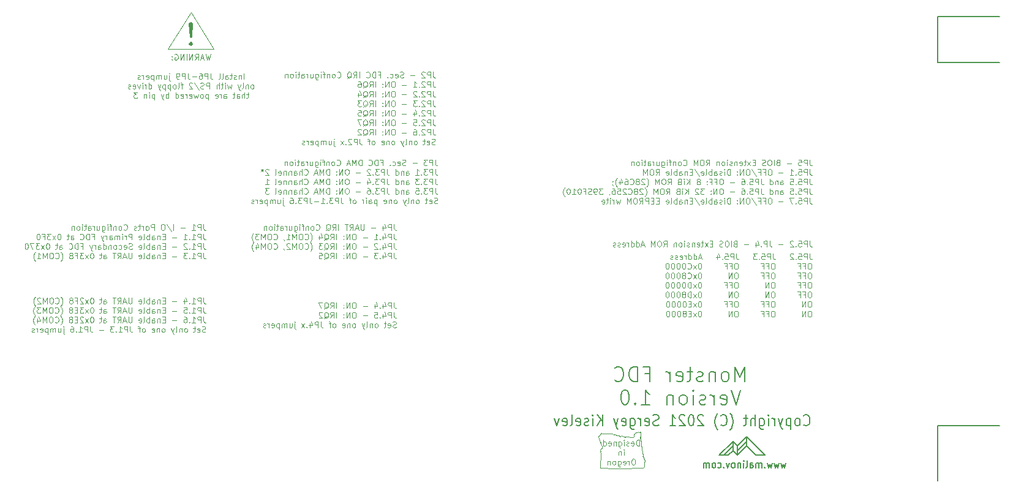
<source format=gbo>
%TF.GenerationSoftware,KiCad,Pcbnew,(5.1.8)-1*%
%TF.CreationDate,2021-12-03T10:01:59-08:00*%
%TF.ProjectId,isa_monster_fdc,6973615f-6d6f-46e7-9374-65725f666463,1.0*%
%TF.SameCoordinates,Original*%
%TF.FileFunction,Legend,Bot*%
%TF.FilePolarity,Positive*%
%FSLAX46Y46*%
G04 Gerber Fmt 4.6, Leading zero omitted, Abs format (unit mm)*
G04 Created by KiCad (PCBNEW (5.1.8)-1) date 2021-12-03 10:01:59*
%MOMM*%
%LPD*%
G01*
G04 APERTURE LIST*
%ADD10C,0.300000*%
%ADD11C,0.120000*%
%ADD12C,0.150000*%
%ADD13C,0.200000*%
%ADD14C,0.190500*%
G04 APERTURE END LIST*
D10*
X99060000Y-81716428D02*
X98917142Y-81859285D01*
X99060000Y-82002142D01*
X99202857Y-81859285D01*
X99060000Y-81716428D01*
X99060000Y-82002142D01*
X99060000Y-80859285D02*
X99202857Y-79145000D01*
X99060000Y-79002142D01*
X98917142Y-79145000D01*
X99060000Y-80859285D01*
X99060000Y-79002142D01*
D11*
X99060000Y-77470000D02*
X95885000Y-82550000D01*
X102235000Y-82550000D02*
X99060000Y-77470000D01*
X95885000Y-82550000D02*
X102235000Y-82550000D01*
X101764761Y-83281904D02*
X101574285Y-84081904D01*
X101421904Y-83510476D01*
X101269523Y-84081904D01*
X101079047Y-83281904D01*
X100812380Y-83853333D02*
X100431428Y-83853333D01*
X100888571Y-84081904D02*
X100621904Y-83281904D01*
X100355238Y-84081904D01*
X99631428Y-84081904D02*
X99898095Y-83700952D01*
X100088571Y-84081904D02*
X100088571Y-83281904D01*
X99783809Y-83281904D01*
X99707619Y-83320000D01*
X99669523Y-83358095D01*
X99631428Y-83434285D01*
X99631428Y-83548571D01*
X99669523Y-83624761D01*
X99707619Y-83662857D01*
X99783809Y-83700952D01*
X100088571Y-83700952D01*
X99288571Y-84081904D02*
X99288571Y-83281904D01*
X98831428Y-84081904D01*
X98831428Y-83281904D01*
X98450476Y-84081904D02*
X98450476Y-83281904D01*
X98069523Y-84081904D02*
X98069523Y-83281904D01*
X97612380Y-84081904D01*
X97612380Y-83281904D01*
X96812380Y-83320000D02*
X96888571Y-83281904D01*
X97002857Y-83281904D01*
X97117142Y-83320000D01*
X97193333Y-83396190D01*
X97231428Y-83472380D01*
X97269523Y-83624761D01*
X97269523Y-83739047D01*
X97231428Y-83891428D01*
X97193333Y-83967619D01*
X97117142Y-84043809D01*
X97002857Y-84081904D01*
X96926666Y-84081904D01*
X96812380Y-84043809D01*
X96774285Y-84005714D01*
X96774285Y-83739047D01*
X96926666Y-83739047D01*
X96431428Y-84005714D02*
X96393333Y-84043809D01*
X96431428Y-84081904D01*
X96469523Y-84043809D01*
X96431428Y-84005714D01*
X96431428Y-84081904D01*
X96431428Y-83586666D02*
X96393333Y-83624761D01*
X96431428Y-83662857D01*
X96469523Y-83624761D01*
X96431428Y-83586666D01*
X96431428Y-83662857D01*
X106393333Y-86721904D02*
X106393333Y-85921904D01*
X106012380Y-86188571D02*
X106012380Y-86721904D01*
X106012380Y-86264761D02*
X105974285Y-86226666D01*
X105898095Y-86188571D01*
X105783809Y-86188571D01*
X105707619Y-86226666D01*
X105669523Y-86302857D01*
X105669523Y-86721904D01*
X105326666Y-86683809D02*
X105250476Y-86721904D01*
X105098095Y-86721904D01*
X105021904Y-86683809D01*
X104983809Y-86607619D01*
X104983809Y-86569523D01*
X105021904Y-86493333D01*
X105098095Y-86455238D01*
X105212380Y-86455238D01*
X105288571Y-86417142D01*
X105326666Y-86340952D01*
X105326666Y-86302857D01*
X105288571Y-86226666D01*
X105212380Y-86188571D01*
X105098095Y-86188571D01*
X105021904Y-86226666D01*
X104755238Y-86188571D02*
X104450476Y-86188571D01*
X104640952Y-85921904D02*
X104640952Y-86607619D01*
X104602857Y-86683809D01*
X104526666Y-86721904D01*
X104450476Y-86721904D01*
X103840952Y-86721904D02*
X103840952Y-86302857D01*
X103879047Y-86226666D01*
X103955238Y-86188571D01*
X104107619Y-86188571D01*
X104183809Y-86226666D01*
X103840952Y-86683809D02*
X103917142Y-86721904D01*
X104107619Y-86721904D01*
X104183809Y-86683809D01*
X104221904Y-86607619D01*
X104221904Y-86531428D01*
X104183809Y-86455238D01*
X104107619Y-86417142D01*
X103917142Y-86417142D01*
X103840952Y-86379047D01*
X103345714Y-86721904D02*
X103421904Y-86683809D01*
X103460000Y-86607619D01*
X103460000Y-85921904D01*
X102926666Y-86721904D02*
X103002857Y-86683809D01*
X103040952Y-86607619D01*
X103040952Y-85921904D01*
X101783809Y-85921904D02*
X101783809Y-86493333D01*
X101821904Y-86607619D01*
X101898095Y-86683809D01*
X102012380Y-86721904D01*
X102088571Y-86721904D01*
X101402857Y-86721904D02*
X101402857Y-85921904D01*
X101098095Y-85921904D01*
X101021904Y-85960000D01*
X100983809Y-85998095D01*
X100945714Y-86074285D01*
X100945714Y-86188571D01*
X100983809Y-86264761D01*
X101021904Y-86302857D01*
X101098095Y-86340952D01*
X101402857Y-86340952D01*
X100260000Y-85921904D02*
X100412380Y-85921904D01*
X100488571Y-85960000D01*
X100526666Y-85998095D01*
X100602857Y-86112380D01*
X100640952Y-86264761D01*
X100640952Y-86569523D01*
X100602857Y-86645714D01*
X100564761Y-86683809D01*
X100488571Y-86721904D01*
X100336190Y-86721904D01*
X100260000Y-86683809D01*
X100221904Y-86645714D01*
X100183809Y-86569523D01*
X100183809Y-86379047D01*
X100221904Y-86302857D01*
X100260000Y-86264761D01*
X100336190Y-86226666D01*
X100488571Y-86226666D01*
X100564761Y-86264761D01*
X100602857Y-86302857D01*
X100640952Y-86379047D01*
X99840952Y-86417142D02*
X99231428Y-86417142D01*
X98621904Y-85921904D02*
X98621904Y-86493333D01*
X98660000Y-86607619D01*
X98736190Y-86683809D01*
X98850476Y-86721904D01*
X98926666Y-86721904D01*
X98240952Y-86721904D02*
X98240952Y-85921904D01*
X97936190Y-85921904D01*
X97860000Y-85960000D01*
X97821904Y-85998095D01*
X97783809Y-86074285D01*
X97783809Y-86188571D01*
X97821904Y-86264761D01*
X97860000Y-86302857D01*
X97936190Y-86340952D01*
X98240952Y-86340952D01*
X97402857Y-86721904D02*
X97250476Y-86721904D01*
X97174285Y-86683809D01*
X97136190Y-86645714D01*
X97060000Y-86531428D01*
X97021904Y-86379047D01*
X97021904Y-86074285D01*
X97060000Y-85998095D01*
X97098095Y-85960000D01*
X97174285Y-85921904D01*
X97326666Y-85921904D01*
X97402857Y-85960000D01*
X97440952Y-85998095D01*
X97479047Y-86074285D01*
X97479047Y-86264761D01*
X97440952Y-86340952D01*
X97402857Y-86379047D01*
X97326666Y-86417142D01*
X97174285Y-86417142D01*
X97098095Y-86379047D01*
X97060000Y-86340952D01*
X97021904Y-86264761D01*
X96069523Y-86188571D02*
X96069523Y-86874285D01*
X96107619Y-86950476D01*
X96183809Y-86988571D01*
X96221904Y-86988571D01*
X96069523Y-85921904D02*
X96107619Y-85960000D01*
X96069523Y-85998095D01*
X96031428Y-85960000D01*
X96069523Y-85921904D01*
X96069523Y-85998095D01*
X95345714Y-86188571D02*
X95345714Y-86721904D01*
X95688571Y-86188571D02*
X95688571Y-86607619D01*
X95650476Y-86683809D01*
X95574285Y-86721904D01*
X95460000Y-86721904D01*
X95383809Y-86683809D01*
X95345714Y-86645714D01*
X94964761Y-86721904D02*
X94964761Y-86188571D01*
X94964761Y-86264761D02*
X94926666Y-86226666D01*
X94850476Y-86188571D01*
X94736190Y-86188571D01*
X94660000Y-86226666D01*
X94621904Y-86302857D01*
X94621904Y-86721904D01*
X94621904Y-86302857D02*
X94583809Y-86226666D01*
X94507619Y-86188571D01*
X94393333Y-86188571D01*
X94317142Y-86226666D01*
X94279047Y-86302857D01*
X94279047Y-86721904D01*
X93898095Y-86188571D02*
X93898095Y-86988571D01*
X93898095Y-86226666D02*
X93821904Y-86188571D01*
X93669523Y-86188571D01*
X93593333Y-86226666D01*
X93555238Y-86264761D01*
X93517142Y-86340952D01*
X93517142Y-86569523D01*
X93555238Y-86645714D01*
X93593333Y-86683809D01*
X93669523Y-86721904D01*
X93821904Y-86721904D01*
X93898095Y-86683809D01*
X92869523Y-86683809D02*
X92945714Y-86721904D01*
X93098095Y-86721904D01*
X93174285Y-86683809D01*
X93212380Y-86607619D01*
X93212380Y-86302857D01*
X93174285Y-86226666D01*
X93098095Y-86188571D01*
X92945714Y-86188571D01*
X92869523Y-86226666D01*
X92831428Y-86302857D01*
X92831428Y-86379047D01*
X93212380Y-86455238D01*
X92488571Y-86721904D02*
X92488571Y-86188571D01*
X92488571Y-86340952D02*
X92450476Y-86264761D01*
X92412380Y-86226666D01*
X92336190Y-86188571D01*
X92260000Y-86188571D01*
X92031428Y-86683809D02*
X91955238Y-86721904D01*
X91802857Y-86721904D01*
X91726666Y-86683809D01*
X91688571Y-86607619D01*
X91688571Y-86569523D01*
X91726666Y-86493333D01*
X91802857Y-86455238D01*
X91917142Y-86455238D01*
X91993333Y-86417142D01*
X92031428Y-86340952D01*
X92031428Y-86302857D01*
X91993333Y-86226666D01*
X91917142Y-86188571D01*
X91802857Y-86188571D01*
X91726666Y-86226666D01*
X107593333Y-88041904D02*
X107669523Y-88003809D01*
X107707619Y-87965714D01*
X107745714Y-87889523D01*
X107745714Y-87660952D01*
X107707619Y-87584761D01*
X107669523Y-87546666D01*
X107593333Y-87508571D01*
X107479047Y-87508571D01*
X107402857Y-87546666D01*
X107364761Y-87584761D01*
X107326666Y-87660952D01*
X107326666Y-87889523D01*
X107364761Y-87965714D01*
X107402857Y-88003809D01*
X107479047Y-88041904D01*
X107593333Y-88041904D01*
X106983809Y-87508571D02*
X106983809Y-88041904D01*
X106983809Y-87584761D02*
X106945714Y-87546666D01*
X106869523Y-87508571D01*
X106755238Y-87508571D01*
X106679047Y-87546666D01*
X106640952Y-87622857D01*
X106640952Y-88041904D01*
X106145714Y-88041904D02*
X106221904Y-88003809D01*
X106260000Y-87927619D01*
X106260000Y-87241904D01*
X105917142Y-87508571D02*
X105726666Y-88041904D01*
X105536190Y-87508571D02*
X105726666Y-88041904D01*
X105802857Y-88232380D01*
X105840952Y-88270476D01*
X105917142Y-88308571D01*
X104698095Y-87508571D02*
X104545714Y-88041904D01*
X104393333Y-87660952D01*
X104240952Y-88041904D01*
X104088571Y-87508571D01*
X103783809Y-88041904D02*
X103783809Y-87508571D01*
X103783809Y-87241904D02*
X103821904Y-87280000D01*
X103783809Y-87318095D01*
X103745714Y-87280000D01*
X103783809Y-87241904D01*
X103783809Y-87318095D01*
X103517142Y-87508571D02*
X103212380Y-87508571D01*
X103402857Y-87241904D02*
X103402857Y-87927619D01*
X103364761Y-88003809D01*
X103288571Y-88041904D01*
X103212380Y-88041904D01*
X102945714Y-88041904D02*
X102945714Y-87241904D01*
X102602857Y-88041904D02*
X102602857Y-87622857D01*
X102640952Y-87546666D01*
X102717142Y-87508571D01*
X102831428Y-87508571D01*
X102907619Y-87546666D01*
X102945714Y-87584761D01*
X101612380Y-88041904D02*
X101612380Y-87241904D01*
X101307619Y-87241904D01*
X101231428Y-87280000D01*
X101193333Y-87318095D01*
X101155238Y-87394285D01*
X101155238Y-87508571D01*
X101193333Y-87584761D01*
X101231428Y-87622857D01*
X101307619Y-87660952D01*
X101612380Y-87660952D01*
X100850476Y-88003809D02*
X100736190Y-88041904D01*
X100545714Y-88041904D01*
X100469523Y-88003809D01*
X100431428Y-87965714D01*
X100393333Y-87889523D01*
X100393333Y-87813333D01*
X100431428Y-87737142D01*
X100469523Y-87699047D01*
X100545714Y-87660952D01*
X100698095Y-87622857D01*
X100774285Y-87584761D01*
X100812380Y-87546666D01*
X100850476Y-87470476D01*
X100850476Y-87394285D01*
X100812380Y-87318095D01*
X100774285Y-87280000D01*
X100698095Y-87241904D01*
X100507619Y-87241904D01*
X100393333Y-87280000D01*
X99479047Y-87203809D02*
X100164761Y-88232380D01*
X99250476Y-87318095D02*
X99212380Y-87280000D01*
X99136190Y-87241904D01*
X98945714Y-87241904D01*
X98869523Y-87280000D01*
X98831428Y-87318095D01*
X98793333Y-87394285D01*
X98793333Y-87470476D01*
X98831428Y-87584761D01*
X99288571Y-88041904D01*
X98793333Y-88041904D01*
X97955238Y-87508571D02*
X97650476Y-87508571D01*
X97840952Y-88041904D02*
X97840952Y-87356190D01*
X97802857Y-87280000D01*
X97726666Y-87241904D01*
X97650476Y-87241904D01*
X97269523Y-88041904D02*
X97345714Y-88003809D01*
X97383809Y-87927619D01*
X97383809Y-87241904D01*
X96850476Y-88041904D02*
X96926666Y-88003809D01*
X96964761Y-87965714D01*
X97002857Y-87889523D01*
X97002857Y-87660952D01*
X96964761Y-87584761D01*
X96926666Y-87546666D01*
X96850476Y-87508571D01*
X96736190Y-87508571D01*
X96660000Y-87546666D01*
X96621904Y-87584761D01*
X96583809Y-87660952D01*
X96583809Y-87889523D01*
X96621904Y-87965714D01*
X96660000Y-88003809D01*
X96736190Y-88041904D01*
X96850476Y-88041904D01*
X96240952Y-87508571D02*
X96240952Y-88308571D01*
X96240952Y-87546666D02*
X96164761Y-87508571D01*
X96012380Y-87508571D01*
X95936190Y-87546666D01*
X95898095Y-87584761D01*
X95860000Y-87660952D01*
X95860000Y-87889523D01*
X95898095Y-87965714D01*
X95936190Y-88003809D01*
X96012380Y-88041904D01*
X96164761Y-88041904D01*
X96240952Y-88003809D01*
X95517142Y-87508571D02*
X95517142Y-88308571D01*
X95517142Y-87546666D02*
X95440952Y-87508571D01*
X95288571Y-87508571D01*
X95212380Y-87546666D01*
X95174285Y-87584761D01*
X95136190Y-87660952D01*
X95136190Y-87889523D01*
X95174285Y-87965714D01*
X95212380Y-88003809D01*
X95288571Y-88041904D01*
X95440952Y-88041904D01*
X95517142Y-88003809D01*
X94869523Y-87508571D02*
X94679047Y-88041904D01*
X94488571Y-87508571D02*
X94679047Y-88041904D01*
X94755238Y-88232380D01*
X94793333Y-88270476D01*
X94869523Y-88308571D01*
X93231428Y-88041904D02*
X93231428Y-87241904D01*
X93231428Y-88003809D02*
X93307619Y-88041904D01*
X93460000Y-88041904D01*
X93536190Y-88003809D01*
X93574285Y-87965714D01*
X93612380Y-87889523D01*
X93612380Y-87660952D01*
X93574285Y-87584761D01*
X93536190Y-87546666D01*
X93460000Y-87508571D01*
X93307619Y-87508571D01*
X93231428Y-87546666D01*
X92850476Y-88041904D02*
X92850476Y-87508571D01*
X92850476Y-87660952D02*
X92812380Y-87584761D01*
X92774285Y-87546666D01*
X92698095Y-87508571D01*
X92621904Y-87508571D01*
X92355238Y-88041904D02*
X92355238Y-87508571D01*
X92355238Y-87241904D02*
X92393333Y-87280000D01*
X92355238Y-87318095D01*
X92317142Y-87280000D01*
X92355238Y-87241904D01*
X92355238Y-87318095D01*
X92050476Y-87508571D02*
X91860000Y-88041904D01*
X91669523Y-87508571D01*
X91060000Y-88003809D02*
X91136190Y-88041904D01*
X91288571Y-88041904D01*
X91364761Y-88003809D01*
X91402857Y-87927619D01*
X91402857Y-87622857D01*
X91364761Y-87546666D01*
X91288571Y-87508571D01*
X91136190Y-87508571D01*
X91060000Y-87546666D01*
X91021904Y-87622857D01*
X91021904Y-87699047D01*
X91402857Y-87775238D01*
X90717142Y-88003809D02*
X90640952Y-88041904D01*
X90488571Y-88041904D01*
X90412380Y-88003809D01*
X90374285Y-87927619D01*
X90374285Y-87889523D01*
X90412380Y-87813333D01*
X90488571Y-87775238D01*
X90602857Y-87775238D01*
X90679047Y-87737142D01*
X90717142Y-87660952D01*
X90717142Y-87622857D01*
X90679047Y-87546666D01*
X90602857Y-87508571D01*
X90488571Y-87508571D01*
X90412380Y-87546666D01*
X107040952Y-88828571D02*
X106736190Y-88828571D01*
X106926666Y-88561904D02*
X106926666Y-89247619D01*
X106888571Y-89323809D01*
X106812380Y-89361904D01*
X106736190Y-89361904D01*
X106469523Y-89361904D02*
X106469523Y-88561904D01*
X106126666Y-89361904D02*
X106126666Y-88942857D01*
X106164761Y-88866666D01*
X106240952Y-88828571D01*
X106355238Y-88828571D01*
X106431428Y-88866666D01*
X106469523Y-88904761D01*
X105402857Y-89361904D02*
X105402857Y-88942857D01*
X105440952Y-88866666D01*
X105517142Y-88828571D01*
X105669523Y-88828571D01*
X105745714Y-88866666D01*
X105402857Y-89323809D02*
X105479047Y-89361904D01*
X105669523Y-89361904D01*
X105745714Y-89323809D01*
X105783809Y-89247619D01*
X105783809Y-89171428D01*
X105745714Y-89095238D01*
X105669523Y-89057142D01*
X105479047Y-89057142D01*
X105402857Y-89019047D01*
X105136190Y-88828571D02*
X104831428Y-88828571D01*
X105021904Y-88561904D02*
X105021904Y-89247619D01*
X104983809Y-89323809D01*
X104907619Y-89361904D01*
X104831428Y-89361904D01*
X103612380Y-89361904D02*
X103612380Y-88942857D01*
X103650476Y-88866666D01*
X103726666Y-88828571D01*
X103879047Y-88828571D01*
X103955238Y-88866666D01*
X103612380Y-89323809D02*
X103688571Y-89361904D01*
X103879047Y-89361904D01*
X103955238Y-89323809D01*
X103993333Y-89247619D01*
X103993333Y-89171428D01*
X103955238Y-89095238D01*
X103879047Y-89057142D01*
X103688571Y-89057142D01*
X103612380Y-89019047D01*
X103231428Y-89361904D02*
X103231428Y-88828571D01*
X103231428Y-88980952D02*
X103193333Y-88904761D01*
X103155238Y-88866666D01*
X103079047Y-88828571D01*
X103002857Y-88828571D01*
X102431428Y-89323809D02*
X102507619Y-89361904D01*
X102660000Y-89361904D01*
X102736190Y-89323809D01*
X102774285Y-89247619D01*
X102774285Y-88942857D01*
X102736190Y-88866666D01*
X102660000Y-88828571D01*
X102507619Y-88828571D01*
X102431428Y-88866666D01*
X102393333Y-88942857D01*
X102393333Y-89019047D01*
X102774285Y-89095238D01*
X101440952Y-88828571D02*
X101440952Y-89628571D01*
X101440952Y-88866666D02*
X101364761Y-88828571D01*
X101212380Y-88828571D01*
X101136190Y-88866666D01*
X101098095Y-88904761D01*
X101060000Y-88980952D01*
X101060000Y-89209523D01*
X101098095Y-89285714D01*
X101136190Y-89323809D01*
X101212380Y-89361904D01*
X101364761Y-89361904D01*
X101440952Y-89323809D01*
X100602857Y-89361904D02*
X100679047Y-89323809D01*
X100717142Y-89285714D01*
X100755238Y-89209523D01*
X100755238Y-88980952D01*
X100717142Y-88904761D01*
X100679047Y-88866666D01*
X100602857Y-88828571D01*
X100488571Y-88828571D01*
X100412380Y-88866666D01*
X100374285Y-88904761D01*
X100336190Y-88980952D01*
X100336190Y-89209523D01*
X100374285Y-89285714D01*
X100412380Y-89323809D01*
X100488571Y-89361904D01*
X100602857Y-89361904D01*
X100069523Y-88828571D02*
X99917142Y-89361904D01*
X99764761Y-88980952D01*
X99612380Y-89361904D01*
X99460000Y-88828571D01*
X98850476Y-89323809D02*
X98926666Y-89361904D01*
X99079047Y-89361904D01*
X99155238Y-89323809D01*
X99193333Y-89247619D01*
X99193333Y-88942857D01*
X99155238Y-88866666D01*
X99079047Y-88828571D01*
X98926666Y-88828571D01*
X98850476Y-88866666D01*
X98812380Y-88942857D01*
X98812380Y-89019047D01*
X99193333Y-89095238D01*
X98469523Y-89361904D02*
X98469523Y-88828571D01*
X98469523Y-88980952D02*
X98431428Y-88904761D01*
X98393333Y-88866666D01*
X98317142Y-88828571D01*
X98240952Y-88828571D01*
X97669523Y-89323809D02*
X97745714Y-89361904D01*
X97898095Y-89361904D01*
X97974285Y-89323809D01*
X98012380Y-89247619D01*
X98012380Y-88942857D01*
X97974285Y-88866666D01*
X97898095Y-88828571D01*
X97745714Y-88828571D01*
X97669523Y-88866666D01*
X97631428Y-88942857D01*
X97631428Y-89019047D01*
X98012380Y-89095238D01*
X96945714Y-89361904D02*
X96945714Y-88561904D01*
X96945714Y-89323809D02*
X97021904Y-89361904D01*
X97174285Y-89361904D01*
X97250476Y-89323809D01*
X97288571Y-89285714D01*
X97326666Y-89209523D01*
X97326666Y-88980952D01*
X97288571Y-88904761D01*
X97250476Y-88866666D01*
X97174285Y-88828571D01*
X97021904Y-88828571D01*
X96945714Y-88866666D01*
X95955238Y-89361904D02*
X95955238Y-88561904D01*
X95955238Y-88866666D02*
X95879047Y-88828571D01*
X95726666Y-88828571D01*
X95650476Y-88866666D01*
X95612380Y-88904761D01*
X95574285Y-88980952D01*
X95574285Y-89209523D01*
X95612380Y-89285714D01*
X95650476Y-89323809D01*
X95726666Y-89361904D01*
X95879047Y-89361904D01*
X95955238Y-89323809D01*
X95307619Y-88828571D02*
X95117142Y-89361904D01*
X94926666Y-88828571D02*
X95117142Y-89361904D01*
X95193333Y-89552380D01*
X95231428Y-89590476D01*
X95307619Y-89628571D01*
X94012380Y-88828571D02*
X94012380Y-89628571D01*
X94012380Y-88866666D02*
X93936190Y-88828571D01*
X93783809Y-88828571D01*
X93707619Y-88866666D01*
X93669523Y-88904761D01*
X93631428Y-88980952D01*
X93631428Y-89209523D01*
X93669523Y-89285714D01*
X93707619Y-89323809D01*
X93783809Y-89361904D01*
X93936190Y-89361904D01*
X94012380Y-89323809D01*
X93288571Y-89361904D02*
X93288571Y-88828571D01*
X93288571Y-88561904D02*
X93326666Y-88600000D01*
X93288571Y-88638095D01*
X93250476Y-88600000D01*
X93288571Y-88561904D01*
X93288571Y-88638095D01*
X92907619Y-88828571D02*
X92907619Y-89361904D01*
X92907619Y-88904761D02*
X92869523Y-88866666D01*
X92793333Y-88828571D01*
X92679047Y-88828571D01*
X92602857Y-88866666D01*
X92564761Y-88942857D01*
X92564761Y-89361904D01*
X91650476Y-88561904D02*
X91155238Y-88561904D01*
X91421904Y-88866666D01*
X91307619Y-88866666D01*
X91231428Y-88904761D01*
X91193333Y-88942857D01*
X91155238Y-89019047D01*
X91155238Y-89209523D01*
X91193333Y-89285714D01*
X91231428Y-89323809D01*
X91307619Y-89361904D01*
X91536190Y-89361904D01*
X91612380Y-89323809D01*
X91650476Y-89285714D01*
X161054738Y-137408404D02*
X161054738Y-136608404D01*
X160864261Y-136608404D01*
X160749976Y-136646500D01*
X160673785Y-136722690D01*
X160635690Y-136798880D01*
X160597595Y-136951261D01*
X160597595Y-137065547D01*
X160635690Y-137217928D01*
X160673785Y-137294119D01*
X160749976Y-137370309D01*
X160864261Y-137408404D01*
X161054738Y-137408404D01*
X159949976Y-137370309D02*
X160026166Y-137408404D01*
X160178547Y-137408404D01*
X160254738Y-137370309D01*
X160292833Y-137294119D01*
X160292833Y-136989357D01*
X160254738Y-136913166D01*
X160178547Y-136875071D01*
X160026166Y-136875071D01*
X159949976Y-136913166D01*
X159911880Y-136989357D01*
X159911880Y-137065547D01*
X160292833Y-137141738D01*
X159607119Y-137370309D02*
X159530928Y-137408404D01*
X159378547Y-137408404D01*
X159302357Y-137370309D01*
X159264261Y-137294119D01*
X159264261Y-137256023D01*
X159302357Y-137179833D01*
X159378547Y-137141738D01*
X159492833Y-137141738D01*
X159569023Y-137103642D01*
X159607119Y-137027452D01*
X159607119Y-136989357D01*
X159569023Y-136913166D01*
X159492833Y-136875071D01*
X159378547Y-136875071D01*
X159302357Y-136913166D01*
X158921404Y-137408404D02*
X158921404Y-136875071D01*
X158921404Y-136608404D02*
X158959500Y-136646500D01*
X158921404Y-136684595D01*
X158883309Y-136646500D01*
X158921404Y-136608404D01*
X158921404Y-136684595D01*
X158197595Y-136875071D02*
X158197595Y-137522690D01*
X158235690Y-137598880D01*
X158273785Y-137636976D01*
X158349976Y-137675071D01*
X158464261Y-137675071D01*
X158540452Y-137636976D01*
X158197595Y-137370309D02*
X158273785Y-137408404D01*
X158426166Y-137408404D01*
X158502357Y-137370309D01*
X158540452Y-137332214D01*
X158578547Y-137256023D01*
X158578547Y-137027452D01*
X158540452Y-136951261D01*
X158502357Y-136913166D01*
X158426166Y-136875071D01*
X158273785Y-136875071D01*
X158197595Y-136913166D01*
X157816642Y-136875071D02*
X157816642Y-137408404D01*
X157816642Y-136951261D02*
X157778547Y-136913166D01*
X157702357Y-136875071D01*
X157588071Y-136875071D01*
X157511880Y-136913166D01*
X157473785Y-136989357D01*
X157473785Y-137408404D01*
X156788071Y-137370309D02*
X156864261Y-137408404D01*
X157016642Y-137408404D01*
X157092833Y-137370309D01*
X157130928Y-137294119D01*
X157130928Y-136989357D01*
X157092833Y-136913166D01*
X157016642Y-136875071D01*
X156864261Y-136875071D01*
X156788071Y-136913166D01*
X156749976Y-136989357D01*
X156749976Y-137065547D01*
X157130928Y-137141738D01*
X156064261Y-137408404D02*
X156064261Y-136608404D01*
X156064261Y-137370309D02*
X156140452Y-137408404D01*
X156292833Y-137408404D01*
X156369023Y-137370309D01*
X156407119Y-137332214D01*
X156445214Y-137256023D01*
X156445214Y-137027452D01*
X156407119Y-136951261D01*
X156369023Y-136913166D01*
X156292833Y-136875071D01*
X156140452Y-136875071D01*
X156064261Y-136913166D01*
X158921404Y-138728404D02*
X158921404Y-138195071D01*
X158921404Y-137928404D02*
X158959500Y-137966500D01*
X158921404Y-138004595D01*
X158883309Y-137966500D01*
X158921404Y-137928404D01*
X158921404Y-138004595D01*
X158540452Y-138195071D02*
X158540452Y-138728404D01*
X158540452Y-138271261D02*
X158502357Y-138233166D01*
X158426166Y-138195071D01*
X158311880Y-138195071D01*
X158235690Y-138233166D01*
X158197595Y-138309357D01*
X158197595Y-138728404D01*
X160311880Y-139248404D02*
X160159500Y-139248404D01*
X160083309Y-139286500D01*
X160007119Y-139362690D01*
X159969023Y-139515071D01*
X159969023Y-139781738D01*
X160007119Y-139934119D01*
X160083309Y-140010309D01*
X160159500Y-140048404D01*
X160311880Y-140048404D01*
X160388071Y-140010309D01*
X160464261Y-139934119D01*
X160502357Y-139781738D01*
X160502357Y-139515071D01*
X160464261Y-139362690D01*
X160388071Y-139286500D01*
X160311880Y-139248404D01*
X159626166Y-140048404D02*
X159626166Y-139515071D01*
X159626166Y-139667452D02*
X159588071Y-139591261D01*
X159549976Y-139553166D01*
X159473785Y-139515071D01*
X159397595Y-139515071D01*
X158826166Y-140010309D02*
X158902357Y-140048404D01*
X159054738Y-140048404D01*
X159130928Y-140010309D01*
X159169023Y-139934119D01*
X159169023Y-139629357D01*
X159130928Y-139553166D01*
X159054738Y-139515071D01*
X158902357Y-139515071D01*
X158826166Y-139553166D01*
X158788071Y-139629357D01*
X158788071Y-139705547D01*
X159169023Y-139781738D01*
X158102357Y-139515071D02*
X158102357Y-140162690D01*
X158140452Y-140238880D01*
X158178547Y-140276976D01*
X158254738Y-140315071D01*
X158369023Y-140315071D01*
X158445214Y-140276976D01*
X158102357Y-140010309D02*
X158178547Y-140048404D01*
X158330928Y-140048404D01*
X158407119Y-140010309D01*
X158445214Y-139972214D01*
X158483309Y-139896023D01*
X158483309Y-139667452D01*
X158445214Y-139591261D01*
X158407119Y-139553166D01*
X158330928Y-139515071D01*
X158178547Y-139515071D01*
X158102357Y-139553166D01*
X157607119Y-140048404D02*
X157683309Y-140010309D01*
X157721404Y-139972214D01*
X157759500Y-139896023D01*
X157759500Y-139667452D01*
X157721404Y-139591261D01*
X157683309Y-139553166D01*
X157607119Y-139515071D01*
X157492833Y-139515071D01*
X157416642Y-139553166D01*
X157378547Y-139591261D01*
X157340452Y-139667452D01*
X157340452Y-139896023D01*
X157378547Y-139972214D01*
X157416642Y-140010309D01*
X157492833Y-140048404D01*
X157607119Y-140048404D01*
X156997595Y-139515071D02*
X156997595Y-140048404D01*
X156997595Y-139591261D02*
X156959500Y-139553166D01*
X156883309Y-139515071D01*
X156769023Y-139515071D01*
X156692833Y-139553166D01*
X156654738Y-139629357D01*
X156654738Y-140048404D01*
D12*
X181298928Y-139803214D02*
X181127500Y-140469880D01*
X180956071Y-139993690D01*
X180784642Y-140469880D01*
X180613214Y-139803214D01*
X180356071Y-139803214D02*
X180184642Y-140469880D01*
X180013214Y-139993690D01*
X179841785Y-140469880D01*
X179670357Y-139803214D01*
X179413214Y-139803214D02*
X179241785Y-140469880D01*
X179070357Y-139993690D01*
X178898928Y-140469880D01*
X178727500Y-139803214D01*
X178384642Y-140374642D02*
X178341785Y-140422261D01*
X178384642Y-140469880D01*
X178427500Y-140422261D01*
X178384642Y-140374642D01*
X178384642Y-140469880D01*
X177956071Y-140469880D02*
X177956071Y-139803214D01*
X177956071Y-139898452D02*
X177913214Y-139850833D01*
X177827500Y-139803214D01*
X177698928Y-139803214D01*
X177613214Y-139850833D01*
X177570357Y-139946071D01*
X177570357Y-140469880D01*
X177570357Y-139946071D02*
X177527500Y-139850833D01*
X177441785Y-139803214D01*
X177313214Y-139803214D01*
X177227500Y-139850833D01*
X177184642Y-139946071D01*
X177184642Y-140469880D01*
X176370357Y-140469880D02*
X176370357Y-139946071D01*
X176413214Y-139850833D01*
X176498928Y-139803214D01*
X176670357Y-139803214D01*
X176756071Y-139850833D01*
X176370357Y-140422261D02*
X176456071Y-140469880D01*
X176670357Y-140469880D01*
X176756071Y-140422261D01*
X176798928Y-140327023D01*
X176798928Y-140231785D01*
X176756071Y-140136547D01*
X176670357Y-140088928D01*
X176456071Y-140088928D01*
X176370357Y-140041309D01*
X175813214Y-140469880D02*
X175898928Y-140422261D01*
X175941785Y-140327023D01*
X175941785Y-139469880D01*
X175470357Y-140469880D02*
X175470357Y-139803214D01*
X175470357Y-139469880D02*
X175513214Y-139517500D01*
X175470357Y-139565119D01*
X175427500Y-139517500D01*
X175470357Y-139469880D01*
X175470357Y-139565119D01*
X175041785Y-139803214D02*
X175041785Y-140469880D01*
X175041785Y-139898452D02*
X174998928Y-139850833D01*
X174913214Y-139803214D01*
X174784642Y-139803214D01*
X174698928Y-139850833D01*
X174656071Y-139946071D01*
X174656071Y-140469880D01*
X174098928Y-140469880D02*
X174184642Y-140422261D01*
X174227500Y-140374642D01*
X174270357Y-140279404D01*
X174270357Y-139993690D01*
X174227500Y-139898452D01*
X174184642Y-139850833D01*
X174098928Y-139803214D01*
X173970357Y-139803214D01*
X173884642Y-139850833D01*
X173841785Y-139898452D01*
X173798928Y-139993690D01*
X173798928Y-140279404D01*
X173841785Y-140374642D01*
X173884642Y-140422261D01*
X173970357Y-140469880D01*
X174098928Y-140469880D01*
X173498928Y-139803214D02*
X173284642Y-140469880D01*
X173070357Y-139803214D01*
X172727500Y-140374642D02*
X172684642Y-140422261D01*
X172727500Y-140469880D01*
X172770357Y-140422261D01*
X172727500Y-140374642D01*
X172727500Y-140469880D01*
X171913214Y-140422261D02*
X171998928Y-140469880D01*
X172170357Y-140469880D01*
X172256071Y-140422261D01*
X172298928Y-140374642D01*
X172341785Y-140279404D01*
X172341785Y-139993690D01*
X172298928Y-139898452D01*
X172256071Y-139850833D01*
X172170357Y-139803214D01*
X171998928Y-139803214D01*
X171913214Y-139850833D01*
X171398928Y-140469880D02*
X171484642Y-140422261D01*
X171527500Y-140374642D01*
X171570357Y-140279404D01*
X171570357Y-139993690D01*
X171527500Y-139898452D01*
X171484642Y-139850833D01*
X171398928Y-139803214D01*
X171270357Y-139803214D01*
X171184642Y-139850833D01*
X171141785Y-139898452D01*
X171098928Y-139993690D01*
X171098928Y-140279404D01*
X171141785Y-140374642D01*
X171184642Y-140422261D01*
X171270357Y-140469880D01*
X171398928Y-140469880D01*
X170713214Y-140469880D02*
X170713214Y-139803214D01*
X170713214Y-139898452D02*
X170670357Y-139850833D01*
X170584642Y-139803214D01*
X170456071Y-139803214D01*
X170370357Y-139850833D01*
X170327500Y-139946071D01*
X170327500Y-140469880D01*
X170327500Y-139946071D02*
X170284642Y-139850833D01*
X170198928Y-139803214D01*
X170070357Y-139803214D01*
X169984642Y-139850833D01*
X169941785Y-139946071D01*
X169941785Y-140469880D01*
D11*
X158053265Y-136000415D02*
X158065385Y-136000415D01*
X155417535Y-136242260D02*
X155417535Y-136242260D01*
X159306035Y-136149180D02*
X159528245Y-136130640D01*
X159157900Y-136167840D02*
X159306035Y-136149180D01*
X155480136Y-136391360D02*
X155450035Y-136305035D01*
X155535935Y-136647815D02*
X155515935Y-136553075D01*
X155565685Y-135981820D02*
X155621235Y-135907335D01*
X155601335Y-136816970D02*
X155563435Y-136737596D01*
X155515935Y-136553075D02*
X155510185Y-136521380D01*
X158843080Y-136204990D02*
X159028290Y-136204990D01*
X158324675Y-136130640D02*
X158472805Y-136149180D01*
X158232070Y-136037630D02*
X158324675Y-136130640D01*
X158016875Y-135997450D02*
X158053265Y-136000415D01*
X157961280Y-135984715D02*
X157982165Y-135991115D01*
X157954330Y-135981820D02*
X157961280Y-135984715D01*
X157472910Y-135888795D02*
X157639580Y-135870185D01*
X155750835Y-135702685D02*
X155991585Y-135721295D01*
X156898885Y-135758495D02*
X157343300Y-135758495D01*
X157639580Y-135870185D02*
X157787640Y-135907335D01*
X157982165Y-135991115D02*
X158016875Y-135997450D01*
X157954330Y-135981820D02*
X157954330Y-135981820D01*
X158176525Y-136019020D02*
X158216496Y-136031775D01*
X155693185Y-137006940D02*
X155694485Y-136989375D01*
X155621235Y-135907335D02*
X155732385Y-135777105D01*
X155991585Y-135721295D02*
X155991585Y-135739835D01*
X158216496Y-136031775D02*
X158232070Y-136037630D01*
X158472805Y-136149180D02*
X158583880Y-136037630D01*
X155732385Y-135777105D02*
X155750835Y-135702685D01*
X155670085Y-137014931D02*
X155683785Y-137014385D01*
X155417535Y-136112030D02*
X155565685Y-135981820D01*
X155426835Y-136257075D02*
X155417535Y-136242260D01*
X155643685Y-136888496D02*
X155601335Y-136816970D01*
X155450035Y-136305035D02*
X155426835Y-136257075D01*
X159065295Y-136279480D02*
X159157900Y-136167840D01*
X158583880Y-136037630D02*
X158843080Y-136204990D01*
X155694485Y-136989375D02*
X155684135Y-136958770D01*
X155504235Y-136488585D02*
X155480136Y-136391360D01*
X155665335Y-136923370D02*
X155658335Y-136912061D01*
X159028290Y-136204990D02*
X159065295Y-136279480D01*
X155658335Y-136912061D02*
X155643685Y-136888496D01*
X158232070Y-136037630D02*
X158232070Y-136037630D01*
X158079725Y-136000415D02*
X158122710Y-136006200D01*
X158065385Y-136000415D02*
X158079725Y-136000415D01*
X155684135Y-136958770D02*
X155665335Y-136923370D01*
X159528245Y-136130640D02*
X159602315Y-136204990D01*
X158122710Y-136006200D02*
X158176525Y-136019020D01*
X157787640Y-135907335D02*
X157954330Y-135981820D01*
X160046671Y-136279480D02*
X160213340Y-136242260D01*
X159602315Y-136204990D02*
X159676380Y-136260800D01*
X155510185Y-136521380D02*
X155504235Y-136488585D01*
X155563435Y-136737596D02*
X155535935Y-136647815D01*
X155991585Y-135739835D02*
X156898885Y-135758495D01*
X155417535Y-136242260D02*
X155417535Y-136112030D01*
X155683785Y-137014385D02*
X155693185Y-137006940D01*
X157343300Y-135758495D02*
X157472910Y-135888795D01*
X159842995Y-136279480D02*
X160046671Y-136279480D01*
X159676380Y-136260800D02*
X159842995Y-136279480D01*
D12*
X174625000Y-137477500D02*
X174625000Y-138747500D01*
X175895000Y-137477500D02*
X177165000Y-138747500D01*
D11*
X160324410Y-140521624D02*
X159694845Y-140540228D01*
X159694845Y-140540228D02*
X158787555Y-140558763D01*
D12*
X174625000Y-137477500D02*
X173990000Y-136842500D01*
D11*
X155750835Y-138363335D02*
X155676785Y-138270255D01*
D12*
X178435000Y-138747500D02*
X175895000Y-136207500D01*
X173990000Y-136842500D02*
X173990000Y-138112500D01*
D11*
X157139625Y-140540228D02*
X156324885Y-140521624D01*
D12*
X174625000Y-138747500D02*
X175895000Y-137477500D01*
X177165000Y-138747500D02*
X178435000Y-138747500D01*
X175895000Y-136842500D02*
X174625000Y-138112500D01*
D11*
X155655685Y-137011490D02*
X155670085Y-137014931D01*
D12*
X175895000Y-136207500D02*
X175895000Y-137477500D01*
D11*
X155644385Y-137007205D02*
X155655685Y-137011490D01*
X155639785Y-137005140D02*
X155644385Y-137007205D01*
D12*
X173990000Y-137477500D02*
X172720000Y-138747500D01*
D11*
X155639785Y-137005140D02*
X155639785Y-137005140D01*
X155769385Y-137284205D02*
X155639785Y-137005140D01*
X161139175Y-140502952D02*
X160787360Y-140502952D01*
X155880485Y-137544715D02*
X155769385Y-137284205D01*
X155898985Y-137674875D02*
X155880485Y-137544715D01*
X155824885Y-137823765D02*
X155898985Y-137674875D01*
X155713835Y-137842370D02*
X155824885Y-137823765D01*
D12*
X173355000Y-138747500D02*
X173990000Y-138112500D01*
D11*
X155639785Y-137916860D02*
X155713835Y-137842370D01*
D12*
X175895000Y-136207500D02*
X174625000Y-137477500D01*
D11*
X155658335Y-138028410D02*
X155639785Y-137916860D01*
X155695285Y-138158710D02*
X155658335Y-138028410D01*
X155676785Y-138270255D02*
X155695285Y-138158710D01*
X155658335Y-140484417D02*
X155750835Y-138363335D01*
X156324885Y-140521624D02*
X155658335Y-140484417D01*
D12*
X173990000Y-136842500D02*
X172085000Y-138747500D01*
X172085000Y-138747500D02*
X173355000Y-138747500D01*
X173990000Y-138112500D02*
X174625000Y-138747500D01*
D11*
X158787555Y-140558763D02*
X157139625Y-140540228D01*
X160787360Y-140502952D02*
X160324410Y-140521624D01*
X161731662Y-139275050D02*
X161805732Y-139442415D01*
X161472454Y-138493565D02*
X161527988Y-138586645D01*
X161639127Y-140428607D02*
X161546523Y-140465815D01*
X161694661Y-140316986D02*
X161639127Y-140428607D01*
X161750197Y-140056465D02*
X161750197Y-140149485D01*
X161231710Y-136018950D02*
X161231710Y-136093440D01*
X161157640Y-136391170D02*
X161250245Y-136335360D01*
X161731662Y-139944845D02*
X161750197Y-140056465D01*
X161824266Y-139554105D02*
X161731662Y-139684396D01*
X161268780Y-136707416D02*
X161287315Y-136856180D01*
X161731662Y-139684396D02*
X161694661Y-139795950D01*
X161676128Y-138940120D02*
X161676128Y-139163430D01*
X161453919Y-138140030D02*
X161490988Y-138251720D01*
X161527988Y-138586645D02*
X161565058Y-138679600D01*
X161324315Y-137284205D02*
X161342850Y-137358681D01*
X161250245Y-136335360D02*
X161268780Y-136707416D01*
X161250245Y-135777105D02*
X161231710Y-136018950D01*
X161472454Y-138363335D02*
X161472454Y-138493565D01*
X161287315Y-136856180D02*
X161324315Y-137079490D01*
X161657593Y-138921515D02*
X161676128Y-138940120D01*
X161305780Y-137433025D02*
X161342850Y-137451705D01*
X161805732Y-139442415D02*
X161824266Y-139554105D01*
X161379850Y-137637745D02*
X161398385Y-137842370D01*
X161676128Y-139163430D02*
X161731662Y-139275050D01*
X161194710Y-135721295D02*
X161250245Y-135777105D01*
X161509453Y-138865710D02*
X161657593Y-138921515D01*
X161176175Y-136186450D02*
X161194710Y-136186450D01*
X161546523Y-138772680D02*
X161509453Y-138865710D01*
X161342850Y-137358681D02*
X161305780Y-137433025D01*
X161231710Y-136093440D02*
X161176175Y-136186450D01*
X161565058Y-138679600D02*
X161546523Y-138772680D01*
X161157640Y-136316610D02*
X161157640Y-136391170D01*
X161398385Y-137842370D02*
X161416916Y-138065680D01*
X161416916Y-138065680D02*
X161453919Y-138140030D01*
X161694661Y-139795950D02*
X161731662Y-139944845D01*
X161342850Y-137172571D02*
X161324315Y-137284205D01*
X161527988Y-140484417D02*
X161139175Y-140502952D01*
X161342850Y-137451705D02*
X161379850Y-137637745D01*
X161546523Y-140465815D02*
X161527988Y-140484417D01*
X161324315Y-137079490D02*
X161342850Y-137172571D01*
X161194710Y-136186450D02*
X161157640Y-136316610D01*
X161213245Y-135516650D02*
X161194710Y-135721295D01*
X161750197Y-140149485D02*
X161694661Y-140316986D01*
X161490988Y-138251720D02*
X161472454Y-138363335D01*
X160305945Y-135926010D02*
X160361480Y-135739835D01*
X160602150Y-135553800D02*
X160676225Y-135572500D01*
X160305945Y-136037630D02*
X160305945Y-135926010D01*
X160213340Y-136242260D02*
X160287410Y-136167840D01*
X161046570Y-135553800D02*
X161213245Y-135516650D01*
X160879895Y-135516650D02*
X160972500Y-135572500D01*
X160435550Y-135646900D02*
X160602150Y-135553800D01*
X160361480Y-135739835D02*
X160435550Y-135646900D01*
X160676225Y-135572500D02*
X160805895Y-135535250D01*
X160805895Y-135535250D02*
X160879895Y-135516650D01*
X160287410Y-136167840D02*
X160305945Y-136037630D01*
X160972500Y-135572500D02*
X161046570Y-135553800D01*
D13*
X183783571Y-134520714D02*
X183847857Y-134592142D01*
X184040714Y-134663571D01*
X184169285Y-134663571D01*
X184362142Y-134592142D01*
X184490714Y-134449285D01*
X184555000Y-134306428D01*
X184619285Y-134020714D01*
X184619285Y-133806428D01*
X184555000Y-133520714D01*
X184490714Y-133377857D01*
X184362142Y-133235000D01*
X184169285Y-133163571D01*
X184040714Y-133163571D01*
X183847857Y-133235000D01*
X183783571Y-133306428D01*
X183012142Y-134663571D02*
X183140714Y-134592142D01*
X183205000Y-134520714D01*
X183269285Y-134377857D01*
X183269285Y-133949285D01*
X183205000Y-133806428D01*
X183140714Y-133735000D01*
X183012142Y-133663571D01*
X182819285Y-133663571D01*
X182690714Y-133735000D01*
X182626428Y-133806428D01*
X182562142Y-133949285D01*
X182562142Y-134377857D01*
X182626428Y-134520714D01*
X182690714Y-134592142D01*
X182819285Y-134663571D01*
X183012142Y-134663571D01*
X181983571Y-133663571D02*
X181983571Y-135163571D01*
X181983571Y-133735000D02*
X181855000Y-133663571D01*
X181597857Y-133663571D01*
X181469285Y-133735000D01*
X181405000Y-133806428D01*
X181340714Y-133949285D01*
X181340714Y-134377857D01*
X181405000Y-134520714D01*
X181469285Y-134592142D01*
X181597857Y-134663571D01*
X181855000Y-134663571D01*
X181983571Y-134592142D01*
X180890714Y-133663571D02*
X180569285Y-134663571D01*
X180247857Y-133663571D02*
X180569285Y-134663571D01*
X180697857Y-135020714D01*
X180762142Y-135092142D01*
X180890714Y-135163571D01*
X179733571Y-134663571D02*
X179733571Y-133663571D01*
X179733571Y-133949285D02*
X179669285Y-133806428D01*
X179605000Y-133735000D01*
X179476428Y-133663571D01*
X179347857Y-133663571D01*
X178897857Y-134663571D02*
X178897857Y-133663571D01*
X178897857Y-133163571D02*
X178962142Y-133235000D01*
X178897857Y-133306428D01*
X178833571Y-133235000D01*
X178897857Y-133163571D01*
X178897857Y-133306428D01*
X177676428Y-133663571D02*
X177676428Y-134877857D01*
X177740714Y-135020714D01*
X177805000Y-135092142D01*
X177933571Y-135163571D01*
X178126428Y-135163571D01*
X178255000Y-135092142D01*
X177676428Y-134592142D02*
X177805000Y-134663571D01*
X178062142Y-134663571D01*
X178190714Y-134592142D01*
X178255000Y-134520714D01*
X178319285Y-134377857D01*
X178319285Y-133949285D01*
X178255000Y-133806428D01*
X178190714Y-133735000D01*
X178062142Y-133663571D01*
X177805000Y-133663571D01*
X177676428Y-133735000D01*
X177033571Y-134663571D02*
X177033571Y-133163571D01*
X176455000Y-134663571D02*
X176455000Y-133877857D01*
X176519285Y-133735000D01*
X176647857Y-133663571D01*
X176840714Y-133663571D01*
X176969285Y-133735000D01*
X177033571Y-133806428D01*
X176005000Y-133663571D02*
X175490714Y-133663571D01*
X175812142Y-133163571D02*
X175812142Y-134449285D01*
X175747857Y-134592142D01*
X175619285Y-134663571D01*
X175490714Y-134663571D01*
X173626428Y-135235000D02*
X173690714Y-135163571D01*
X173819285Y-134949285D01*
X173883571Y-134806428D01*
X173947857Y-134592142D01*
X174012142Y-134235000D01*
X174012142Y-133949285D01*
X173947857Y-133592142D01*
X173883571Y-133377857D01*
X173819285Y-133235000D01*
X173690714Y-133020714D01*
X173626428Y-132949285D01*
X172340714Y-134520714D02*
X172405000Y-134592142D01*
X172597857Y-134663571D01*
X172726428Y-134663571D01*
X172919285Y-134592142D01*
X173047857Y-134449285D01*
X173112142Y-134306428D01*
X173176428Y-134020714D01*
X173176428Y-133806428D01*
X173112142Y-133520714D01*
X173047857Y-133377857D01*
X172919285Y-133235000D01*
X172726428Y-133163571D01*
X172597857Y-133163571D01*
X172405000Y-133235000D01*
X172340714Y-133306428D01*
X171890714Y-135235000D02*
X171826428Y-135163571D01*
X171697857Y-134949285D01*
X171633571Y-134806428D01*
X171569285Y-134592142D01*
X171505000Y-134235000D01*
X171505000Y-133949285D01*
X171569285Y-133592142D01*
X171633571Y-133377857D01*
X171697857Y-133235000D01*
X171826428Y-133020714D01*
X171890714Y-132949285D01*
X169897857Y-133306428D02*
X169833571Y-133235000D01*
X169705000Y-133163571D01*
X169383571Y-133163571D01*
X169255000Y-133235000D01*
X169190714Y-133306428D01*
X169126428Y-133449285D01*
X169126428Y-133592142D01*
X169190714Y-133806428D01*
X169962142Y-134663571D01*
X169126428Y-134663571D01*
X168290714Y-133163571D02*
X168162142Y-133163571D01*
X168033571Y-133235000D01*
X167969285Y-133306428D01*
X167905000Y-133449285D01*
X167840714Y-133735000D01*
X167840714Y-134092142D01*
X167905000Y-134377857D01*
X167969285Y-134520714D01*
X168033571Y-134592142D01*
X168162142Y-134663571D01*
X168290714Y-134663571D01*
X168419285Y-134592142D01*
X168483571Y-134520714D01*
X168547857Y-134377857D01*
X168612142Y-134092142D01*
X168612142Y-133735000D01*
X168547857Y-133449285D01*
X168483571Y-133306428D01*
X168419285Y-133235000D01*
X168290714Y-133163571D01*
X167326428Y-133306428D02*
X167262142Y-133235000D01*
X167133571Y-133163571D01*
X166812142Y-133163571D01*
X166683571Y-133235000D01*
X166619285Y-133306428D01*
X166555000Y-133449285D01*
X166555000Y-133592142D01*
X166619285Y-133806428D01*
X167390714Y-134663571D01*
X166555000Y-134663571D01*
X165269285Y-134663571D02*
X166040714Y-134663571D01*
X165655000Y-134663571D02*
X165655000Y-133163571D01*
X165783571Y-133377857D01*
X165912142Y-133520714D01*
X166040714Y-133592142D01*
X163726428Y-134592142D02*
X163533571Y-134663571D01*
X163212142Y-134663571D01*
X163083571Y-134592142D01*
X163019285Y-134520714D01*
X162955000Y-134377857D01*
X162955000Y-134235000D01*
X163019285Y-134092142D01*
X163083571Y-134020714D01*
X163212142Y-133949285D01*
X163469285Y-133877857D01*
X163597857Y-133806428D01*
X163662142Y-133735000D01*
X163726428Y-133592142D01*
X163726428Y-133449285D01*
X163662142Y-133306428D01*
X163597857Y-133235000D01*
X163469285Y-133163571D01*
X163147857Y-133163571D01*
X162955000Y-133235000D01*
X161862142Y-134592142D02*
X161990714Y-134663571D01*
X162247857Y-134663571D01*
X162376428Y-134592142D01*
X162440714Y-134449285D01*
X162440714Y-133877857D01*
X162376428Y-133735000D01*
X162247857Y-133663571D01*
X161990714Y-133663571D01*
X161862142Y-133735000D01*
X161797857Y-133877857D01*
X161797857Y-134020714D01*
X162440714Y-134163571D01*
X161219285Y-134663571D02*
X161219285Y-133663571D01*
X161219285Y-133949285D02*
X161155000Y-133806428D01*
X161090714Y-133735000D01*
X160962142Y-133663571D01*
X160833571Y-133663571D01*
X159805000Y-133663571D02*
X159805000Y-134877857D01*
X159869285Y-135020714D01*
X159933571Y-135092142D01*
X160062142Y-135163571D01*
X160255000Y-135163571D01*
X160383571Y-135092142D01*
X159805000Y-134592142D02*
X159933571Y-134663571D01*
X160190714Y-134663571D01*
X160319285Y-134592142D01*
X160383571Y-134520714D01*
X160447857Y-134377857D01*
X160447857Y-133949285D01*
X160383571Y-133806428D01*
X160319285Y-133735000D01*
X160190714Y-133663571D01*
X159933571Y-133663571D01*
X159805000Y-133735000D01*
X158647857Y-134592142D02*
X158776428Y-134663571D01*
X159033571Y-134663571D01*
X159162142Y-134592142D01*
X159226428Y-134449285D01*
X159226428Y-133877857D01*
X159162142Y-133735000D01*
X159033571Y-133663571D01*
X158776428Y-133663571D01*
X158647857Y-133735000D01*
X158583571Y-133877857D01*
X158583571Y-134020714D01*
X159226428Y-134163571D01*
X158133571Y-133663571D02*
X157812142Y-134663571D01*
X157490714Y-133663571D02*
X157812142Y-134663571D01*
X157940714Y-135020714D01*
X158005000Y-135092142D01*
X158133571Y-135163571D01*
X155947857Y-134663571D02*
X155947857Y-133163571D01*
X155176428Y-134663571D02*
X155755000Y-133806428D01*
X155176428Y-133163571D02*
X155947857Y-134020714D01*
X154597857Y-134663571D02*
X154597857Y-133663571D01*
X154597857Y-133163571D02*
X154662142Y-133235000D01*
X154597857Y-133306428D01*
X154533571Y-133235000D01*
X154597857Y-133163571D01*
X154597857Y-133306428D01*
X154019285Y-134592142D02*
X153890714Y-134663571D01*
X153633571Y-134663571D01*
X153505000Y-134592142D01*
X153440714Y-134449285D01*
X153440714Y-134377857D01*
X153505000Y-134235000D01*
X153633571Y-134163571D01*
X153826428Y-134163571D01*
X153955000Y-134092142D01*
X154019285Y-133949285D01*
X154019285Y-133877857D01*
X153955000Y-133735000D01*
X153826428Y-133663571D01*
X153633571Y-133663571D01*
X153505000Y-133735000D01*
X152347857Y-134592142D02*
X152476428Y-134663571D01*
X152733571Y-134663571D01*
X152862142Y-134592142D01*
X152926428Y-134449285D01*
X152926428Y-133877857D01*
X152862142Y-133735000D01*
X152733571Y-133663571D01*
X152476428Y-133663571D01*
X152347857Y-133735000D01*
X152283571Y-133877857D01*
X152283571Y-134020714D01*
X152926428Y-134163571D01*
X151512142Y-134663571D02*
X151640714Y-134592142D01*
X151705000Y-134449285D01*
X151705000Y-133163571D01*
X150483571Y-134592142D02*
X150612142Y-134663571D01*
X150869285Y-134663571D01*
X150997857Y-134592142D01*
X151062142Y-134449285D01*
X151062142Y-133877857D01*
X150997857Y-133735000D01*
X150869285Y-133663571D01*
X150612142Y-133663571D01*
X150483571Y-133735000D01*
X150419285Y-133877857D01*
X150419285Y-134020714D01*
X151062142Y-134163571D01*
X149969285Y-133663571D02*
X149647857Y-134663571D01*
X149326428Y-133663571D01*
X175639880Y-128527261D02*
X175639880Y-126527261D01*
X174973214Y-127955833D01*
X174306547Y-126527261D01*
X174306547Y-128527261D01*
X173068452Y-128527261D02*
X173258928Y-128432023D01*
X173354166Y-128336785D01*
X173449404Y-128146309D01*
X173449404Y-127574880D01*
X173354166Y-127384404D01*
X173258928Y-127289166D01*
X173068452Y-127193928D01*
X172782738Y-127193928D01*
X172592261Y-127289166D01*
X172497023Y-127384404D01*
X172401785Y-127574880D01*
X172401785Y-128146309D01*
X172497023Y-128336785D01*
X172592261Y-128432023D01*
X172782738Y-128527261D01*
X173068452Y-128527261D01*
X171544642Y-127193928D02*
X171544642Y-128527261D01*
X171544642Y-127384404D02*
X171449404Y-127289166D01*
X171258928Y-127193928D01*
X170973214Y-127193928D01*
X170782738Y-127289166D01*
X170687500Y-127479642D01*
X170687500Y-128527261D01*
X169830357Y-128432023D02*
X169639880Y-128527261D01*
X169258928Y-128527261D01*
X169068452Y-128432023D01*
X168973214Y-128241547D01*
X168973214Y-128146309D01*
X169068452Y-127955833D01*
X169258928Y-127860595D01*
X169544642Y-127860595D01*
X169735119Y-127765357D01*
X169830357Y-127574880D01*
X169830357Y-127479642D01*
X169735119Y-127289166D01*
X169544642Y-127193928D01*
X169258928Y-127193928D01*
X169068452Y-127289166D01*
X168401785Y-127193928D02*
X167639880Y-127193928D01*
X168116071Y-126527261D02*
X168116071Y-128241547D01*
X168020833Y-128432023D01*
X167830357Y-128527261D01*
X167639880Y-128527261D01*
X166211309Y-128432023D02*
X166401785Y-128527261D01*
X166782738Y-128527261D01*
X166973214Y-128432023D01*
X167068452Y-128241547D01*
X167068452Y-127479642D01*
X166973214Y-127289166D01*
X166782738Y-127193928D01*
X166401785Y-127193928D01*
X166211309Y-127289166D01*
X166116071Y-127479642D01*
X166116071Y-127670119D01*
X167068452Y-127860595D01*
X165258928Y-128527261D02*
X165258928Y-127193928D01*
X165258928Y-127574880D02*
X165163690Y-127384404D01*
X165068452Y-127289166D01*
X164877976Y-127193928D01*
X164687500Y-127193928D01*
X161830357Y-127479642D02*
X162497023Y-127479642D01*
X162497023Y-128527261D02*
X162497023Y-126527261D01*
X161544642Y-126527261D01*
X160782738Y-128527261D02*
X160782738Y-126527261D01*
X160306547Y-126527261D01*
X160020833Y-126622500D01*
X159830357Y-126812976D01*
X159735119Y-127003452D01*
X159639880Y-127384404D01*
X159639880Y-127670119D01*
X159735119Y-128051071D01*
X159830357Y-128241547D01*
X160020833Y-128432023D01*
X160306547Y-128527261D01*
X160782738Y-128527261D01*
X157639880Y-128336785D02*
X157735119Y-128432023D01*
X158020833Y-128527261D01*
X158211309Y-128527261D01*
X158497023Y-128432023D01*
X158687500Y-128241547D01*
X158782738Y-128051071D01*
X158877976Y-127670119D01*
X158877976Y-127384404D01*
X158782738Y-127003452D01*
X158687500Y-126812976D01*
X158497023Y-126622500D01*
X158211309Y-126527261D01*
X158020833Y-126527261D01*
X157735119Y-126622500D01*
X157639880Y-126717738D01*
X175068452Y-129727261D02*
X174401785Y-131727261D01*
X173735119Y-129727261D01*
X172306547Y-131632023D02*
X172497023Y-131727261D01*
X172877976Y-131727261D01*
X173068452Y-131632023D01*
X173163690Y-131441547D01*
X173163690Y-130679642D01*
X173068452Y-130489166D01*
X172877976Y-130393928D01*
X172497023Y-130393928D01*
X172306547Y-130489166D01*
X172211309Y-130679642D01*
X172211309Y-130870119D01*
X173163690Y-131060595D01*
X171354166Y-131727261D02*
X171354166Y-130393928D01*
X171354166Y-130774880D02*
X171258928Y-130584404D01*
X171163690Y-130489166D01*
X170973214Y-130393928D01*
X170782738Y-130393928D01*
X170211309Y-131632023D02*
X170020833Y-131727261D01*
X169639880Y-131727261D01*
X169449404Y-131632023D01*
X169354166Y-131441547D01*
X169354166Y-131346309D01*
X169449404Y-131155833D01*
X169639880Y-131060595D01*
X169925595Y-131060595D01*
X170116071Y-130965357D01*
X170211309Y-130774880D01*
X170211309Y-130679642D01*
X170116071Y-130489166D01*
X169925595Y-130393928D01*
X169639880Y-130393928D01*
X169449404Y-130489166D01*
X168497023Y-131727261D02*
X168497023Y-130393928D01*
X168497023Y-129727261D02*
X168592261Y-129822500D01*
X168497023Y-129917738D01*
X168401785Y-129822500D01*
X168497023Y-129727261D01*
X168497023Y-129917738D01*
X167258928Y-131727261D02*
X167449404Y-131632023D01*
X167544642Y-131536785D01*
X167639880Y-131346309D01*
X167639880Y-130774880D01*
X167544642Y-130584404D01*
X167449404Y-130489166D01*
X167258928Y-130393928D01*
X166973214Y-130393928D01*
X166782738Y-130489166D01*
X166687500Y-130584404D01*
X166592261Y-130774880D01*
X166592261Y-131346309D01*
X166687500Y-131536785D01*
X166782738Y-131632023D01*
X166973214Y-131727261D01*
X167258928Y-131727261D01*
X165735119Y-130393928D02*
X165735119Y-131727261D01*
X165735119Y-130584404D02*
X165639880Y-130489166D01*
X165449404Y-130393928D01*
X165163690Y-130393928D01*
X164973214Y-130489166D01*
X164877976Y-130679642D01*
X164877976Y-131727261D01*
X161354166Y-131727261D02*
X162497023Y-131727261D01*
X161925595Y-131727261D02*
X161925595Y-129727261D01*
X162116071Y-130012976D01*
X162306547Y-130203452D01*
X162497023Y-130298690D01*
X160497023Y-131536785D02*
X160401785Y-131632023D01*
X160497023Y-131727261D01*
X160592261Y-131632023D01*
X160497023Y-131536785D01*
X160497023Y-131727261D01*
X159163690Y-129727261D02*
X158973214Y-129727261D01*
X158782738Y-129822500D01*
X158687500Y-129917738D01*
X158592261Y-130108214D01*
X158497023Y-130489166D01*
X158497023Y-130965357D01*
X158592261Y-131346309D01*
X158687500Y-131536785D01*
X158782738Y-131632023D01*
X158973214Y-131727261D01*
X159163690Y-131727261D01*
X159354166Y-131632023D01*
X159449404Y-131536785D01*
X159544642Y-131346309D01*
X159639880Y-130965357D01*
X159639880Y-130489166D01*
X159544642Y-130108214D01*
X159449404Y-129917738D01*
X159354166Y-129822500D01*
X159163690Y-129727261D01*
D11*
X127137952Y-117621904D02*
X127137952Y-118193333D01*
X127176047Y-118307619D01*
X127252238Y-118383809D01*
X127366523Y-118421904D01*
X127442714Y-118421904D01*
X126757000Y-118421904D02*
X126757000Y-117621904D01*
X126452238Y-117621904D01*
X126376047Y-117660000D01*
X126337952Y-117698095D01*
X126299857Y-117774285D01*
X126299857Y-117888571D01*
X126337952Y-117964761D01*
X126376047Y-118002857D01*
X126452238Y-118040952D01*
X126757000Y-118040952D01*
X125614142Y-117888571D02*
X125614142Y-118421904D01*
X125804619Y-117583809D02*
X125995095Y-118155238D01*
X125499857Y-118155238D01*
X125195095Y-118345714D02*
X125157000Y-118383809D01*
X125195095Y-118421904D01*
X125233190Y-118383809D01*
X125195095Y-118345714D01*
X125195095Y-118421904D01*
X124471285Y-117888571D02*
X124471285Y-118421904D01*
X124661761Y-117583809D02*
X124852238Y-118155238D01*
X124357000Y-118155238D01*
X123442714Y-118117142D02*
X122833190Y-118117142D01*
X121690333Y-117621904D02*
X121537952Y-117621904D01*
X121461761Y-117660000D01*
X121385571Y-117736190D01*
X121347476Y-117888571D01*
X121347476Y-118155238D01*
X121385571Y-118307619D01*
X121461761Y-118383809D01*
X121537952Y-118421904D01*
X121690333Y-118421904D01*
X121766523Y-118383809D01*
X121842714Y-118307619D01*
X121880809Y-118155238D01*
X121880809Y-117888571D01*
X121842714Y-117736190D01*
X121766523Y-117660000D01*
X121690333Y-117621904D01*
X121004619Y-118421904D02*
X121004619Y-117621904D01*
X120547476Y-118421904D01*
X120547476Y-117621904D01*
X120166523Y-118345714D02*
X120128428Y-118383809D01*
X120166523Y-118421904D01*
X120204619Y-118383809D01*
X120166523Y-118345714D01*
X120166523Y-118421904D01*
X120166523Y-117926666D02*
X120128428Y-117964761D01*
X120166523Y-118002857D01*
X120204619Y-117964761D01*
X120166523Y-117926666D01*
X120166523Y-118002857D01*
X119176047Y-118421904D02*
X119176047Y-117621904D01*
X118337952Y-118421904D02*
X118604619Y-118040952D01*
X118795095Y-118421904D02*
X118795095Y-117621904D01*
X118490333Y-117621904D01*
X118414142Y-117660000D01*
X118376047Y-117698095D01*
X118337952Y-117774285D01*
X118337952Y-117888571D01*
X118376047Y-117964761D01*
X118414142Y-118002857D01*
X118490333Y-118040952D01*
X118795095Y-118040952D01*
X117461761Y-118498095D02*
X117537952Y-118460000D01*
X117614142Y-118383809D01*
X117728428Y-118269523D01*
X117804619Y-118231428D01*
X117880809Y-118231428D01*
X117842714Y-118421904D02*
X117918904Y-118383809D01*
X117995095Y-118307619D01*
X118033190Y-118155238D01*
X118033190Y-117888571D01*
X117995095Y-117736190D01*
X117918904Y-117660000D01*
X117842714Y-117621904D01*
X117690333Y-117621904D01*
X117614142Y-117660000D01*
X117537952Y-117736190D01*
X117499857Y-117888571D01*
X117499857Y-118155238D01*
X117537952Y-118307619D01*
X117614142Y-118383809D01*
X117690333Y-118421904D01*
X117842714Y-118421904D01*
X117233190Y-117621904D02*
X116699857Y-117621904D01*
X117042714Y-118421904D01*
X127137952Y-118941904D02*
X127137952Y-119513333D01*
X127176047Y-119627619D01*
X127252238Y-119703809D01*
X127366523Y-119741904D01*
X127442714Y-119741904D01*
X126757000Y-119741904D02*
X126757000Y-118941904D01*
X126452238Y-118941904D01*
X126376047Y-118980000D01*
X126337952Y-119018095D01*
X126299857Y-119094285D01*
X126299857Y-119208571D01*
X126337952Y-119284761D01*
X126376047Y-119322857D01*
X126452238Y-119360952D01*
X126757000Y-119360952D01*
X125614142Y-119208571D02*
X125614142Y-119741904D01*
X125804619Y-118903809D02*
X125995095Y-119475238D01*
X125499857Y-119475238D01*
X125195095Y-119665714D02*
X125157000Y-119703809D01*
X125195095Y-119741904D01*
X125233190Y-119703809D01*
X125195095Y-119665714D01*
X125195095Y-119741904D01*
X124433190Y-118941904D02*
X124814142Y-118941904D01*
X124852238Y-119322857D01*
X124814142Y-119284761D01*
X124737952Y-119246666D01*
X124547476Y-119246666D01*
X124471285Y-119284761D01*
X124433190Y-119322857D01*
X124395095Y-119399047D01*
X124395095Y-119589523D01*
X124433190Y-119665714D01*
X124471285Y-119703809D01*
X124547476Y-119741904D01*
X124737952Y-119741904D01*
X124814142Y-119703809D01*
X124852238Y-119665714D01*
X123442714Y-119437142D02*
X122833190Y-119437142D01*
X121690333Y-118941904D02*
X121537952Y-118941904D01*
X121461761Y-118980000D01*
X121385571Y-119056190D01*
X121347476Y-119208571D01*
X121347476Y-119475238D01*
X121385571Y-119627619D01*
X121461761Y-119703809D01*
X121537952Y-119741904D01*
X121690333Y-119741904D01*
X121766523Y-119703809D01*
X121842714Y-119627619D01*
X121880809Y-119475238D01*
X121880809Y-119208571D01*
X121842714Y-119056190D01*
X121766523Y-118980000D01*
X121690333Y-118941904D01*
X121004619Y-119741904D02*
X121004619Y-118941904D01*
X120547476Y-119741904D01*
X120547476Y-118941904D01*
X120166523Y-119665714D02*
X120128428Y-119703809D01*
X120166523Y-119741904D01*
X120204619Y-119703809D01*
X120166523Y-119665714D01*
X120166523Y-119741904D01*
X120166523Y-119246666D02*
X120128428Y-119284761D01*
X120166523Y-119322857D01*
X120204619Y-119284761D01*
X120166523Y-119246666D01*
X120166523Y-119322857D01*
X119176047Y-119741904D02*
X119176047Y-118941904D01*
X118337952Y-119741904D02*
X118604619Y-119360952D01*
X118795095Y-119741904D02*
X118795095Y-118941904D01*
X118490333Y-118941904D01*
X118414142Y-118980000D01*
X118376047Y-119018095D01*
X118337952Y-119094285D01*
X118337952Y-119208571D01*
X118376047Y-119284761D01*
X118414142Y-119322857D01*
X118490333Y-119360952D01*
X118795095Y-119360952D01*
X117461761Y-119818095D02*
X117537952Y-119780000D01*
X117614142Y-119703809D01*
X117728428Y-119589523D01*
X117804619Y-119551428D01*
X117880809Y-119551428D01*
X117842714Y-119741904D02*
X117918904Y-119703809D01*
X117995095Y-119627619D01*
X118033190Y-119475238D01*
X118033190Y-119208571D01*
X117995095Y-119056190D01*
X117918904Y-118980000D01*
X117842714Y-118941904D01*
X117690333Y-118941904D01*
X117614142Y-118980000D01*
X117537952Y-119056190D01*
X117499857Y-119208571D01*
X117499857Y-119475238D01*
X117537952Y-119627619D01*
X117614142Y-119703809D01*
X117690333Y-119741904D01*
X117842714Y-119741904D01*
X117195095Y-119018095D02*
X117157000Y-118980000D01*
X117080809Y-118941904D01*
X116890333Y-118941904D01*
X116814142Y-118980000D01*
X116776047Y-119018095D01*
X116737952Y-119094285D01*
X116737952Y-119170476D01*
X116776047Y-119284761D01*
X117233190Y-119741904D01*
X116737952Y-119741904D01*
X127404619Y-121023809D02*
X127290333Y-121061904D01*
X127099857Y-121061904D01*
X127023666Y-121023809D01*
X126985571Y-120985714D01*
X126947476Y-120909523D01*
X126947476Y-120833333D01*
X126985571Y-120757142D01*
X127023666Y-120719047D01*
X127099857Y-120680952D01*
X127252238Y-120642857D01*
X127328428Y-120604761D01*
X127366523Y-120566666D01*
X127404619Y-120490476D01*
X127404619Y-120414285D01*
X127366523Y-120338095D01*
X127328428Y-120300000D01*
X127252238Y-120261904D01*
X127061761Y-120261904D01*
X126947476Y-120300000D01*
X126299857Y-121023809D02*
X126376047Y-121061904D01*
X126528428Y-121061904D01*
X126604619Y-121023809D01*
X126642714Y-120947619D01*
X126642714Y-120642857D01*
X126604619Y-120566666D01*
X126528428Y-120528571D01*
X126376047Y-120528571D01*
X126299857Y-120566666D01*
X126261761Y-120642857D01*
X126261761Y-120719047D01*
X126642714Y-120795238D01*
X126033190Y-120528571D02*
X125728428Y-120528571D01*
X125918904Y-120261904D02*
X125918904Y-120947619D01*
X125880809Y-121023809D01*
X125804619Y-121061904D01*
X125728428Y-121061904D01*
X124737952Y-121061904D02*
X124814142Y-121023809D01*
X124852238Y-120985714D01*
X124890333Y-120909523D01*
X124890333Y-120680952D01*
X124852238Y-120604761D01*
X124814142Y-120566666D01*
X124737952Y-120528571D01*
X124623666Y-120528571D01*
X124547476Y-120566666D01*
X124509380Y-120604761D01*
X124471285Y-120680952D01*
X124471285Y-120909523D01*
X124509380Y-120985714D01*
X124547476Y-121023809D01*
X124623666Y-121061904D01*
X124737952Y-121061904D01*
X124128428Y-120528571D02*
X124128428Y-121061904D01*
X124128428Y-120604761D02*
X124090333Y-120566666D01*
X124014142Y-120528571D01*
X123899857Y-120528571D01*
X123823666Y-120566666D01*
X123785571Y-120642857D01*
X123785571Y-121061904D01*
X123290333Y-121061904D02*
X123366523Y-121023809D01*
X123404619Y-120947619D01*
X123404619Y-120261904D01*
X123061761Y-120528571D02*
X122871285Y-121061904D01*
X122680809Y-120528571D02*
X122871285Y-121061904D01*
X122947476Y-121252380D01*
X122985571Y-121290476D01*
X123061761Y-121328571D01*
X121652238Y-121061904D02*
X121728428Y-121023809D01*
X121766523Y-120985714D01*
X121804619Y-120909523D01*
X121804619Y-120680952D01*
X121766523Y-120604761D01*
X121728428Y-120566666D01*
X121652238Y-120528571D01*
X121537952Y-120528571D01*
X121461761Y-120566666D01*
X121423666Y-120604761D01*
X121385571Y-120680952D01*
X121385571Y-120909523D01*
X121423666Y-120985714D01*
X121461761Y-121023809D01*
X121537952Y-121061904D01*
X121652238Y-121061904D01*
X121042714Y-120528571D02*
X121042714Y-121061904D01*
X121042714Y-120604761D02*
X121004619Y-120566666D01*
X120928428Y-120528571D01*
X120814142Y-120528571D01*
X120737952Y-120566666D01*
X120699857Y-120642857D01*
X120699857Y-121061904D01*
X120014142Y-121023809D02*
X120090333Y-121061904D01*
X120242714Y-121061904D01*
X120318904Y-121023809D01*
X120357000Y-120947619D01*
X120357000Y-120642857D01*
X120318904Y-120566666D01*
X120242714Y-120528571D01*
X120090333Y-120528571D01*
X120014142Y-120566666D01*
X119976047Y-120642857D01*
X119976047Y-120719047D01*
X120357000Y-120795238D01*
X118909380Y-121061904D02*
X118985571Y-121023809D01*
X119023666Y-120985714D01*
X119061761Y-120909523D01*
X119061761Y-120680952D01*
X119023666Y-120604761D01*
X118985571Y-120566666D01*
X118909380Y-120528571D01*
X118795095Y-120528571D01*
X118718904Y-120566666D01*
X118680809Y-120604761D01*
X118642714Y-120680952D01*
X118642714Y-120909523D01*
X118680809Y-120985714D01*
X118718904Y-121023809D01*
X118795095Y-121061904D01*
X118909380Y-121061904D01*
X118414142Y-120528571D02*
X118109380Y-120528571D01*
X118299857Y-121061904D02*
X118299857Y-120376190D01*
X118261761Y-120300000D01*
X118185571Y-120261904D01*
X118109380Y-120261904D01*
X117004619Y-120261904D02*
X117004619Y-120833333D01*
X117042714Y-120947619D01*
X117118904Y-121023809D01*
X117233190Y-121061904D01*
X117309380Y-121061904D01*
X116623666Y-121061904D02*
X116623666Y-120261904D01*
X116318904Y-120261904D01*
X116242714Y-120300000D01*
X116204619Y-120338095D01*
X116166523Y-120414285D01*
X116166523Y-120528571D01*
X116204619Y-120604761D01*
X116242714Y-120642857D01*
X116318904Y-120680952D01*
X116623666Y-120680952D01*
X115480809Y-120528571D02*
X115480809Y-121061904D01*
X115671285Y-120223809D02*
X115861761Y-120795238D01*
X115366523Y-120795238D01*
X115061761Y-120985714D02*
X115023666Y-121023809D01*
X115061761Y-121061904D01*
X115099857Y-121023809D01*
X115061761Y-120985714D01*
X115061761Y-121061904D01*
X114757000Y-121061904D02*
X114337952Y-120528571D01*
X114757000Y-120528571D02*
X114337952Y-121061904D01*
X113423666Y-120528571D02*
X113423666Y-121214285D01*
X113461761Y-121290476D01*
X113537952Y-121328571D01*
X113576047Y-121328571D01*
X113423666Y-120261904D02*
X113461761Y-120300000D01*
X113423666Y-120338095D01*
X113385571Y-120300000D01*
X113423666Y-120261904D01*
X113423666Y-120338095D01*
X112699857Y-120528571D02*
X112699857Y-121061904D01*
X113042714Y-120528571D02*
X113042714Y-120947619D01*
X113004619Y-121023809D01*
X112928428Y-121061904D01*
X112814142Y-121061904D01*
X112737952Y-121023809D01*
X112699857Y-120985714D01*
X112318904Y-121061904D02*
X112318904Y-120528571D01*
X112318904Y-120604761D02*
X112280809Y-120566666D01*
X112204619Y-120528571D01*
X112090333Y-120528571D01*
X112014142Y-120566666D01*
X111976047Y-120642857D01*
X111976047Y-121061904D01*
X111976047Y-120642857D02*
X111937952Y-120566666D01*
X111861761Y-120528571D01*
X111747476Y-120528571D01*
X111671285Y-120566666D01*
X111633190Y-120642857D01*
X111633190Y-121061904D01*
X111252238Y-120528571D02*
X111252238Y-121328571D01*
X111252238Y-120566666D02*
X111176047Y-120528571D01*
X111023666Y-120528571D01*
X110947476Y-120566666D01*
X110909380Y-120604761D01*
X110871285Y-120680952D01*
X110871285Y-120909523D01*
X110909380Y-120985714D01*
X110947476Y-121023809D01*
X111023666Y-121061904D01*
X111176047Y-121061904D01*
X111252238Y-121023809D01*
X110223666Y-121023809D02*
X110299857Y-121061904D01*
X110452238Y-121061904D01*
X110528428Y-121023809D01*
X110566523Y-120947619D01*
X110566523Y-120642857D01*
X110528428Y-120566666D01*
X110452238Y-120528571D01*
X110299857Y-120528571D01*
X110223666Y-120566666D01*
X110185571Y-120642857D01*
X110185571Y-120719047D01*
X110566523Y-120795238D01*
X109842714Y-121061904D02*
X109842714Y-120528571D01*
X109842714Y-120680952D02*
X109804619Y-120604761D01*
X109766523Y-120566666D01*
X109690333Y-120528571D01*
X109614142Y-120528571D01*
X109385571Y-121023809D02*
X109309380Y-121061904D01*
X109157000Y-121061904D01*
X109080809Y-121023809D01*
X109042714Y-120947619D01*
X109042714Y-120909523D01*
X109080809Y-120833333D01*
X109157000Y-120795238D01*
X109271285Y-120795238D01*
X109347476Y-120757142D01*
X109385571Y-120680952D01*
X109385571Y-120642857D01*
X109347476Y-120566666D01*
X109271285Y-120528571D01*
X109157000Y-120528571D01*
X109080809Y-120566666D01*
X100785452Y-116961904D02*
X100785452Y-117533333D01*
X100823547Y-117647619D01*
X100899738Y-117723809D01*
X101014023Y-117761904D01*
X101090214Y-117761904D01*
X100404500Y-117761904D02*
X100404500Y-116961904D01*
X100099738Y-116961904D01*
X100023547Y-117000000D01*
X99985452Y-117038095D01*
X99947357Y-117114285D01*
X99947357Y-117228571D01*
X99985452Y-117304761D01*
X100023547Y-117342857D01*
X100099738Y-117380952D01*
X100404500Y-117380952D01*
X99185452Y-117761904D02*
X99642595Y-117761904D01*
X99414023Y-117761904D02*
X99414023Y-116961904D01*
X99490214Y-117076190D01*
X99566404Y-117152380D01*
X99642595Y-117190476D01*
X98842595Y-117685714D02*
X98804500Y-117723809D01*
X98842595Y-117761904D01*
X98880690Y-117723809D01*
X98842595Y-117685714D01*
X98842595Y-117761904D01*
X98118785Y-117228571D02*
X98118785Y-117761904D01*
X98309261Y-116923809D02*
X98499738Y-117495238D01*
X98004500Y-117495238D01*
X97090214Y-117457142D02*
X96480690Y-117457142D01*
X95490214Y-117342857D02*
X95223547Y-117342857D01*
X95109261Y-117761904D02*
X95490214Y-117761904D01*
X95490214Y-116961904D01*
X95109261Y-116961904D01*
X94766404Y-117228571D02*
X94766404Y-117761904D01*
X94766404Y-117304761D02*
X94728309Y-117266666D01*
X94652119Y-117228571D01*
X94537833Y-117228571D01*
X94461642Y-117266666D01*
X94423547Y-117342857D01*
X94423547Y-117761904D01*
X93699738Y-117761904D02*
X93699738Y-117342857D01*
X93737833Y-117266666D01*
X93814023Y-117228571D01*
X93966404Y-117228571D01*
X94042595Y-117266666D01*
X93699738Y-117723809D02*
X93775928Y-117761904D01*
X93966404Y-117761904D01*
X94042595Y-117723809D01*
X94080690Y-117647619D01*
X94080690Y-117571428D01*
X94042595Y-117495238D01*
X93966404Y-117457142D01*
X93775928Y-117457142D01*
X93699738Y-117419047D01*
X93318785Y-117761904D02*
X93318785Y-116961904D01*
X93318785Y-117266666D02*
X93242595Y-117228571D01*
X93090214Y-117228571D01*
X93014023Y-117266666D01*
X92975928Y-117304761D01*
X92937833Y-117380952D01*
X92937833Y-117609523D01*
X92975928Y-117685714D01*
X93014023Y-117723809D01*
X93090214Y-117761904D01*
X93242595Y-117761904D01*
X93318785Y-117723809D01*
X92480690Y-117761904D02*
X92556880Y-117723809D01*
X92594976Y-117647619D01*
X92594976Y-116961904D01*
X91871166Y-117723809D02*
X91947357Y-117761904D01*
X92099738Y-117761904D01*
X92175928Y-117723809D01*
X92214023Y-117647619D01*
X92214023Y-117342857D01*
X92175928Y-117266666D01*
X92099738Y-117228571D01*
X91947357Y-117228571D01*
X91871166Y-117266666D01*
X91833071Y-117342857D01*
X91833071Y-117419047D01*
X92214023Y-117495238D01*
X90880690Y-116961904D02*
X90880690Y-117609523D01*
X90842595Y-117685714D01*
X90804500Y-117723809D01*
X90728309Y-117761904D01*
X90575928Y-117761904D01*
X90499738Y-117723809D01*
X90461642Y-117685714D01*
X90423547Y-117609523D01*
X90423547Y-116961904D01*
X90080690Y-117533333D02*
X89699738Y-117533333D01*
X90156880Y-117761904D02*
X89890214Y-116961904D01*
X89623547Y-117761904D01*
X88899738Y-117761904D02*
X89166404Y-117380952D01*
X89356880Y-117761904D02*
X89356880Y-116961904D01*
X89052119Y-116961904D01*
X88975928Y-117000000D01*
X88937833Y-117038095D01*
X88899738Y-117114285D01*
X88899738Y-117228571D01*
X88937833Y-117304761D01*
X88975928Y-117342857D01*
X89052119Y-117380952D01*
X89356880Y-117380952D01*
X88671166Y-116961904D02*
X88214023Y-116961904D01*
X88442595Y-117761904D02*
X88442595Y-116961904D01*
X86994976Y-117761904D02*
X86994976Y-117342857D01*
X87033071Y-117266666D01*
X87109261Y-117228571D01*
X87261642Y-117228571D01*
X87337833Y-117266666D01*
X86994976Y-117723809D02*
X87071166Y-117761904D01*
X87261642Y-117761904D01*
X87337833Y-117723809D01*
X87375928Y-117647619D01*
X87375928Y-117571428D01*
X87337833Y-117495238D01*
X87261642Y-117457142D01*
X87071166Y-117457142D01*
X86994976Y-117419047D01*
X86728309Y-117228571D02*
X86423547Y-117228571D01*
X86614023Y-116961904D02*
X86614023Y-117647619D01*
X86575928Y-117723809D01*
X86499738Y-117761904D01*
X86423547Y-117761904D01*
X85394976Y-116961904D02*
X85318785Y-116961904D01*
X85242595Y-117000000D01*
X85204500Y-117038095D01*
X85166404Y-117114285D01*
X85128309Y-117266666D01*
X85128309Y-117457142D01*
X85166404Y-117609523D01*
X85204500Y-117685714D01*
X85242595Y-117723809D01*
X85318785Y-117761904D01*
X85394976Y-117761904D01*
X85471166Y-117723809D01*
X85509261Y-117685714D01*
X85547357Y-117609523D01*
X85585452Y-117457142D01*
X85585452Y-117266666D01*
X85547357Y-117114285D01*
X85509261Y-117038095D01*
X85471166Y-117000000D01*
X85394976Y-116961904D01*
X84861642Y-117761904D02*
X84442595Y-117228571D01*
X84861642Y-117228571D02*
X84442595Y-117761904D01*
X84175928Y-117038095D02*
X84137833Y-117000000D01*
X84061642Y-116961904D01*
X83871166Y-116961904D01*
X83794976Y-117000000D01*
X83756880Y-117038095D01*
X83718785Y-117114285D01*
X83718785Y-117190476D01*
X83756880Y-117304761D01*
X84214023Y-117761904D01*
X83718785Y-117761904D01*
X83109261Y-117342857D02*
X83375928Y-117342857D01*
X83375928Y-117761904D02*
X83375928Y-116961904D01*
X82994976Y-116961904D01*
X82575928Y-117304761D02*
X82652119Y-117266666D01*
X82690214Y-117228571D01*
X82728309Y-117152380D01*
X82728309Y-117114285D01*
X82690214Y-117038095D01*
X82652119Y-117000000D01*
X82575928Y-116961904D01*
X82423547Y-116961904D01*
X82347357Y-117000000D01*
X82309261Y-117038095D01*
X82271166Y-117114285D01*
X82271166Y-117152380D01*
X82309261Y-117228571D01*
X82347357Y-117266666D01*
X82423547Y-117304761D01*
X82575928Y-117304761D01*
X82652119Y-117342857D01*
X82690214Y-117380952D01*
X82728309Y-117457142D01*
X82728309Y-117609523D01*
X82690214Y-117685714D01*
X82652119Y-117723809D01*
X82575928Y-117761904D01*
X82423547Y-117761904D01*
X82347357Y-117723809D01*
X82309261Y-117685714D01*
X82271166Y-117609523D01*
X82271166Y-117457142D01*
X82309261Y-117380952D01*
X82347357Y-117342857D01*
X82423547Y-117304761D01*
X81090214Y-118066666D02*
X81128309Y-118028571D01*
X81204500Y-117914285D01*
X81242595Y-117838095D01*
X81280690Y-117723809D01*
X81318785Y-117533333D01*
X81318785Y-117380952D01*
X81280690Y-117190476D01*
X81242595Y-117076190D01*
X81204500Y-117000000D01*
X81128309Y-116885714D01*
X81090214Y-116847619D01*
X80328309Y-117685714D02*
X80366404Y-117723809D01*
X80480690Y-117761904D01*
X80556880Y-117761904D01*
X80671166Y-117723809D01*
X80747357Y-117647619D01*
X80785452Y-117571428D01*
X80823547Y-117419047D01*
X80823547Y-117304761D01*
X80785452Y-117152380D01*
X80747357Y-117076190D01*
X80671166Y-117000000D01*
X80556880Y-116961904D01*
X80480690Y-116961904D01*
X80366404Y-117000000D01*
X80328309Y-117038095D01*
X79833071Y-116961904D02*
X79680690Y-116961904D01*
X79604500Y-117000000D01*
X79528309Y-117076190D01*
X79490214Y-117228571D01*
X79490214Y-117495238D01*
X79528309Y-117647619D01*
X79604500Y-117723809D01*
X79680690Y-117761904D01*
X79833071Y-117761904D01*
X79909261Y-117723809D01*
X79985452Y-117647619D01*
X80023547Y-117495238D01*
X80023547Y-117228571D01*
X79985452Y-117076190D01*
X79909261Y-117000000D01*
X79833071Y-116961904D01*
X79147357Y-117761904D02*
X79147357Y-116961904D01*
X78880690Y-117533333D01*
X78614023Y-116961904D01*
X78614023Y-117761904D01*
X78271166Y-117038095D02*
X78233071Y-117000000D01*
X78156880Y-116961904D01*
X77966404Y-116961904D01*
X77890214Y-117000000D01*
X77852119Y-117038095D01*
X77814023Y-117114285D01*
X77814023Y-117190476D01*
X77852119Y-117304761D01*
X78309261Y-117761904D01*
X77814023Y-117761904D01*
X77547357Y-118066666D02*
X77509261Y-118028571D01*
X77433071Y-117914285D01*
X77394976Y-117838095D01*
X77356880Y-117723809D01*
X77318785Y-117533333D01*
X77318785Y-117380952D01*
X77356880Y-117190476D01*
X77394976Y-117076190D01*
X77433071Y-117000000D01*
X77509261Y-116885714D01*
X77547357Y-116847619D01*
X100785452Y-118281904D02*
X100785452Y-118853333D01*
X100823547Y-118967619D01*
X100899738Y-119043809D01*
X101014023Y-119081904D01*
X101090214Y-119081904D01*
X100404500Y-119081904D02*
X100404500Y-118281904D01*
X100099738Y-118281904D01*
X100023547Y-118320000D01*
X99985452Y-118358095D01*
X99947357Y-118434285D01*
X99947357Y-118548571D01*
X99985452Y-118624761D01*
X100023547Y-118662857D01*
X100099738Y-118700952D01*
X100404500Y-118700952D01*
X99185452Y-119081904D02*
X99642595Y-119081904D01*
X99414023Y-119081904D02*
X99414023Y-118281904D01*
X99490214Y-118396190D01*
X99566404Y-118472380D01*
X99642595Y-118510476D01*
X98842595Y-119005714D02*
X98804500Y-119043809D01*
X98842595Y-119081904D01*
X98880690Y-119043809D01*
X98842595Y-119005714D01*
X98842595Y-119081904D01*
X98080690Y-118281904D02*
X98461642Y-118281904D01*
X98499738Y-118662857D01*
X98461642Y-118624761D01*
X98385452Y-118586666D01*
X98194976Y-118586666D01*
X98118785Y-118624761D01*
X98080690Y-118662857D01*
X98042595Y-118739047D01*
X98042595Y-118929523D01*
X98080690Y-119005714D01*
X98118785Y-119043809D01*
X98194976Y-119081904D01*
X98385452Y-119081904D01*
X98461642Y-119043809D01*
X98499738Y-119005714D01*
X97090214Y-118777142D02*
X96480690Y-118777142D01*
X95490214Y-118662857D02*
X95223547Y-118662857D01*
X95109261Y-119081904D02*
X95490214Y-119081904D01*
X95490214Y-118281904D01*
X95109261Y-118281904D01*
X94766404Y-118548571D02*
X94766404Y-119081904D01*
X94766404Y-118624761D02*
X94728309Y-118586666D01*
X94652119Y-118548571D01*
X94537833Y-118548571D01*
X94461642Y-118586666D01*
X94423547Y-118662857D01*
X94423547Y-119081904D01*
X93699738Y-119081904D02*
X93699738Y-118662857D01*
X93737833Y-118586666D01*
X93814023Y-118548571D01*
X93966404Y-118548571D01*
X94042595Y-118586666D01*
X93699738Y-119043809D02*
X93775928Y-119081904D01*
X93966404Y-119081904D01*
X94042595Y-119043809D01*
X94080690Y-118967619D01*
X94080690Y-118891428D01*
X94042595Y-118815238D01*
X93966404Y-118777142D01*
X93775928Y-118777142D01*
X93699738Y-118739047D01*
X93318785Y-119081904D02*
X93318785Y-118281904D01*
X93318785Y-118586666D02*
X93242595Y-118548571D01*
X93090214Y-118548571D01*
X93014023Y-118586666D01*
X92975928Y-118624761D01*
X92937833Y-118700952D01*
X92937833Y-118929523D01*
X92975928Y-119005714D01*
X93014023Y-119043809D01*
X93090214Y-119081904D01*
X93242595Y-119081904D01*
X93318785Y-119043809D01*
X92480690Y-119081904D02*
X92556880Y-119043809D01*
X92594976Y-118967619D01*
X92594976Y-118281904D01*
X91871166Y-119043809D02*
X91947357Y-119081904D01*
X92099738Y-119081904D01*
X92175928Y-119043809D01*
X92214023Y-118967619D01*
X92214023Y-118662857D01*
X92175928Y-118586666D01*
X92099738Y-118548571D01*
X91947357Y-118548571D01*
X91871166Y-118586666D01*
X91833071Y-118662857D01*
X91833071Y-118739047D01*
X92214023Y-118815238D01*
X90880690Y-118281904D02*
X90880690Y-118929523D01*
X90842595Y-119005714D01*
X90804500Y-119043809D01*
X90728309Y-119081904D01*
X90575928Y-119081904D01*
X90499738Y-119043809D01*
X90461642Y-119005714D01*
X90423547Y-118929523D01*
X90423547Y-118281904D01*
X90080690Y-118853333D02*
X89699738Y-118853333D01*
X90156880Y-119081904D02*
X89890214Y-118281904D01*
X89623547Y-119081904D01*
X88899738Y-119081904D02*
X89166404Y-118700952D01*
X89356880Y-119081904D02*
X89356880Y-118281904D01*
X89052119Y-118281904D01*
X88975928Y-118320000D01*
X88937833Y-118358095D01*
X88899738Y-118434285D01*
X88899738Y-118548571D01*
X88937833Y-118624761D01*
X88975928Y-118662857D01*
X89052119Y-118700952D01*
X89356880Y-118700952D01*
X88671166Y-118281904D02*
X88214023Y-118281904D01*
X88442595Y-119081904D02*
X88442595Y-118281904D01*
X86994976Y-119081904D02*
X86994976Y-118662857D01*
X87033071Y-118586666D01*
X87109261Y-118548571D01*
X87261642Y-118548571D01*
X87337833Y-118586666D01*
X86994976Y-119043809D02*
X87071166Y-119081904D01*
X87261642Y-119081904D01*
X87337833Y-119043809D01*
X87375928Y-118967619D01*
X87375928Y-118891428D01*
X87337833Y-118815238D01*
X87261642Y-118777142D01*
X87071166Y-118777142D01*
X86994976Y-118739047D01*
X86728309Y-118548571D02*
X86423547Y-118548571D01*
X86614023Y-118281904D02*
X86614023Y-118967619D01*
X86575928Y-119043809D01*
X86499738Y-119081904D01*
X86423547Y-119081904D01*
X85394976Y-118281904D02*
X85318785Y-118281904D01*
X85242595Y-118320000D01*
X85204500Y-118358095D01*
X85166404Y-118434285D01*
X85128309Y-118586666D01*
X85128309Y-118777142D01*
X85166404Y-118929523D01*
X85204500Y-119005714D01*
X85242595Y-119043809D01*
X85318785Y-119081904D01*
X85394976Y-119081904D01*
X85471166Y-119043809D01*
X85509261Y-119005714D01*
X85547357Y-118929523D01*
X85585452Y-118777142D01*
X85585452Y-118586666D01*
X85547357Y-118434285D01*
X85509261Y-118358095D01*
X85471166Y-118320000D01*
X85394976Y-118281904D01*
X84861642Y-119081904D02*
X84442595Y-118548571D01*
X84861642Y-118548571D02*
X84442595Y-119081904D01*
X84214023Y-118281904D02*
X83718785Y-118281904D01*
X83985452Y-118586666D01*
X83871166Y-118586666D01*
X83794976Y-118624761D01*
X83756880Y-118662857D01*
X83718785Y-118739047D01*
X83718785Y-118929523D01*
X83756880Y-119005714D01*
X83794976Y-119043809D01*
X83871166Y-119081904D01*
X84099738Y-119081904D01*
X84175928Y-119043809D01*
X84214023Y-119005714D01*
X83375928Y-118662857D02*
X83109261Y-118662857D01*
X82994976Y-119081904D02*
X83375928Y-119081904D01*
X83375928Y-118281904D01*
X82994976Y-118281904D01*
X82537833Y-118624761D02*
X82614023Y-118586666D01*
X82652119Y-118548571D01*
X82690214Y-118472380D01*
X82690214Y-118434285D01*
X82652119Y-118358095D01*
X82614023Y-118320000D01*
X82537833Y-118281904D01*
X82385452Y-118281904D01*
X82309261Y-118320000D01*
X82271166Y-118358095D01*
X82233071Y-118434285D01*
X82233071Y-118472380D01*
X82271166Y-118548571D01*
X82309261Y-118586666D01*
X82385452Y-118624761D01*
X82537833Y-118624761D01*
X82614023Y-118662857D01*
X82652119Y-118700952D01*
X82690214Y-118777142D01*
X82690214Y-118929523D01*
X82652119Y-119005714D01*
X82614023Y-119043809D01*
X82537833Y-119081904D01*
X82385452Y-119081904D01*
X82309261Y-119043809D01*
X82271166Y-119005714D01*
X82233071Y-118929523D01*
X82233071Y-118777142D01*
X82271166Y-118700952D01*
X82309261Y-118662857D01*
X82385452Y-118624761D01*
X81052119Y-119386666D02*
X81090214Y-119348571D01*
X81166404Y-119234285D01*
X81204500Y-119158095D01*
X81242595Y-119043809D01*
X81280690Y-118853333D01*
X81280690Y-118700952D01*
X81242595Y-118510476D01*
X81204500Y-118396190D01*
X81166404Y-118320000D01*
X81090214Y-118205714D01*
X81052119Y-118167619D01*
X80290214Y-119005714D02*
X80328309Y-119043809D01*
X80442595Y-119081904D01*
X80518785Y-119081904D01*
X80633071Y-119043809D01*
X80709261Y-118967619D01*
X80747357Y-118891428D01*
X80785452Y-118739047D01*
X80785452Y-118624761D01*
X80747357Y-118472380D01*
X80709261Y-118396190D01*
X80633071Y-118320000D01*
X80518785Y-118281904D01*
X80442595Y-118281904D01*
X80328309Y-118320000D01*
X80290214Y-118358095D01*
X79794976Y-118281904D02*
X79642595Y-118281904D01*
X79566404Y-118320000D01*
X79490214Y-118396190D01*
X79452119Y-118548571D01*
X79452119Y-118815238D01*
X79490214Y-118967619D01*
X79566404Y-119043809D01*
X79642595Y-119081904D01*
X79794976Y-119081904D01*
X79871166Y-119043809D01*
X79947357Y-118967619D01*
X79985452Y-118815238D01*
X79985452Y-118548571D01*
X79947357Y-118396190D01*
X79871166Y-118320000D01*
X79794976Y-118281904D01*
X79109261Y-119081904D02*
X79109261Y-118281904D01*
X78842595Y-118853333D01*
X78575928Y-118281904D01*
X78575928Y-119081904D01*
X78271166Y-118281904D02*
X77775928Y-118281904D01*
X78042595Y-118586666D01*
X77928309Y-118586666D01*
X77852119Y-118624761D01*
X77814023Y-118662857D01*
X77775928Y-118739047D01*
X77775928Y-118929523D01*
X77814023Y-119005714D01*
X77852119Y-119043809D01*
X77928309Y-119081904D01*
X78156880Y-119081904D01*
X78233071Y-119043809D01*
X78271166Y-119005714D01*
X77509261Y-119386666D02*
X77471166Y-119348571D01*
X77394976Y-119234285D01*
X77356880Y-119158095D01*
X77318785Y-119043809D01*
X77280690Y-118853333D01*
X77280690Y-118700952D01*
X77318785Y-118510476D01*
X77356880Y-118396190D01*
X77394976Y-118320000D01*
X77471166Y-118205714D01*
X77509261Y-118167619D01*
X100785452Y-119601904D02*
X100785452Y-120173333D01*
X100823547Y-120287619D01*
X100899738Y-120363809D01*
X101014023Y-120401904D01*
X101090214Y-120401904D01*
X100404500Y-120401904D02*
X100404500Y-119601904D01*
X100099738Y-119601904D01*
X100023547Y-119640000D01*
X99985452Y-119678095D01*
X99947357Y-119754285D01*
X99947357Y-119868571D01*
X99985452Y-119944761D01*
X100023547Y-119982857D01*
X100099738Y-120020952D01*
X100404500Y-120020952D01*
X99185452Y-120401904D02*
X99642595Y-120401904D01*
X99414023Y-120401904D02*
X99414023Y-119601904D01*
X99490214Y-119716190D01*
X99566404Y-119792380D01*
X99642595Y-119830476D01*
X98842595Y-120325714D02*
X98804500Y-120363809D01*
X98842595Y-120401904D01*
X98880690Y-120363809D01*
X98842595Y-120325714D01*
X98842595Y-120401904D01*
X98118785Y-119601904D02*
X98271166Y-119601904D01*
X98347357Y-119640000D01*
X98385452Y-119678095D01*
X98461642Y-119792380D01*
X98499738Y-119944761D01*
X98499738Y-120249523D01*
X98461642Y-120325714D01*
X98423547Y-120363809D01*
X98347357Y-120401904D01*
X98194976Y-120401904D01*
X98118785Y-120363809D01*
X98080690Y-120325714D01*
X98042595Y-120249523D01*
X98042595Y-120059047D01*
X98080690Y-119982857D01*
X98118785Y-119944761D01*
X98194976Y-119906666D01*
X98347357Y-119906666D01*
X98423547Y-119944761D01*
X98461642Y-119982857D01*
X98499738Y-120059047D01*
X97090214Y-120097142D02*
X96480690Y-120097142D01*
X95490214Y-119982857D02*
X95223547Y-119982857D01*
X95109261Y-120401904D02*
X95490214Y-120401904D01*
X95490214Y-119601904D01*
X95109261Y-119601904D01*
X94766404Y-119868571D02*
X94766404Y-120401904D01*
X94766404Y-119944761D02*
X94728309Y-119906666D01*
X94652119Y-119868571D01*
X94537833Y-119868571D01*
X94461642Y-119906666D01*
X94423547Y-119982857D01*
X94423547Y-120401904D01*
X93699738Y-120401904D02*
X93699738Y-119982857D01*
X93737833Y-119906666D01*
X93814023Y-119868571D01*
X93966404Y-119868571D01*
X94042595Y-119906666D01*
X93699738Y-120363809D02*
X93775928Y-120401904D01*
X93966404Y-120401904D01*
X94042595Y-120363809D01*
X94080690Y-120287619D01*
X94080690Y-120211428D01*
X94042595Y-120135238D01*
X93966404Y-120097142D01*
X93775928Y-120097142D01*
X93699738Y-120059047D01*
X93318785Y-120401904D02*
X93318785Y-119601904D01*
X93318785Y-119906666D02*
X93242595Y-119868571D01*
X93090214Y-119868571D01*
X93014023Y-119906666D01*
X92975928Y-119944761D01*
X92937833Y-120020952D01*
X92937833Y-120249523D01*
X92975928Y-120325714D01*
X93014023Y-120363809D01*
X93090214Y-120401904D01*
X93242595Y-120401904D01*
X93318785Y-120363809D01*
X92480690Y-120401904D02*
X92556880Y-120363809D01*
X92594976Y-120287619D01*
X92594976Y-119601904D01*
X91871166Y-120363809D02*
X91947357Y-120401904D01*
X92099738Y-120401904D01*
X92175928Y-120363809D01*
X92214023Y-120287619D01*
X92214023Y-119982857D01*
X92175928Y-119906666D01*
X92099738Y-119868571D01*
X91947357Y-119868571D01*
X91871166Y-119906666D01*
X91833071Y-119982857D01*
X91833071Y-120059047D01*
X92214023Y-120135238D01*
X90880690Y-119601904D02*
X90880690Y-120249523D01*
X90842595Y-120325714D01*
X90804500Y-120363809D01*
X90728309Y-120401904D01*
X90575928Y-120401904D01*
X90499738Y-120363809D01*
X90461642Y-120325714D01*
X90423547Y-120249523D01*
X90423547Y-119601904D01*
X90080690Y-120173333D02*
X89699738Y-120173333D01*
X90156880Y-120401904D02*
X89890214Y-119601904D01*
X89623547Y-120401904D01*
X88899738Y-120401904D02*
X89166404Y-120020952D01*
X89356880Y-120401904D02*
X89356880Y-119601904D01*
X89052119Y-119601904D01*
X88975928Y-119640000D01*
X88937833Y-119678095D01*
X88899738Y-119754285D01*
X88899738Y-119868571D01*
X88937833Y-119944761D01*
X88975928Y-119982857D01*
X89052119Y-120020952D01*
X89356880Y-120020952D01*
X88671166Y-119601904D02*
X88214023Y-119601904D01*
X88442595Y-120401904D02*
X88442595Y-119601904D01*
X86994976Y-120401904D02*
X86994976Y-119982857D01*
X87033071Y-119906666D01*
X87109261Y-119868571D01*
X87261642Y-119868571D01*
X87337833Y-119906666D01*
X86994976Y-120363809D02*
X87071166Y-120401904D01*
X87261642Y-120401904D01*
X87337833Y-120363809D01*
X87375928Y-120287619D01*
X87375928Y-120211428D01*
X87337833Y-120135238D01*
X87261642Y-120097142D01*
X87071166Y-120097142D01*
X86994976Y-120059047D01*
X86728309Y-119868571D02*
X86423547Y-119868571D01*
X86614023Y-119601904D02*
X86614023Y-120287619D01*
X86575928Y-120363809D01*
X86499738Y-120401904D01*
X86423547Y-120401904D01*
X85394976Y-119601904D02*
X85318785Y-119601904D01*
X85242595Y-119640000D01*
X85204500Y-119678095D01*
X85166404Y-119754285D01*
X85128309Y-119906666D01*
X85128309Y-120097142D01*
X85166404Y-120249523D01*
X85204500Y-120325714D01*
X85242595Y-120363809D01*
X85318785Y-120401904D01*
X85394976Y-120401904D01*
X85471166Y-120363809D01*
X85509261Y-120325714D01*
X85547357Y-120249523D01*
X85585452Y-120097142D01*
X85585452Y-119906666D01*
X85547357Y-119754285D01*
X85509261Y-119678095D01*
X85471166Y-119640000D01*
X85394976Y-119601904D01*
X84861642Y-120401904D02*
X84442595Y-119868571D01*
X84861642Y-119868571D02*
X84442595Y-120401904D01*
X84175928Y-119678095D02*
X84137833Y-119640000D01*
X84061642Y-119601904D01*
X83871166Y-119601904D01*
X83794976Y-119640000D01*
X83756880Y-119678095D01*
X83718785Y-119754285D01*
X83718785Y-119830476D01*
X83756880Y-119944761D01*
X84214023Y-120401904D01*
X83718785Y-120401904D01*
X83375928Y-119982857D02*
X83109261Y-119982857D01*
X82994976Y-120401904D02*
X83375928Y-120401904D01*
X83375928Y-119601904D01*
X82994976Y-119601904D01*
X82537833Y-119944761D02*
X82614023Y-119906666D01*
X82652119Y-119868571D01*
X82690214Y-119792380D01*
X82690214Y-119754285D01*
X82652119Y-119678095D01*
X82614023Y-119640000D01*
X82537833Y-119601904D01*
X82385452Y-119601904D01*
X82309261Y-119640000D01*
X82271166Y-119678095D01*
X82233071Y-119754285D01*
X82233071Y-119792380D01*
X82271166Y-119868571D01*
X82309261Y-119906666D01*
X82385452Y-119944761D01*
X82537833Y-119944761D01*
X82614023Y-119982857D01*
X82652119Y-120020952D01*
X82690214Y-120097142D01*
X82690214Y-120249523D01*
X82652119Y-120325714D01*
X82614023Y-120363809D01*
X82537833Y-120401904D01*
X82385452Y-120401904D01*
X82309261Y-120363809D01*
X82271166Y-120325714D01*
X82233071Y-120249523D01*
X82233071Y-120097142D01*
X82271166Y-120020952D01*
X82309261Y-119982857D01*
X82385452Y-119944761D01*
X81052119Y-120706666D02*
X81090214Y-120668571D01*
X81166404Y-120554285D01*
X81204500Y-120478095D01*
X81242595Y-120363809D01*
X81280690Y-120173333D01*
X81280690Y-120020952D01*
X81242595Y-119830476D01*
X81204500Y-119716190D01*
X81166404Y-119640000D01*
X81090214Y-119525714D01*
X81052119Y-119487619D01*
X80290214Y-120325714D02*
X80328309Y-120363809D01*
X80442595Y-120401904D01*
X80518785Y-120401904D01*
X80633071Y-120363809D01*
X80709261Y-120287619D01*
X80747357Y-120211428D01*
X80785452Y-120059047D01*
X80785452Y-119944761D01*
X80747357Y-119792380D01*
X80709261Y-119716190D01*
X80633071Y-119640000D01*
X80518785Y-119601904D01*
X80442595Y-119601904D01*
X80328309Y-119640000D01*
X80290214Y-119678095D01*
X79794976Y-119601904D02*
X79642595Y-119601904D01*
X79566404Y-119640000D01*
X79490214Y-119716190D01*
X79452119Y-119868571D01*
X79452119Y-120135238D01*
X79490214Y-120287619D01*
X79566404Y-120363809D01*
X79642595Y-120401904D01*
X79794976Y-120401904D01*
X79871166Y-120363809D01*
X79947357Y-120287619D01*
X79985452Y-120135238D01*
X79985452Y-119868571D01*
X79947357Y-119716190D01*
X79871166Y-119640000D01*
X79794976Y-119601904D01*
X79109261Y-120401904D02*
X79109261Y-119601904D01*
X78842595Y-120173333D01*
X78575928Y-119601904D01*
X78575928Y-120401904D01*
X77852119Y-119868571D02*
X77852119Y-120401904D01*
X78042595Y-119563809D02*
X78233071Y-120135238D01*
X77737833Y-120135238D01*
X77509261Y-120706666D02*
X77471166Y-120668571D01*
X77394976Y-120554285D01*
X77356880Y-120478095D01*
X77318785Y-120363809D01*
X77280690Y-120173333D01*
X77280690Y-120020952D01*
X77318785Y-119830476D01*
X77356880Y-119716190D01*
X77394976Y-119640000D01*
X77471166Y-119525714D01*
X77509261Y-119487619D01*
X101052119Y-121683809D02*
X100937833Y-121721904D01*
X100747357Y-121721904D01*
X100671166Y-121683809D01*
X100633071Y-121645714D01*
X100594976Y-121569523D01*
X100594976Y-121493333D01*
X100633071Y-121417142D01*
X100671166Y-121379047D01*
X100747357Y-121340952D01*
X100899738Y-121302857D01*
X100975928Y-121264761D01*
X101014023Y-121226666D01*
X101052119Y-121150476D01*
X101052119Y-121074285D01*
X101014023Y-120998095D01*
X100975928Y-120960000D01*
X100899738Y-120921904D01*
X100709261Y-120921904D01*
X100594976Y-120960000D01*
X99947357Y-121683809D02*
X100023547Y-121721904D01*
X100175928Y-121721904D01*
X100252119Y-121683809D01*
X100290214Y-121607619D01*
X100290214Y-121302857D01*
X100252119Y-121226666D01*
X100175928Y-121188571D01*
X100023547Y-121188571D01*
X99947357Y-121226666D01*
X99909261Y-121302857D01*
X99909261Y-121379047D01*
X100290214Y-121455238D01*
X99680690Y-121188571D02*
X99375928Y-121188571D01*
X99566404Y-120921904D02*
X99566404Y-121607619D01*
X99528309Y-121683809D01*
X99452119Y-121721904D01*
X99375928Y-121721904D01*
X98385452Y-121721904D02*
X98461642Y-121683809D01*
X98499738Y-121645714D01*
X98537833Y-121569523D01*
X98537833Y-121340952D01*
X98499738Y-121264761D01*
X98461642Y-121226666D01*
X98385452Y-121188571D01*
X98271166Y-121188571D01*
X98194976Y-121226666D01*
X98156880Y-121264761D01*
X98118785Y-121340952D01*
X98118785Y-121569523D01*
X98156880Y-121645714D01*
X98194976Y-121683809D01*
X98271166Y-121721904D01*
X98385452Y-121721904D01*
X97775928Y-121188571D02*
X97775928Y-121721904D01*
X97775928Y-121264761D02*
X97737833Y-121226666D01*
X97661642Y-121188571D01*
X97547357Y-121188571D01*
X97471166Y-121226666D01*
X97433071Y-121302857D01*
X97433071Y-121721904D01*
X96937833Y-121721904D02*
X97014023Y-121683809D01*
X97052119Y-121607619D01*
X97052119Y-120921904D01*
X96709261Y-121188571D02*
X96518785Y-121721904D01*
X96328309Y-121188571D02*
X96518785Y-121721904D01*
X96594976Y-121912380D01*
X96633071Y-121950476D01*
X96709261Y-121988571D01*
X95299738Y-121721904D02*
X95375928Y-121683809D01*
X95414023Y-121645714D01*
X95452119Y-121569523D01*
X95452119Y-121340952D01*
X95414023Y-121264761D01*
X95375928Y-121226666D01*
X95299738Y-121188571D01*
X95185452Y-121188571D01*
X95109261Y-121226666D01*
X95071166Y-121264761D01*
X95033071Y-121340952D01*
X95033071Y-121569523D01*
X95071166Y-121645714D01*
X95109261Y-121683809D01*
X95185452Y-121721904D01*
X95299738Y-121721904D01*
X94690214Y-121188571D02*
X94690214Y-121721904D01*
X94690214Y-121264761D02*
X94652119Y-121226666D01*
X94575928Y-121188571D01*
X94461642Y-121188571D01*
X94385452Y-121226666D01*
X94347357Y-121302857D01*
X94347357Y-121721904D01*
X93661642Y-121683809D02*
X93737833Y-121721904D01*
X93890214Y-121721904D01*
X93966404Y-121683809D01*
X94004500Y-121607619D01*
X94004500Y-121302857D01*
X93966404Y-121226666D01*
X93890214Y-121188571D01*
X93737833Y-121188571D01*
X93661642Y-121226666D01*
X93623547Y-121302857D01*
X93623547Y-121379047D01*
X94004500Y-121455238D01*
X92556880Y-121721904D02*
X92633071Y-121683809D01*
X92671166Y-121645714D01*
X92709261Y-121569523D01*
X92709261Y-121340952D01*
X92671166Y-121264761D01*
X92633071Y-121226666D01*
X92556880Y-121188571D01*
X92442595Y-121188571D01*
X92366404Y-121226666D01*
X92328309Y-121264761D01*
X92290214Y-121340952D01*
X92290214Y-121569523D01*
X92328309Y-121645714D01*
X92366404Y-121683809D01*
X92442595Y-121721904D01*
X92556880Y-121721904D01*
X92061642Y-121188571D02*
X91756880Y-121188571D01*
X91947357Y-121721904D02*
X91947357Y-121036190D01*
X91909261Y-120960000D01*
X91833071Y-120921904D01*
X91756880Y-120921904D01*
X90652119Y-120921904D02*
X90652119Y-121493333D01*
X90690214Y-121607619D01*
X90766404Y-121683809D01*
X90880690Y-121721904D01*
X90956880Y-121721904D01*
X90271166Y-121721904D02*
X90271166Y-120921904D01*
X89966404Y-120921904D01*
X89890214Y-120960000D01*
X89852119Y-120998095D01*
X89814023Y-121074285D01*
X89814023Y-121188571D01*
X89852119Y-121264761D01*
X89890214Y-121302857D01*
X89966404Y-121340952D01*
X90271166Y-121340952D01*
X89052119Y-121721904D02*
X89509261Y-121721904D01*
X89280690Y-121721904D02*
X89280690Y-120921904D01*
X89356880Y-121036190D01*
X89433071Y-121112380D01*
X89509261Y-121150476D01*
X88709261Y-121645714D02*
X88671166Y-121683809D01*
X88709261Y-121721904D01*
X88747357Y-121683809D01*
X88709261Y-121645714D01*
X88709261Y-121721904D01*
X88404500Y-120921904D02*
X87909261Y-120921904D01*
X88175928Y-121226666D01*
X88061642Y-121226666D01*
X87985452Y-121264761D01*
X87947357Y-121302857D01*
X87909261Y-121379047D01*
X87909261Y-121569523D01*
X87947357Y-121645714D01*
X87985452Y-121683809D01*
X88061642Y-121721904D01*
X88290214Y-121721904D01*
X88366404Y-121683809D01*
X88404500Y-121645714D01*
X86956880Y-121417142D02*
X86347357Y-121417142D01*
X85128309Y-120921904D02*
X85128309Y-121493333D01*
X85166404Y-121607619D01*
X85242595Y-121683809D01*
X85356880Y-121721904D01*
X85433071Y-121721904D01*
X84747357Y-121721904D02*
X84747357Y-120921904D01*
X84442595Y-120921904D01*
X84366404Y-120960000D01*
X84328309Y-120998095D01*
X84290214Y-121074285D01*
X84290214Y-121188571D01*
X84328309Y-121264761D01*
X84366404Y-121302857D01*
X84442595Y-121340952D01*
X84747357Y-121340952D01*
X83528309Y-121721904D02*
X83985452Y-121721904D01*
X83756880Y-121721904D02*
X83756880Y-120921904D01*
X83833071Y-121036190D01*
X83909261Y-121112380D01*
X83985452Y-121150476D01*
X83185452Y-121645714D02*
X83147357Y-121683809D01*
X83185452Y-121721904D01*
X83223547Y-121683809D01*
X83185452Y-121645714D01*
X83185452Y-121721904D01*
X82461642Y-120921904D02*
X82614023Y-120921904D01*
X82690214Y-120960000D01*
X82728309Y-120998095D01*
X82804500Y-121112380D01*
X82842595Y-121264761D01*
X82842595Y-121569523D01*
X82804500Y-121645714D01*
X82766404Y-121683809D01*
X82690214Y-121721904D01*
X82537833Y-121721904D01*
X82461642Y-121683809D01*
X82423547Y-121645714D01*
X82385452Y-121569523D01*
X82385452Y-121379047D01*
X82423547Y-121302857D01*
X82461642Y-121264761D01*
X82537833Y-121226666D01*
X82690214Y-121226666D01*
X82766404Y-121264761D01*
X82804500Y-121302857D01*
X82842595Y-121379047D01*
X81433071Y-121188571D02*
X81433071Y-121874285D01*
X81471166Y-121950476D01*
X81547357Y-121988571D01*
X81585452Y-121988571D01*
X81433071Y-120921904D02*
X81471166Y-120960000D01*
X81433071Y-120998095D01*
X81394976Y-120960000D01*
X81433071Y-120921904D01*
X81433071Y-120998095D01*
X80709261Y-121188571D02*
X80709261Y-121721904D01*
X81052119Y-121188571D02*
X81052119Y-121607619D01*
X81014023Y-121683809D01*
X80937833Y-121721904D01*
X80823547Y-121721904D01*
X80747357Y-121683809D01*
X80709261Y-121645714D01*
X80328309Y-121721904D02*
X80328309Y-121188571D01*
X80328309Y-121264761D02*
X80290214Y-121226666D01*
X80214023Y-121188571D01*
X80099738Y-121188571D01*
X80023547Y-121226666D01*
X79985452Y-121302857D01*
X79985452Y-121721904D01*
X79985452Y-121302857D02*
X79947357Y-121226666D01*
X79871166Y-121188571D01*
X79756880Y-121188571D01*
X79680690Y-121226666D01*
X79642595Y-121302857D01*
X79642595Y-121721904D01*
X79261642Y-121188571D02*
X79261642Y-121988571D01*
X79261642Y-121226666D02*
X79185452Y-121188571D01*
X79033071Y-121188571D01*
X78956880Y-121226666D01*
X78918785Y-121264761D01*
X78880690Y-121340952D01*
X78880690Y-121569523D01*
X78918785Y-121645714D01*
X78956880Y-121683809D01*
X79033071Y-121721904D01*
X79185452Y-121721904D01*
X79261642Y-121683809D01*
X78233071Y-121683809D02*
X78309261Y-121721904D01*
X78461642Y-121721904D01*
X78537833Y-121683809D01*
X78575928Y-121607619D01*
X78575928Y-121302857D01*
X78537833Y-121226666D01*
X78461642Y-121188571D01*
X78309261Y-121188571D01*
X78233071Y-121226666D01*
X78194976Y-121302857D01*
X78194976Y-121379047D01*
X78575928Y-121455238D01*
X77852119Y-121721904D02*
X77852119Y-121188571D01*
X77852119Y-121340952D02*
X77814023Y-121264761D01*
X77775928Y-121226666D01*
X77699738Y-121188571D01*
X77623547Y-121188571D01*
X77394976Y-121683809D02*
X77318785Y-121721904D01*
X77166404Y-121721904D01*
X77090214Y-121683809D01*
X77052119Y-121607619D01*
X77052119Y-121569523D01*
X77090214Y-121493333D01*
X77166404Y-121455238D01*
X77280690Y-121455238D01*
X77356880Y-121417142D01*
X77394976Y-121340952D01*
X77394976Y-121302857D01*
X77356880Y-121226666D01*
X77280690Y-121188571D01*
X77166404Y-121188571D01*
X77090214Y-121226666D01*
X184605452Y-109099404D02*
X184605452Y-109670833D01*
X184643547Y-109785119D01*
X184719738Y-109861309D01*
X184834023Y-109899404D01*
X184910214Y-109899404D01*
X184224500Y-109899404D02*
X184224500Y-109099404D01*
X183919738Y-109099404D01*
X183843547Y-109137500D01*
X183805452Y-109175595D01*
X183767357Y-109251785D01*
X183767357Y-109366071D01*
X183805452Y-109442261D01*
X183843547Y-109480357D01*
X183919738Y-109518452D01*
X184224500Y-109518452D01*
X183043547Y-109099404D02*
X183424500Y-109099404D01*
X183462595Y-109480357D01*
X183424500Y-109442261D01*
X183348309Y-109404166D01*
X183157833Y-109404166D01*
X183081642Y-109442261D01*
X183043547Y-109480357D01*
X183005452Y-109556547D01*
X183005452Y-109747023D01*
X183043547Y-109823214D01*
X183081642Y-109861309D01*
X183157833Y-109899404D01*
X183348309Y-109899404D01*
X183424500Y-109861309D01*
X183462595Y-109823214D01*
X182662595Y-109823214D02*
X182624500Y-109861309D01*
X182662595Y-109899404D01*
X182700690Y-109861309D01*
X182662595Y-109823214D01*
X182662595Y-109899404D01*
X182319738Y-109175595D02*
X182281642Y-109137500D01*
X182205452Y-109099404D01*
X182014976Y-109099404D01*
X181938785Y-109137500D01*
X181900690Y-109175595D01*
X181862595Y-109251785D01*
X181862595Y-109327976D01*
X181900690Y-109442261D01*
X182357833Y-109899404D01*
X181862595Y-109899404D01*
X180910214Y-109594642D02*
X180300690Y-109594642D01*
X179081642Y-109099404D02*
X179081642Y-109670833D01*
X179119738Y-109785119D01*
X179195928Y-109861309D01*
X179310214Y-109899404D01*
X179386404Y-109899404D01*
X178700690Y-109899404D02*
X178700690Y-109099404D01*
X178395928Y-109099404D01*
X178319738Y-109137500D01*
X178281642Y-109175595D01*
X178243547Y-109251785D01*
X178243547Y-109366071D01*
X178281642Y-109442261D01*
X178319738Y-109480357D01*
X178395928Y-109518452D01*
X178700690Y-109518452D01*
X177900690Y-109823214D02*
X177862595Y-109861309D01*
X177900690Y-109899404D01*
X177938785Y-109861309D01*
X177900690Y-109823214D01*
X177900690Y-109899404D01*
X177176880Y-109366071D02*
X177176880Y-109899404D01*
X177367357Y-109061309D02*
X177557833Y-109632738D01*
X177062595Y-109632738D01*
X176148309Y-109594642D02*
X175538785Y-109594642D01*
X174281642Y-109480357D02*
X174167357Y-109518452D01*
X174129261Y-109556547D01*
X174091166Y-109632738D01*
X174091166Y-109747023D01*
X174129261Y-109823214D01*
X174167357Y-109861309D01*
X174243547Y-109899404D01*
X174548309Y-109899404D01*
X174548309Y-109099404D01*
X174281642Y-109099404D01*
X174205452Y-109137500D01*
X174167357Y-109175595D01*
X174129261Y-109251785D01*
X174129261Y-109327976D01*
X174167357Y-109404166D01*
X174205452Y-109442261D01*
X174281642Y-109480357D01*
X174548309Y-109480357D01*
X173748309Y-109899404D02*
X173748309Y-109099404D01*
X173214976Y-109099404D02*
X173062595Y-109099404D01*
X172986404Y-109137500D01*
X172910214Y-109213690D01*
X172872119Y-109366071D01*
X172872119Y-109632738D01*
X172910214Y-109785119D01*
X172986404Y-109861309D01*
X173062595Y-109899404D01*
X173214976Y-109899404D01*
X173291166Y-109861309D01*
X173367357Y-109785119D01*
X173405452Y-109632738D01*
X173405452Y-109366071D01*
X173367357Y-109213690D01*
X173291166Y-109137500D01*
X173214976Y-109099404D01*
X172567357Y-109861309D02*
X172453071Y-109899404D01*
X172262595Y-109899404D01*
X172186404Y-109861309D01*
X172148309Y-109823214D01*
X172110214Y-109747023D01*
X172110214Y-109670833D01*
X172148309Y-109594642D01*
X172186404Y-109556547D01*
X172262595Y-109518452D01*
X172414976Y-109480357D01*
X172491166Y-109442261D01*
X172529261Y-109404166D01*
X172567357Y-109327976D01*
X172567357Y-109251785D01*
X172529261Y-109175595D01*
X172491166Y-109137500D01*
X172414976Y-109099404D01*
X172224500Y-109099404D01*
X172110214Y-109137500D01*
X171157833Y-109480357D02*
X170891166Y-109480357D01*
X170776880Y-109899404D02*
X171157833Y-109899404D01*
X171157833Y-109099404D01*
X170776880Y-109099404D01*
X170510214Y-109899404D02*
X170091166Y-109366071D01*
X170510214Y-109366071D02*
X170091166Y-109899404D01*
X169900690Y-109366071D02*
X169595928Y-109366071D01*
X169786404Y-109099404D02*
X169786404Y-109785119D01*
X169748309Y-109861309D01*
X169672119Y-109899404D01*
X169595928Y-109899404D01*
X169024500Y-109861309D02*
X169100690Y-109899404D01*
X169253071Y-109899404D01*
X169329261Y-109861309D01*
X169367357Y-109785119D01*
X169367357Y-109480357D01*
X169329261Y-109404166D01*
X169253071Y-109366071D01*
X169100690Y-109366071D01*
X169024500Y-109404166D01*
X168986404Y-109480357D01*
X168986404Y-109556547D01*
X169367357Y-109632738D01*
X168643547Y-109366071D02*
X168643547Y-109899404D01*
X168643547Y-109442261D02*
X168605452Y-109404166D01*
X168529261Y-109366071D01*
X168414976Y-109366071D01*
X168338785Y-109404166D01*
X168300690Y-109480357D01*
X168300690Y-109899404D01*
X167957833Y-109861309D02*
X167881642Y-109899404D01*
X167729261Y-109899404D01*
X167653071Y-109861309D01*
X167614976Y-109785119D01*
X167614976Y-109747023D01*
X167653071Y-109670833D01*
X167729261Y-109632738D01*
X167843547Y-109632738D01*
X167919738Y-109594642D01*
X167957833Y-109518452D01*
X167957833Y-109480357D01*
X167919738Y-109404166D01*
X167843547Y-109366071D01*
X167729261Y-109366071D01*
X167653071Y-109404166D01*
X167272119Y-109899404D02*
X167272119Y-109366071D01*
X167272119Y-109099404D02*
X167310214Y-109137500D01*
X167272119Y-109175595D01*
X167234023Y-109137500D01*
X167272119Y-109099404D01*
X167272119Y-109175595D01*
X166776880Y-109899404D02*
X166853071Y-109861309D01*
X166891166Y-109823214D01*
X166929261Y-109747023D01*
X166929261Y-109518452D01*
X166891166Y-109442261D01*
X166853071Y-109404166D01*
X166776880Y-109366071D01*
X166662595Y-109366071D01*
X166586404Y-109404166D01*
X166548309Y-109442261D01*
X166510214Y-109518452D01*
X166510214Y-109747023D01*
X166548309Y-109823214D01*
X166586404Y-109861309D01*
X166662595Y-109899404D01*
X166776880Y-109899404D01*
X166167357Y-109366071D02*
X166167357Y-109899404D01*
X166167357Y-109442261D02*
X166129261Y-109404166D01*
X166053071Y-109366071D01*
X165938785Y-109366071D01*
X165862595Y-109404166D01*
X165824500Y-109480357D01*
X165824500Y-109899404D01*
X164376880Y-109899404D02*
X164643547Y-109518452D01*
X164834023Y-109899404D02*
X164834023Y-109099404D01*
X164529261Y-109099404D01*
X164453071Y-109137500D01*
X164414976Y-109175595D01*
X164376880Y-109251785D01*
X164376880Y-109366071D01*
X164414976Y-109442261D01*
X164453071Y-109480357D01*
X164529261Y-109518452D01*
X164834023Y-109518452D01*
X163881642Y-109099404D02*
X163729261Y-109099404D01*
X163653071Y-109137500D01*
X163576880Y-109213690D01*
X163538785Y-109366071D01*
X163538785Y-109632738D01*
X163576880Y-109785119D01*
X163653071Y-109861309D01*
X163729261Y-109899404D01*
X163881642Y-109899404D01*
X163957833Y-109861309D01*
X164034023Y-109785119D01*
X164072119Y-109632738D01*
X164072119Y-109366071D01*
X164034023Y-109213690D01*
X163957833Y-109137500D01*
X163881642Y-109099404D01*
X163195928Y-109899404D02*
X163195928Y-109099404D01*
X162929261Y-109670833D01*
X162662595Y-109099404D01*
X162662595Y-109899404D01*
X161710214Y-109670833D02*
X161329261Y-109670833D01*
X161786404Y-109899404D02*
X161519738Y-109099404D01*
X161253071Y-109899404D01*
X160643547Y-109899404D02*
X160643547Y-109099404D01*
X160643547Y-109861309D02*
X160719738Y-109899404D01*
X160872119Y-109899404D01*
X160948309Y-109861309D01*
X160986404Y-109823214D01*
X161024500Y-109747023D01*
X161024500Y-109518452D01*
X160986404Y-109442261D01*
X160948309Y-109404166D01*
X160872119Y-109366071D01*
X160719738Y-109366071D01*
X160643547Y-109404166D01*
X159919738Y-109899404D02*
X159919738Y-109099404D01*
X159919738Y-109861309D02*
X159995928Y-109899404D01*
X160148309Y-109899404D01*
X160224500Y-109861309D01*
X160262595Y-109823214D01*
X160300690Y-109747023D01*
X160300690Y-109518452D01*
X160262595Y-109442261D01*
X160224500Y-109404166D01*
X160148309Y-109366071D01*
X159995928Y-109366071D01*
X159919738Y-109404166D01*
X159538785Y-109899404D02*
X159538785Y-109366071D01*
X159538785Y-109518452D02*
X159500690Y-109442261D01*
X159462595Y-109404166D01*
X159386404Y-109366071D01*
X159310214Y-109366071D01*
X158738785Y-109861309D02*
X158814976Y-109899404D01*
X158967357Y-109899404D01*
X159043547Y-109861309D01*
X159081642Y-109785119D01*
X159081642Y-109480357D01*
X159043547Y-109404166D01*
X158967357Y-109366071D01*
X158814976Y-109366071D01*
X158738785Y-109404166D01*
X158700690Y-109480357D01*
X158700690Y-109556547D01*
X159081642Y-109632738D01*
X158395928Y-109861309D02*
X158319738Y-109899404D01*
X158167357Y-109899404D01*
X158091166Y-109861309D01*
X158053071Y-109785119D01*
X158053071Y-109747023D01*
X158091166Y-109670833D01*
X158167357Y-109632738D01*
X158281642Y-109632738D01*
X158357833Y-109594642D01*
X158395928Y-109518452D01*
X158395928Y-109480357D01*
X158357833Y-109404166D01*
X158281642Y-109366071D01*
X158167357Y-109366071D01*
X158091166Y-109404166D01*
X157748309Y-109861309D02*
X157672119Y-109899404D01*
X157519738Y-109899404D01*
X157443547Y-109861309D01*
X157405452Y-109785119D01*
X157405452Y-109747023D01*
X157443547Y-109670833D01*
X157519738Y-109632738D01*
X157634023Y-109632738D01*
X157710214Y-109594642D01*
X157748309Y-109518452D01*
X157748309Y-109480357D01*
X157710214Y-109404166D01*
X157634023Y-109366071D01*
X157519738Y-109366071D01*
X157443547Y-109404166D01*
X169632119Y-111425833D02*
X169251166Y-111425833D01*
X169708309Y-111654404D02*
X169441642Y-110854404D01*
X169174976Y-111654404D01*
X168565452Y-111654404D02*
X168565452Y-110854404D01*
X168565452Y-111616309D02*
X168641642Y-111654404D01*
X168794023Y-111654404D01*
X168870214Y-111616309D01*
X168908309Y-111578214D01*
X168946404Y-111502023D01*
X168946404Y-111273452D01*
X168908309Y-111197261D01*
X168870214Y-111159166D01*
X168794023Y-111121071D01*
X168641642Y-111121071D01*
X168565452Y-111159166D01*
X167841642Y-111654404D02*
X167841642Y-110854404D01*
X167841642Y-111616309D02*
X167917833Y-111654404D01*
X168070214Y-111654404D01*
X168146404Y-111616309D01*
X168184500Y-111578214D01*
X168222595Y-111502023D01*
X168222595Y-111273452D01*
X168184500Y-111197261D01*
X168146404Y-111159166D01*
X168070214Y-111121071D01*
X167917833Y-111121071D01*
X167841642Y-111159166D01*
X167460690Y-111654404D02*
X167460690Y-111121071D01*
X167460690Y-111273452D02*
X167422595Y-111197261D01*
X167384500Y-111159166D01*
X167308309Y-111121071D01*
X167232119Y-111121071D01*
X166660690Y-111616309D02*
X166736880Y-111654404D01*
X166889261Y-111654404D01*
X166965452Y-111616309D01*
X167003547Y-111540119D01*
X167003547Y-111235357D01*
X166965452Y-111159166D01*
X166889261Y-111121071D01*
X166736880Y-111121071D01*
X166660690Y-111159166D01*
X166622595Y-111235357D01*
X166622595Y-111311547D01*
X167003547Y-111387738D01*
X166317833Y-111616309D02*
X166241642Y-111654404D01*
X166089261Y-111654404D01*
X166013071Y-111616309D01*
X165974976Y-111540119D01*
X165974976Y-111502023D01*
X166013071Y-111425833D01*
X166089261Y-111387738D01*
X166203547Y-111387738D01*
X166279738Y-111349642D01*
X166317833Y-111273452D01*
X166317833Y-111235357D01*
X166279738Y-111159166D01*
X166203547Y-111121071D01*
X166089261Y-111121071D01*
X166013071Y-111159166D01*
X165670214Y-111616309D02*
X165594023Y-111654404D01*
X165441642Y-111654404D01*
X165365452Y-111616309D01*
X165327357Y-111540119D01*
X165327357Y-111502023D01*
X165365452Y-111425833D01*
X165441642Y-111387738D01*
X165555928Y-111387738D01*
X165632119Y-111349642D01*
X165670214Y-111273452D01*
X165670214Y-111235357D01*
X165632119Y-111159166D01*
X165555928Y-111121071D01*
X165441642Y-111121071D01*
X165365452Y-111159166D01*
X169441642Y-112174404D02*
X169365452Y-112174404D01*
X169289261Y-112212500D01*
X169251166Y-112250595D01*
X169213071Y-112326785D01*
X169174976Y-112479166D01*
X169174976Y-112669642D01*
X169213071Y-112822023D01*
X169251166Y-112898214D01*
X169289261Y-112936309D01*
X169365452Y-112974404D01*
X169441642Y-112974404D01*
X169517833Y-112936309D01*
X169555928Y-112898214D01*
X169594023Y-112822023D01*
X169632119Y-112669642D01*
X169632119Y-112479166D01*
X169594023Y-112326785D01*
X169555928Y-112250595D01*
X169517833Y-112212500D01*
X169441642Y-112174404D01*
X168908309Y-112974404D02*
X168489261Y-112441071D01*
X168908309Y-112441071D02*
X168489261Y-112974404D01*
X167727357Y-112898214D02*
X167765452Y-112936309D01*
X167879738Y-112974404D01*
X167955928Y-112974404D01*
X168070214Y-112936309D01*
X168146404Y-112860119D01*
X168184500Y-112783928D01*
X168222595Y-112631547D01*
X168222595Y-112517261D01*
X168184500Y-112364880D01*
X168146404Y-112288690D01*
X168070214Y-112212500D01*
X167955928Y-112174404D01*
X167879738Y-112174404D01*
X167765452Y-112212500D01*
X167727357Y-112250595D01*
X167232119Y-112174404D02*
X167155928Y-112174404D01*
X167079738Y-112212500D01*
X167041642Y-112250595D01*
X167003547Y-112326785D01*
X166965452Y-112479166D01*
X166965452Y-112669642D01*
X167003547Y-112822023D01*
X167041642Y-112898214D01*
X167079738Y-112936309D01*
X167155928Y-112974404D01*
X167232119Y-112974404D01*
X167308309Y-112936309D01*
X167346404Y-112898214D01*
X167384500Y-112822023D01*
X167422595Y-112669642D01*
X167422595Y-112479166D01*
X167384500Y-112326785D01*
X167346404Y-112250595D01*
X167308309Y-112212500D01*
X167232119Y-112174404D01*
X166470214Y-112174404D02*
X166394023Y-112174404D01*
X166317833Y-112212500D01*
X166279738Y-112250595D01*
X166241642Y-112326785D01*
X166203547Y-112479166D01*
X166203547Y-112669642D01*
X166241642Y-112822023D01*
X166279738Y-112898214D01*
X166317833Y-112936309D01*
X166394023Y-112974404D01*
X166470214Y-112974404D01*
X166546404Y-112936309D01*
X166584500Y-112898214D01*
X166622595Y-112822023D01*
X166660690Y-112669642D01*
X166660690Y-112479166D01*
X166622595Y-112326785D01*
X166584500Y-112250595D01*
X166546404Y-112212500D01*
X166470214Y-112174404D01*
X165708309Y-112174404D02*
X165632119Y-112174404D01*
X165555928Y-112212500D01*
X165517833Y-112250595D01*
X165479738Y-112326785D01*
X165441642Y-112479166D01*
X165441642Y-112669642D01*
X165479738Y-112822023D01*
X165517833Y-112898214D01*
X165555928Y-112936309D01*
X165632119Y-112974404D01*
X165708309Y-112974404D01*
X165784500Y-112936309D01*
X165822595Y-112898214D01*
X165860690Y-112822023D01*
X165898785Y-112669642D01*
X165898785Y-112479166D01*
X165860690Y-112326785D01*
X165822595Y-112250595D01*
X165784500Y-112212500D01*
X165708309Y-112174404D01*
X164946404Y-112174404D02*
X164870214Y-112174404D01*
X164794023Y-112212500D01*
X164755928Y-112250595D01*
X164717833Y-112326785D01*
X164679738Y-112479166D01*
X164679738Y-112669642D01*
X164717833Y-112822023D01*
X164755928Y-112898214D01*
X164794023Y-112936309D01*
X164870214Y-112974404D01*
X164946404Y-112974404D01*
X165022595Y-112936309D01*
X165060690Y-112898214D01*
X165098785Y-112822023D01*
X165136880Y-112669642D01*
X165136880Y-112479166D01*
X165098785Y-112326785D01*
X165060690Y-112250595D01*
X165022595Y-112212500D01*
X164946404Y-112174404D01*
X169441642Y-113494404D02*
X169365452Y-113494404D01*
X169289261Y-113532500D01*
X169251166Y-113570595D01*
X169213071Y-113646785D01*
X169174976Y-113799166D01*
X169174976Y-113989642D01*
X169213071Y-114142023D01*
X169251166Y-114218214D01*
X169289261Y-114256309D01*
X169365452Y-114294404D01*
X169441642Y-114294404D01*
X169517833Y-114256309D01*
X169555928Y-114218214D01*
X169594023Y-114142023D01*
X169632119Y-113989642D01*
X169632119Y-113799166D01*
X169594023Y-113646785D01*
X169555928Y-113570595D01*
X169517833Y-113532500D01*
X169441642Y-113494404D01*
X168908309Y-114294404D02*
X168489261Y-113761071D01*
X168908309Y-113761071D02*
X168489261Y-114294404D01*
X167727357Y-114218214D02*
X167765452Y-114256309D01*
X167879738Y-114294404D01*
X167955928Y-114294404D01*
X168070214Y-114256309D01*
X168146404Y-114180119D01*
X168184500Y-114103928D01*
X168222595Y-113951547D01*
X168222595Y-113837261D01*
X168184500Y-113684880D01*
X168146404Y-113608690D01*
X168070214Y-113532500D01*
X167955928Y-113494404D01*
X167879738Y-113494404D01*
X167765452Y-113532500D01*
X167727357Y-113570595D01*
X167270214Y-113837261D02*
X167346404Y-113799166D01*
X167384500Y-113761071D01*
X167422595Y-113684880D01*
X167422595Y-113646785D01*
X167384500Y-113570595D01*
X167346404Y-113532500D01*
X167270214Y-113494404D01*
X167117833Y-113494404D01*
X167041642Y-113532500D01*
X167003547Y-113570595D01*
X166965452Y-113646785D01*
X166965452Y-113684880D01*
X167003547Y-113761071D01*
X167041642Y-113799166D01*
X167117833Y-113837261D01*
X167270214Y-113837261D01*
X167346404Y-113875357D01*
X167384500Y-113913452D01*
X167422595Y-113989642D01*
X167422595Y-114142023D01*
X167384500Y-114218214D01*
X167346404Y-114256309D01*
X167270214Y-114294404D01*
X167117833Y-114294404D01*
X167041642Y-114256309D01*
X167003547Y-114218214D01*
X166965452Y-114142023D01*
X166965452Y-113989642D01*
X167003547Y-113913452D01*
X167041642Y-113875357D01*
X167117833Y-113837261D01*
X166470214Y-113494404D02*
X166394023Y-113494404D01*
X166317833Y-113532500D01*
X166279738Y-113570595D01*
X166241642Y-113646785D01*
X166203547Y-113799166D01*
X166203547Y-113989642D01*
X166241642Y-114142023D01*
X166279738Y-114218214D01*
X166317833Y-114256309D01*
X166394023Y-114294404D01*
X166470214Y-114294404D01*
X166546404Y-114256309D01*
X166584500Y-114218214D01*
X166622595Y-114142023D01*
X166660690Y-113989642D01*
X166660690Y-113799166D01*
X166622595Y-113646785D01*
X166584500Y-113570595D01*
X166546404Y-113532500D01*
X166470214Y-113494404D01*
X165708309Y-113494404D02*
X165632119Y-113494404D01*
X165555928Y-113532500D01*
X165517833Y-113570595D01*
X165479738Y-113646785D01*
X165441642Y-113799166D01*
X165441642Y-113989642D01*
X165479738Y-114142023D01*
X165517833Y-114218214D01*
X165555928Y-114256309D01*
X165632119Y-114294404D01*
X165708309Y-114294404D01*
X165784500Y-114256309D01*
X165822595Y-114218214D01*
X165860690Y-114142023D01*
X165898785Y-113989642D01*
X165898785Y-113799166D01*
X165860690Y-113646785D01*
X165822595Y-113570595D01*
X165784500Y-113532500D01*
X165708309Y-113494404D01*
X164946404Y-113494404D02*
X164870214Y-113494404D01*
X164794023Y-113532500D01*
X164755928Y-113570595D01*
X164717833Y-113646785D01*
X164679738Y-113799166D01*
X164679738Y-113989642D01*
X164717833Y-114142023D01*
X164755928Y-114218214D01*
X164794023Y-114256309D01*
X164870214Y-114294404D01*
X164946404Y-114294404D01*
X165022595Y-114256309D01*
X165060690Y-114218214D01*
X165098785Y-114142023D01*
X165136880Y-113989642D01*
X165136880Y-113799166D01*
X165098785Y-113646785D01*
X165060690Y-113570595D01*
X165022595Y-113532500D01*
X164946404Y-113494404D01*
X169441642Y-114814404D02*
X169365452Y-114814404D01*
X169289261Y-114852500D01*
X169251166Y-114890595D01*
X169213071Y-114966785D01*
X169174976Y-115119166D01*
X169174976Y-115309642D01*
X169213071Y-115462023D01*
X169251166Y-115538214D01*
X169289261Y-115576309D01*
X169365452Y-115614404D01*
X169441642Y-115614404D01*
X169517833Y-115576309D01*
X169555928Y-115538214D01*
X169594023Y-115462023D01*
X169632119Y-115309642D01*
X169632119Y-115119166D01*
X169594023Y-114966785D01*
X169555928Y-114890595D01*
X169517833Y-114852500D01*
X169441642Y-114814404D01*
X168908309Y-115614404D02*
X168489261Y-115081071D01*
X168908309Y-115081071D02*
X168489261Y-115614404D01*
X168184500Y-115614404D02*
X168184500Y-114814404D01*
X167994023Y-114814404D01*
X167879738Y-114852500D01*
X167803547Y-114928690D01*
X167765452Y-115004880D01*
X167727357Y-115157261D01*
X167727357Y-115271547D01*
X167765452Y-115423928D01*
X167803547Y-115500119D01*
X167879738Y-115576309D01*
X167994023Y-115614404D01*
X168184500Y-115614404D01*
X167232119Y-114814404D02*
X167155928Y-114814404D01*
X167079738Y-114852500D01*
X167041642Y-114890595D01*
X167003547Y-114966785D01*
X166965452Y-115119166D01*
X166965452Y-115309642D01*
X167003547Y-115462023D01*
X167041642Y-115538214D01*
X167079738Y-115576309D01*
X167155928Y-115614404D01*
X167232119Y-115614404D01*
X167308309Y-115576309D01*
X167346404Y-115538214D01*
X167384500Y-115462023D01*
X167422595Y-115309642D01*
X167422595Y-115119166D01*
X167384500Y-114966785D01*
X167346404Y-114890595D01*
X167308309Y-114852500D01*
X167232119Y-114814404D01*
X166470214Y-114814404D02*
X166394023Y-114814404D01*
X166317833Y-114852500D01*
X166279738Y-114890595D01*
X166241642Y-114966785D01*
X166203547Y-115119166D01*
X166203547Y-115309642D01*
X166241642Y-115462023D01*
X166279738Y-115538214D01*
X166317833Y-115576309D01*
X166394023Y-115614404D01*
X166470214Y-115614404D01*
X166546404Y-115576309D01*
X166584500Y-115538214D01*
X166622595Y-115462023D01*
X166660690Y-115309642D01*
X166660690Y-115119166D01*
X166622595Y-114966785D01*
X166584500Y-114890595D01*
X166546404Y-114852500D01*
X166470214Y-114814404D01*
X165708309Y-114814404D02*
X165632119Y-114814404D01*
X165555928Y-114852500D01*
X165517833Y-114890595D01*
X165479738Y-114966785D01*
X165441642Y-115119166D01*
X165441642Y-115309642D01*
X165479738Y-115462023D01*
X165517833Y-115538214D01*
X165555928Y-115576309D01*
X165632119Y-115614404D01*
X165708309Y-115614404D01*
X165784500Y-115576309D01*
X165822595Y-115538214D01*
X165860690Y-115462023D01*
X165898785Y-115309642D01*
X165898785Y-115119166D01*
X165860690Y-114966785D01*
X165822595Y-114890595D01*
X165784500Y-114852500D01*
X165708309Y-114814404D01*
X164946404Y-114814404D02*
X164870214Y-114814404D01*
X164794023Y-114852500D01*
X164755928Y-114890595D01*
X164717833Y-114966785D01*
X164679738Y-115119166D01*
X164679738Y-115309642D01*
X164717833Y-115462023D01*
X164755928Y-115538214D01*
X164794023Y-115576309D01*
X164870214Y-115614404D01*
X164946404Y-115614404D01*
X165022595Y-115576309D01*
X165060690Y-115538214D01*
X165098785Y-115462023D01*
X165136880Y-115309642D01*
X165136880Y-115119166D01*
X165098785Y-114966785D01*
X165060690Y-114890595D01*
X165022595Y-114852500D01*
X164946404Y-114814404D01*
X169441642Y-116134404D02*
X169365452Y-116134404D01*
X169289261Y-116172500D01*
X169251166Y-116210595D01*
X169213071Y-116286785D01*
X169174976Y-116439166D01*
X169174976Y-116629642D01*
X169213071Y-116782023D01*
X169251166Y-116858214D01*
X169289261Y-116896309D01*
X169365452Y-116934404D01*
X169441642Y-116934404D01*
X169517833Y-116896309D01*
X169555928Y-116858214D01*
X169594023Y-116782023D01*
X169632119Y-116629642D01*
X169632119Y-116439166D01*
X169594023Y-116286785D01*
X169555928Y-116210595D01*
X169517833Y-116172500D01*
X169441642Y-116134404D01*
X168908309Y-116934404D02*
X168489261Y-116401071D01*
X168908309Y-116401071D02*
X168489261Y-116934404D01*
X168184500Y-116934404D02*
X168184500Y-116134404D01*
X167994023Y-116134404D01*
X167879738Y-116172500D01*
X167803547Y-116248690D01*
X167765452Y-116324880D01*
X167727357Y-116477261D01*
X167727357Y-116591547D01*
X167765452Y-116743928D01*
X167803547Y-116820119D01*
X167879738Y-116896309D01*
X167994023Y-116934404D01*
X168184500Y-116934404D01*
X167270214Y-116477261D02*
X167346404Y-116439166D01*
X167384500Y-116401071D01*
X167422595Y-116324880D01*
X167422595Y-116286785D01*
X167384500Y-116210595D01*
X167346404Y-116172500D01*
X167270214Y-116134404D01*
X167117833Y-116134404D01*
X167041642Y-116172500D01*
X167003547Y-116210595D01*
X166965452Y-116286785D01*
X166965452Y-116324880D01*
X167003547Y-116401071D01*
X167041642Y-116439166D01*
X167117833Y-116477261D01*
X167270214Y-116477261D01*
X167346404Y-116515357D01*
X167384500Y-116553452D01*
X167422595Y-116629642D01*
X167422595Y-116782023D01*
X167384500Y-116858214D01*
X167346404Y-116896309D01*
X167270214Y-116934404D01*
X167117833Y-116934404D01*
X167041642Y-116896309D01*
X167003547Y-116858214D01*
X166965452Y-116782023D01*
X166965452Y-116629642D01*
X167003547Y-116553452D01*
X167041642Y-116515357D01*
X167117833Y-116477261D01*
X166470214Y-116134404D02*
X166394023Y-116134404D01*
X166317833Y-116172500D01*
X166279738Y-116210595D01*
X166241642Y-116286785D01*
X166203547Y-116439166D01*
X166203547Y-116629642D01*
X166241642Y-116782023D01*
X166279738Y-116858214D01*
X166317833Y-116896309D01*
X166394023Y-116934404D01*
X166470214Y-116934404D01*
X166546404Y-116896309D01*
X166584500Y-116858214D01*
X166622595Y-116782023D01*
X166660690Y-116629642D01*
X166660690Y-116439166D01*
X166622595Y-116286785D01*
X166584500Y-116210595D01*
X166546404Y-116172500D01*
X166470214Y-116134404D01*
X165708309Y-116134404D02*
X165632119Y-116134404D01*
X165555928Y-116172500D01*
X165517833Y-116210595D01*
X165479738Y-116286785D01*
X165441642Y-116439166D01*
X165441642Y-116629642D01*
X165479738Y-116782023D01*
X165517833Y-116858214D01*
X165555928Y-116896309D01*
X165632119Y-116934404D01*
X165708309Y-116934404D01*
X165784500Y-116896309D01*
X165822595Y-116858214D01*
X165860690Y-116782023D01*
X165898785Y-116629642D01*
X165898785Y-116439166D01*
X165860690Y-116286785D01*
X165822595Y-116210595D01*
X165784500Y-116172500D01*
X165708309Y-116134404D01*
X164946404Y-116134404D02*
X164870214Y-116134404D01*
X164794023Y-116172500D01*
X164755928Y-116210595D01*
X164717833Y-116286785D01*
X164679738Y-116439166D01*
X164679738Y-116629642D01*
X164717833Y-116782023D01*
X164755928Y-116858214D01*
X164794023Y-116896309D01*
X164870214Y-116934404D01*
X164946404Y-116934404D01*
X165022595Y-116896309D01*
X165060690Y-116858214D01*
X165098785Y-116782023D01*
X165136880Y-116629642D01*
X165136880Y-116439166D01*
X165098785Y-116286785D01*
X165060690Y-116210595D01*
X165022595Y-116172500D01*
X164946404Y-116134404D01*
X169441642Y-117454404D02*
X169365452Y-117454404D01*
X169289261Y-117492500D01*
X169251166Y-117530595D01*
X169213071Y-117606785D01*
X169174976Y-117759166D01*
X169174976Y-117949642D01*
X169213071Y-118102023D01*
X169251166Y-118178214D01*
X169289261Y-118216309D01*
X169365452Y-118254404D01*
X169441642Y-118254404D01*
X169517833Y-118216309D01*
X169555928Y-118178214D01*
X169594023Y-118102023D01*
X169632119Y-117949642D01*
X169632119Y-117759166D01*
X169594023Y-117606785D01*
X169555928Y-117530595D01*
X169517833Y-117492500D01*
X169441642Y-117454404D01*
X168908309Y-118254404D02*
X168489261Y-117721071D01*
X168908309Y-117721071D02*
X168489261Y-118254404D01*
X168184500Y-117835357D02*
X167917833Y-117835357D01*
X167803547Y-118254404D02*
X168184500Y-118254404D01*
X168184500Y-117454404D01*
X167803547Y-117454404D01*
X167308309Y-117454404D02*
X167232119Y-117454404D01*
X167155928Y-117492500D01*
X167117833Y-117530595D01*
X167079738Y-117606785D01*
X167041642Y-117759166D01*
X167041642Y-117949642D01*
X167079738Y-118102023D01*
X167117833Y-118178214D01*
X167155928Y-118216309D01*
X167232119Y-118254404D01*
X167308309Y-118254404D01*
X167384500Y-118216309D01*
X167422595Y-118178214D01*
X167460690Y-118102023D01*
X167498785Y-117949642D01*
X167498785Y-117759166D01*
X167460690Y-117606785D01*
X167422595Y-117530595D01*
X167384500Y-117492500D01*
X167308309Y-117454404D01*
X166546404Y-117454404D02*
X166470214Y-117454404D01*
X166394023Y-117492500D01*
X166355928Y-117530595D01*
X166317833Y-117606785D01*
X166279738Y-117759166D01*
X166279738Y-117949642D01*
X166317833Y-118102023D01*
X166355928Y-118178214D01*
X166394023Y-118216309D01*
X166470214Y-118254404D01*
X166546404Y-118254404D01*
X166622595Y-118216309D01*
X166660690Y-118178214D01*
X166698785Y-118102023D01*
X166736880Y-117949642D01*
X166736880Y-117759166D01*
X166698785Y-117606785D01*
X166660690Y-117530595D01*
X166622595Y-117492500D01*
X166546404Y-117454404D01*
X165784500Y-117454404D02*
X165708309Y-117454404D01*
X165632119Y-117492500D01*
X165594023Y-117530595D01*
X165555928Y-117606785D01*
X165517833Y-117759166D01*
X165517833Y-117949642D01*
X165555928Y-118102023D01*
X165594023Y-118178214D01*
X165632119Y-118216309D01*
X165708309Y-118254404D01*
X165784500Y-118254404D01*
X165860690Y-118216309D01*
X165898785Y-118178214D01*
X165936880Y-118102023D01*
X165974976Y-117949642D01*
X165974976Y-117759166D01*
X165936880Y-117606785D01*
X165898785Y-117530595D01*
X165860690Y-117492500D01*
X165784500Y-117454404D01*
X165022595Y-117454404D02*
X164946404Y-117454404D01*
X164870214Y-117492500D01*
X164832119Y-117530595D01*
X164794023Y-117606785D01*
X164755928Y-117759166D01*
X164755928Y-117949642D01*
X164794023Y-118102023D01*
X164832119Y-118178214D01*
X164870214Y-118216309D01*
X164946404Y-118254404D01*
X165022595Y-118254404D01*
X165098785Y-118216309D01*
X165136880Y-118178214D01*
X165174976Y-118102023D01*
X165213071Y-117949642D01*
X165213071Y-117759166D01*
X165174976Y-117606785D01*
X165136880Y-117530595D01*
X165098785Y-117492500D01*
X165022595Y-117454404D01*
X169441642Y-118774404D02*
X169365452Y-118774404D01*
X169289261Y-118812500D01*
X169251166Y-118850595D01*
X169213071Y-118926785D01*
X169174976Y-119079166D01*
X169174976Y-119269642D01*
X169213071Y-119422023D01*
X169251166Y-119498214D01*
X169289261Y-119536309D01*
X169365452Y-119574404D01*
X169441642Y-119574404D01*
X169517833Y-119536309D01*
X169555928Y-119498214D01*
X169594023Y-119422023D01*
X169632119Y-119269642D01*
X169632119Y-119079166D01*
X169594023Y-118926785D01*
X169555928Y-118850595D01*
X169517833Y-118812500D01*
X169441642Y-118774404D01*
X168908309Y-119574404D02*
X168489261Y-119041071D01*
X168908309Y-119041071D02*
X168489261Y-119574404D01*
X168184500Y-119155357D02*
X167917833Y-119155357D01*
X167803547Y-119574404D02*
X168184500Y-119574404D01*
X168184500Y-118774404D01*
X167803547Y-118774404D01*
X167346404Y-119117261D02*
X167422595Y-119079166D01*
X167460690Y-119041071D01*
X167498785Y-118964880D01*
X167498785Y-118926785D01*
X167460690Y-118850595D01*
X167422595Y-118812500D01*
X167346404Y-118774404D01*
X167194023Y-118774404D01*
X167117833Y-118812500D01*
X167079738Y-118850595D01*
X167041642Y-118926785D01*
X167041642Y-118964880D01*
X167079738Y-119041071D01*
X167117833Y-119079166D01*
X167194023Y-119117261D01*
X167346404Y-119117261D01*
X167422595Y-119155357D01*
X167460690Y-119193452D01*
X167498785Y-119269642D01*
X167498785Y-119422023D01*
X167460690Y-119498214D01*
X167422595Y-119536309D01*
X167346404Y-119574404D01*
X167194023Y-119574404D01*
X167117833Y-119536309D01*
X167079738Y-119498214D01*
X167041642Y-119422023D01*
X167041642Y-119269642D01*
X167079738Y-119193452D01*
X167117833Y-119155357D01*
X167194023Y-119117261D01*
X166546404Y-118774404D02*
X166470214Y-118774404D01*
X166394023Y-118812500D01*
X166355928Y-118850595D01*
X166317833Y-118926785D01*
X166279738Y-119079166D01*
X166279738Y-119269642D01*
X166317833Y-119422023D01*
X166355928Y-119498214D01*
X166394023Y-119536309D01*
X166470214Y-119574404D01*
X166546404Y-119574404D01*
X166622595Y-119536309D01*
X166660690Y-119498214D01*
X166698785Y-119422023D01*
X166736880Y-119269642D01*
X166736880Y-119079166D01*
X166698785Y-118926785D01*
X166660690Y-118850595D01*
X166622595Y-118812500D01*
X166546404Y-118774404D01*
X165784500Y-118774404D02*
X165708309Y-118774404D01*
X165632119Y-118812500D01*
X165594023Y-118850595D01*
X165555928Y-118926785D01*
X165517833Y-119079166D01*
X165517833Y-119269642D01*
X165555928Y-119422023D01*
X165594023Y-119498214D01*
X165632119Y-119536309D01*
X165708309Y-119574404D01*
X165784500Y-119574404D01*
X165860690Y-119536309D01*
X165898785Y-119498214D01*
X165936880Y-119422023D01*
X165974976Y-119269642D01*
X165974976Y-119079166D01*
X165936880Y-118926785D01*
X165898785Y-118850595D01*
X165860690Y-118812500D01*
X165784500Y-118774404D01*
X165022595Y-118774404D02*
X164946404Y-118774404D01*
X164870214Y-118812500D01*
X164832119Y-118850595D01*
X164794023Y-118926785D01*
X164755928Y-119079166D01*
X164755928Y-119269642D01*
X164794023Y-119422023D01*
X164832119Y-119498214D01*
X164870214Y-119536309D01*
X164946404Y-119574404D01*
X165022595Y-119574404D01*
X165098785Y-119536309D01*
X165136880Y-119498214D01*
X165174976Y-119422023D01*
X165213071Y-119269642D01*
X165213071Y-119079166D01*
X165174976Y-118926785D01*
X165136880Y-118850595D01*
X165098785Y-118812500D01*
X165022595Y-118774404D01*
X174445452Y-110854404D02*
X174445452Y-111425833D01*
X174483547Y-111540119D01*
X174559738Y-111616309D01*
X174674023Y-111654404D01*
X174750214Y-111654404D01*
X174064500Y-111654404D02*
X174064500Y-110854404D01*
X173759738Y-110854404D01*
X173683547Y-110892500D01*
X173645452Y-110930595D01*
X173607357Y-111006785D01*
X173607357Y-111121071D01*
X173645452Y-111197261D01*
X173683547Y-111235357D01*
X173759738Y-111273452D01*
X174064500Y-111273452D01*
X172883547Y-110854404D02*
X173264500Y-110854404D01*
X173302595Y-111235357D01*
X173264500Y-111197261D01*
X173188309Y-111159166D01*
X172997833Y-111159166D01*
X172921642Y-111197261D01*
X172883547Y-111235357D01*
X172845452Y-111311547D01*
X172845452Y-111502023D01*
X172883547Y-111578214D01*
X172921642Y-111616309D01*
X172997833Y-111654404D01*
X173188309Y-111654404D01*
X173264500Y-111616309D01*
X173302595Y-111578214D01*
X172502595Y-111578214D02*
X172464500Y-111616309D01*
X172502595Y-111654404D01*
X172540690Y-111616309D01*
X172502595Y-111578214D01*
X172502595Y-111654404D01*
X171778785Y-111121071D02*
X171778785Y-111654404D01*
X171969261Y-110816309D02*
X172159738Y-111387738D01*
X171664500Y-111387738D01*
X174521642Y-112174404D02*
X174369261Y-112174404D01*
X174293071Y-112212500D01*
X174216880Y-112288690D01*
X174178785Y-112441071D01*
X174178785Y-112707738D01*
X174216880Y-112860119D01*
X174293071Y-112936309D01*
X174369261Y-112974404D01*
X174521642Y-112974404D01*
X174597833Y-112936309D01*
X174674023Y-112860119D01*
X174712119Y-112707738D01*
X174712119Y-112441071D01*
X174674023Y-112288690D01*
X174597833Y-112212500D01*
X174521642Y-112174404D01*
X173569261Y-112555357D02*
X173835928Y-112555357D01*
X173835928Y-112974404D02*
X173835928Y-112174404D01*
X173454976Y-112174404D01*
X172883547Y-112555357D02*
X173150214Y-112555357D01*
X173150214Y-112974404D02*
X173150214Y-112174404D01*
X172769261Y-112174404D01*
X174521642Y-113494404D02*
X174369261Y-113494404D01*
X174293071Y-113532500D01*
X174216880Y-113608690D01*
X174178785Y-113761071D01*
X174178785Y-114027738D01*
X174216880Y-114180119D01*
X174293071Y-114256309D01*
X174369261Y-114294404D01*
X174521642Y-114294404D01*
X174597833Y-114256309D01*
X174674023Y-114180119D01*
X174712119Y-114027738D01*
X174712119Y-113761071D01*
X174674023Y-113608690D01*
X174597833Y-113532500D01*
X174521642Y-113494404D01*
X173835928Y-114294404D02*
X173835928Y-113494404D01*
X173378785Y-114294404D01*
X173378785Y-113494404D01*
X174521642Y-114814404D02*
X174369261Y-114814404D01*
X174293071Y-114852500D01*
X174216880Y-114928690D01*
X174178785Y-115081071D01*
X174178785Y-115347738D01*
X174216880Y-115500119D01*
X174293071Y-115576309D01*
X174369261Y-115614404D01*
X174521642Y-115614404D01*
X174597833Y-115576309D01*
X174674023Y-115500119D01*
X174712119Y-115347738D01*
X174712119Y-115081071D01*
X174674023Y-114928690D01*
X174597833Y-114852500D01*
X174521642Y-114814404D01*
X173569261Y-115195357D02*
X173835928Y-115195357D01*
X173835928Y-115614404D02*
X173835928Y-114814404D01*
X173454976Y-114814404D01*
X172883547Y-115195357D02*
X173150214Y-115195357D01*
X173150214Y-115614404D02*
X173150214Y-114814404D01*
X172769261Y-114814404D01*
X174521642Y-116134404D02*
X174369261Y-116134404D01*
X174293071Y-116172500D01*
X174216880Y-116248690D01*
X174178785Y-116401071D01*
X174178785Y-116667738D01*
X174216880Y-116820119D01*
X174293071Y-116896309D01*
X174369261Y-116934404D01*
X174521642Y-116934404D01*
X174597833Y-116896309D01*
X174674023Y-116820119D01*
X174712119Y-116667738D01*
X174712119Y-116401071D01*
X174674023Y-116248690D01*
X174597833Y-116172500D01*
X174521642Y-116134404D01*
X173835928Y-116934404D02*
X173835928Y-116134404D01*
X173378785Y-116934404D01*
X173378785Y-116134404D01*
X174521642Y-117454404D02*
X174369261Y-117454404D01*
X174293071Y-117492500D01*
X174216880Y-117568690D01*
X174178785Y-117721071D01*
X174178785Y-117987738D01*
X174216880Y-118140119D01*
X174293071Y-118216309D01*
X174369261Y-118254404D01*
X174521642Y-118254404D01*
X174597833Y-118216309D01*
X174674023Y-118140119D01*
X174712119Y-117987738D01*
X174712119Y-117721071D01*
X174674023Y-117568690D01*
X174597833Y-117492500D01*
X174521642Y-117454404D01*
X173569261Y-117835357D02*
X173835928Y-117835357D01*
X173835928Y-118254404D02*
X173835928Y-117454404D01*
X173454976Y-117454404D01*
X172883547Y-117835357D02*
X173150214Y-117835357D01*
X173150214Y-118254404D02*
X173150214Y-117454404D01*
X172769261Y-117454404D01*
X174521642Y-118774404D02*
X174369261Y-118774404D01*
X174293071Y-118812500D01*
X174216880Y-118888690D01*
X174178785Y-119041071D01*
X174178785Y-119307738D01*
X174216880Y-119460119D01*
X174293071Y-119536309D01*
X174369261Y-119574404D01*
X174521642Y-119574404D01*
X174597833Y-119536309D01*
X174674023Y-119460119D01*
X174712119Y-119307738D01*
X174712119Y-119041071D01*
X174674023Y-118888690D01*
X174597833Y-118812500D01*
X174521642Y-118774404D01*
X173835928Y-119574404D02*
X173835928Y-118774404D01*
X173378785Y-119574404D01*
X173378785Y-118774404D01*
X179525452Y-110854404D02*
X179525452Y-111425833D01*
X179563547Y-111540119D01*
X179639738Y-111616309D01*
X179754023Y-111654404D01*
X179830214Y-111654404D01*
X179144500Y-111654404D02*
X179144500Y-110854404D01*
X178839738Y-110854404D01*
X178763547Y-110892500D01*
X178725452Y-110930595D01*
X178687357Y-111006785D01*
X178687357Y-111121071D01*
X178725452Y-111197261D01*
X178763547Y-111235357D01*
X178839738Y-111273452D01*
X179144500Y-111273452D01*
X177963547Y-110854404D02*
X178344500Y-110854404D01*
X178382595Y-111235357D01*
X178344500Y-111197261D01*
X178268309Y-111159166D01*
X178077833Y-111159166D01*
X178001642Y-111197261D01*
X177963547Y-111235357D01*
X177925452Y-111311547D01*
X177925452Y-111502023D01*
X177963547Y-111578214D01*
X178001642Y-111616309D01*
X178077833Y-111654404D01*
X178268309Y-111654404D01*
X178344500Y-111616309D01*
X178382595Y-111578214D01*
X177582595Y-111578214D02*
X177544500Y-111616309D01*
X177582595Y-111654404D01*
X177620690Y-111616309D01*
X177582595Y-111578214D01*
X177582595Y-111654404D01*
X177277833Y-110854404D02*
X176782595Y-110854404D01*
X177049261Y-111159166D01*
X176934976Y-111159166D01*
X176858785Y-111197261D01*
X176820690Y-111235357D01*
X176782595Y-111311547D01*
X176782595Y-111502023D01*
X176820690Y-111578214D01*
X176858785Y-111616309D01*
X176934976Y-111654404D01*
X177163547Y-111654404D01*
X177239738Y-111616309D01*
X177277833Y-111578214D01*
X179601642Y-112174404D02*
X179449261Y-112174404D01*
X179373071Y-112212500D01*
X179296880Y-112288690D01*
X179258785Y-112441071D01*
X179258785Y-112707738D01*
X179296880Y-112860119D01*
X179373071Y-112936309D01*
X179449261Y-112974404D01*
X179601642Y-112974404D01*
X179677833Y-112936309D01*
X179754023Y-112860119D01*
X179792119Y-112707738D01*
X179792119Y-112441071D01*
X179754023Y-112288690D01*
X179677833Y-112212500D01*
X179601642Y-112174404D01*
X178649261Y-112555357D02*
X178915928Y-112555357D01*
X178915928Y-112974404D02*
X178915928Y-112174404D01*
X178534976Y-112174404D01*
X177963547Y-112555357D02*
X178230214Y-112555357D01*
X178230214Y-112974404D02*
X178230214Y-112174404D01*
X177849261Y-112174404D01*
X179601642Y-113494404D02*
X179449261Y-113494404D01*
X179373071Y-113532500D01*
X179296880Y-113608690D01*
X179258785Y-113761071D01*
X179258785Y-114027738D01*
X179296880Y-114180119D01*
X179373071Y-114256309D01*
X179449261Y-114294404D01*
X179601642Y-114294404D01*
X179677833Y-114256309D01*
X179754023Y-114180119D01*
X179792119Y-114027738D01*
X179792119Y-113761071D01*
X179754023Y-113608690D01*
X179677833Y-113532500D01*
X179601642Y-113494404D01*
X178649261Y-113875357D02*
X178915928Y-113875357D01*
X178915928Y-114294404D02*
X178915928Y-113494404D01*
X178534976Y-113494404D01*
X177963547Y-113875357D02*
X178230214Y-113875357D01*
X178230214Y-114294404D02*
X178230214Y-113494404D01*
X177849261Y-113494404D01*
X179601642Y-114814404D02*
X179449261Y-114814404D01*
X179373071Y-114852500D01*
X179296880Y-114928690D01*
X179258785Y-115081071D01*
X179258785Y-115347738D01*
X179296880Y-115500119D01*
X179373071Y-115576309D01*
X179449261Y-115614404D01*
X179601642Y-115614404D01*
X179677833Y-115576309D01*
X179754023Y-115500119D01*
X179792119Y-115347738D01*
X179792119Y-115081071D01*
X179754023Y-114928690D01*
X179677833Y-114852500D01*
X179601642Y-114814404D01*
X178915928Y-115614404D02*
X178915928Y-114814404D01*
X178458785Y-115614404D01*
X178458785Y-114814404D01*
X179601642Y-116134404D02*
X179449261Y-116134404D01*
X179373071Y-116172500D01*
X179296880Y-116248690D01*
X179258785Y-116401071D01*
X179258785Y-116667738D01*
X179296880Y-116820119D01*
X179373071Y-116896309D01*
X179449261Y-116934404D01*
X179601642Y-116934404D01*
X179677833Y-116896309D01*
X179754023Y-116820119D01*
X179792119Y-116667738D01*
X179792119Y-116401071D01*
X179754023Y-116248690D01*
X179677833Y-116172500D01*
X179601642Y-116134404D01*
X178915928Y-116934404D02*
X178915928Y-116134404D01*
X178458785Y-116934404D01*
X178458785Y-116134404D01*
X179601642Y-117454404D02*
X179449261Y-117454404D01*
X179373071Y-117492500D01*
X179296880Y-117568690D01*
X179258785Y-117721071D01*
X179258785Y-117987738D01*
X179296880Y-118140119D01*
X179373071Y-118216309D01*
X179449261Y-118254404D01*
X179601642Y-118254404D01*
X179677833Y-118216309D01*
X179754023Y-118140119D01*
X179792119Y-117987738D01*
X179792119Y-117721071D01*
X179754023Y-117568690D01*
X179677833Y-117492500D01*
X179601642Y-117454404D01*
X178649261Y-117835357D02*
X178915928Y-117835357D01*
X178915928Y-118254404D02*
X178915928Y-117454404D01*
X178534976Y-117454404D01*
X177963547Y-117835357D02*
X178230214Y-117835357D01*
X178230214Y-118254404D02*
X178230214Y-117454404D01*
X177849261Y-117454404D01*
X179601642Y-118774404D02*
X179449261Y-118774404D01*
X179373071Y-118812500D01*
X179296880Y-118888690D01*
X179258785Y-119041071D01*
X179258785Y-119307738D01*
X179296880Y-119460119D01*
X179373071Y-119536309D01*
X179449261Y-119574404D01*
X179601642Y-119574404D01*
X179677833Y-119536309D01*
X179754023Y-119460119D01*
X179792119Y-119307738D01*
X179792119Y-119041071D01*
X179754023Y-118888690D01*
X179677833Y-118812500D01*
X179601642Y-118774404D01*
X178649261Y-119155357D02*
X178915928Y-119155357D01*
X178915928Y-119574404D02*
X178915928Y-118774404D01*
X178534976Y-118774404D01*
X177963547Y-119155357D02*
X178230214Y-119155357D01*
X178230214Y-119574404D02*
X178230214Y-118774404D01*
X177849261Y-118774404D01*
X184605452Y-110854404D02*
X184605452Y-111425833D01*
X184643547Y-111540119D01*
X184719738Y-111616309D01*
X184834023Y-111654404D01*
X184910214Y-111654404D01*
X184224500Y-111654404D02*
X184224500Y-110854404D01*
X183919738Y-110854404D01*
X183843547Y-110892500D01*
X183805452Y-110930595D01*
X183767357Y-111006785D01*
X183767357Y-111121071D01*
X183805452Y-111197261D01*
X183843547Y-111235357D01*
X183919738Y-111273452D01*
X184224500Y-111273452D01*
X183043547Y-110854404D02*
X183424500Y-110854404D01*
X183462595Y-111235357D01*
X183424500Y-111197261D01*
X183348309Y-111159166D01*
X183157833Y-111159166D01*
X183081642Y-111197261D01*
X183043547Y-111235357D01*
X183005452Y-111311547D01*
X183005452Y-111502023D01*
X183043547Y-111578214D01*
X183081642Y-111616309D01*
X183157833Y-111654404D01*
X183348309Y-111654404D01*
X183424500Y-111616309D01*
X183462595Y-111578214D01*
X182662595Y-111578214D02*
X182624500Y-111616309D01*
X182662595Y-111654404D01*
X182700690Y-111616309D01*
X182662595Y-111578214D01*
X182662595Y-111654404D01*
X182319738Y-110930595D02*
X182281642Y-110892500D01*
X182205452Y-110854404D01*
X182014976Y-110854404D01*
X181938785Y-110892500D01*
X181900690Y-110930595D01*
X181862595Y-111006785D01*
X181862595Y-111082976D01*
X181900690Y-111197261D01*
X182357833Y-111654404D01*
X181862595Y-111654404D01*
X184681642Y-112174404D02*
X184529261Y-112174404D01*
X184453071Y-112212500D01*
X184376880Y-112288690D01*
X184338785Y-112441071D01*
X184338785Y-112707738D01*
X184376880Y-112860119D01*
X184453071Y-112936309D01*
X184529261Y-112974404D01*
X184681642Y-112974404D01*
X184757833Y-112936309D01*
X184834023Y-112860119D01*
X184872119Y-112707738D01*
X184872119Y-112441071D01*
X184834023Y-112288690D01*
X184757833Y-112212500D01*
X184681642Y-112174404D01*
X183729261Y-112555357D02*
X183995928Y-112555357D01*
X183995928Y-112974404D02*
X183995928Y-112174404D01*
X183614976Y-112174404D01*
X183043547Y-112555357D02*
X183310214Y-112555357D01*
X183310214Y-112974404D02*
X183310214Y-112174404D01*
X182929261Y-112174404D01*
X184681642Y-113494404D02*
X184529261Y-113494404D01*
X184453071Y-113532500D01*
X184376880Y-113608690D01*
X184338785Y-113761071D01*
X184338785Y-114027738D01*
X184376880Y-114180119D01*
X184453071Y-114256309D01*
X184529261Y-114294404D01*
X184681642Y-114294404D01*
X184757833Y-114256309D01*
X184834023Y-114180119D01*
X184872119Y-114027738D01*
X184872119Y-113761071D01*
X184834023Y-113608690D01*
X184757833Y-113532500D01*
X184681642Y-113494404D01*
X183729261Y-113875357D02*
X183995928Y-113875357D01*
X183995928Y-114294404D02*
X183995928Y-113494404D01*
X183614976Y-113494404D01*
X183043547Y-113875357D02*
X183310214Y-113875357D01*
X183310214Y-114294404D02*
X183310214Y-113494404D01*
X182929261Y-113494404D01*
X184681642Y-114814404D02*
X184529261Y-114814404D01*
X184453071Y-114852500D01*
X184376880Y-114928690D01*
X184338785Y-115081071D01*
X184338785Y-115347738D01*
X184376880Y-115500119D01*
X184453071Y-115576309D01*
X184529261Y-115614404D01*
X184681642Y-115614404D01*
X184757833Y-115576309D01*
X184834023Y-115500119D01*
X184872119Y-115347738D01*
X184872119Y-115081071D01*
X184834023Y-114928690D01*
X184757833Y-114852500D01*
X184681642Y-114814404D01*
X183729261Y-115195357D02*
X183995928Y-115195357D01*
X183995928Y-115614404D02*
X183995928Y-114814404D01*
X183614976Y-114814404D01*
X183043547Y-115195357D02*
X183310214Y-115195357D01*
X183310214Y-115614404D02*
X183310214Y-114814404D01*
X182929261Y-114814404D01*
X184681642Y-116134404D02*
X184529261Y-116134404D01*
X184453071Y-116172500D01*
X184376880Y-116248690D01*
X184338785Y-116401071D01*
X184338785Y-116667738D01*
X184376880Y-116820119D01*
X184453071Y-116896309D01*
X184529261Y-116934404D01*
X184681642Y-116934404D01*
X184757833Y-116896309D01*
X184834023Y-116820119D01*
X184872119Y-116667738D01*
X184872119Y-116401071D01*
X184834023Y-116248690D01*
X184757833Y-116172500D01*
X184681642Y-116134404D01*
X183729261Y-116515357D02*
X183995928Y-116515357D01*
X183995928Y-116934404D02*
X183995928Y-116134404D01*
X183614976Y-116134404D01*
X183043547Y-116515357D02*
X183310214Y-116515357D01*
X183310214Y-116934404D02*
X183310214Y-116134404D01*
X182929261Y-116134404D01*
X184681642Y-117454404D02*
X184529261Y-117454404D01*
X184453071Y-117492500D01*
X184376880Y-117568690D01*
X184338785Y-117721071D01*
X184338785Y-117987738D01*
X184376880Y-118140119D01*
X184453071Y-118216309D01*
X184529261Y-118254404D01*
X184681642Y-118254404D01*
X184757833Y-118216309D01*
X184834023Y-118140119D01*
X184872119Y-117987738D01*
X184872119Y-117721071D01*
X184834023Y-117568690D01*
X184757833Y-117492500D01*
X184681642Y-117454404D01*
X183995928Y-118254404D02*
X183995928Y-117454404D01*
X183538785Y-118254404D01*
X183538785Y-117454404D01*
X184681642Y-118774404D02*
X184529261Y-118774404D01*
X184453071Y-118812500D01*
X184376880Y-118888690D01*
X184338785Y-119041071D01*
X184338785Y-119307738D01*
X184376880Y-119460119D01*
X184453071Y-119536309D01*
X184529261Y-119574404D01*
X184681642Y-119574404D01*
X184757833Y-119536309D01*
X184834023Y-119460119D01*
X184872119Y-119307738D01*
X184872119Y-119041071D01*
X184834023Y-118888690D01*
X184757833Y-118812500D01*
X184681642Y-118774404D01*
X183995928Y-119574404D02*
X183995928Y-118774404D01*
X183538785Y-119574404D01*
X183538785Y-118774404D01*
X127137952Y-106801904D02*
X127137952Y-107373333D01*
X127176047Y-107487619D01*
X127252238Y-107563809D01*
X127366523Y-107601904D01*
X127442714Y-107601904D01*
X126757000Y-107601904D02*
X126757000Y-106801904D01*
X126452238Y-106801904D01*
X126376047Y-106840000D01*
X126337952Y-106878095D01*
X126299857Y-106954285D01*
X126299857Y-107068571D01*
X126337952Y-107144761D01*
X126376047Y-107182857D01*
X126452238Y-107220952D01*
X126757000Y-107220952D01*
X125614142Y-107068571D02*
X125614142Y-107601904D01*
X125804619Y-106763809D02*
X125995095Y-107335238D01*
X125499857Y-107335238D01*
X124585571Y-107297142D02*
X123976047Y-107297142D01*
X122985571Y-106801904D02*
X122985571Y-107449523D01*
X122947476Y-107525714D01*
X122909380Y-107563809D01*
X122833190Y-107601904D01*
X122680809Y-107601904D01*
X122604619Y-107563809D01*
X122566523Y-107525714D01*
X122528428Y-107449523D01*
X122528428Y-106801904D01*
X122185571Y-107373333D02*
X121804619Y-107373333D01*
X122261761Y-107601904D02*
X121995095Y-106801904D01*
X121728428Y-107601904D01*
X121004619Y-107601904D02*
X121271285Y-107220952D01*
X121461761Y-107601904D02*
X121461761Y-106801904D01*
X121157000Y-106801904D01*
X121080809Y-106840000D01*
X121042714Y-106878095D01*
X121004619Y-106954285D01*
X121004619Y-107068571D01*
X121042714Y-107144761D01*
X121080809Y-107182857D01*
X121157000Y-107220952D01*
X121461761Y-107220952D01*
X120776047Y-106801904D02*
X120318904Y-106801904D01*
X120547476Y-107601904D02*
X120547476Y-106801904D01*
X119442714Y-107601904D02*
X119442714Y-106801904D01*
X118604619Y-107601904D02*
X118871285Y-107220952D01*
X119061761Y-107601904D02*
X119061761Y-106801904D01*
X118757000Y-106801904D01*
X118680809Y-106840000D01*
X118642714Y-106878095D01*
X118604619Y-106954285D01*
X118604619Y-107068571D01*
X118642714Y-107144761D01*
X118680809Y-107182857D01*
X118757000Y-107220952D01*
X119061761Y-107220952D01*
X117728428Y-107678095D02*
X117804619Y-107640000D01*
X117880809Y-107563809D01*
X117995095Y-107449523D01*
X118071285Y-107411428D01*
X118147476Y-107411428D01*
X118109380Y-107601904D02*
X118185571Y-107563809D01*
X118261761Y-107487619D01*
X118299857Y-107335238D01*
X118299857Y-107068571D01*
X118261761Y-106916190D01*
X118185571Y-106840000D01*
X118109380Y-106801904D01*
X117957000Y-106801904D01*
X117880809Y-106840000D01*
X117804619Y-106916190D01*
X117766523Y-107068571D01*
X117766523Y-107335238D01*
X117804619Y-107487619D01*
X117880809Y-107563809D01*
X117957000Y-107601904D01*
X118109380Y-107601904D01*
X116357000Y-107525714D02*
X116395095Y-107563809D01*
X116509380Y-107601904D01*
X116585571Y-107601904D01*
X116699857Y-107563809D01*
X116776047Y-107487619D01*
X116814142Y-107411428D01*
X116852238Y-107259047D01*
X116852238Y-107144761D01*
X116814142Y-106992380D01*
X116776047Y-106916190D01*
X116699857Y-106840000D01*
X116585571Y-106801904D01*
X116509380Y-106801904D01*
X116395095Y-106840000D01*
X116357000Y-106878095D01*
X115899857Y-107601904D02*
X115976047Y-107563809D01*
X116014142Y-107525714D01*
X116052238Y-107449523D01*
X116052238Y-107220952D01*
X116014142Y-107144761D01*
X115976047Y-107106666D01*
X115899857Y-107068571D01*
X115785571Y-107068571D01*
X115709380Y-107106666D01*
X115671285Y-107144761D01*
X115633190Y-107220952D01*
X115633190Y-107449523D01*
X115671285Y-107525714D01*
X115709380Y-107563809D01*
X115785571Y-107601904D01*
X115899857Y-107601904D01*
X115290333Y-107068571D02*
X115290333Y-107601904D01*
X115290333Y-107144761D02*
X115252238Y-107106666D01*
X115176047Y-107068571D01*
X115061761Y-107068571D01*
X114985571Y-107106666D01*
X114947476Y-107182857D01*
X114947476Y-107601904D01*
X114680809Y-107068571D02*
X114376047Y-107068571D01*
X114566523Y-107601904D02*
X114566523Y-106916190D01*
X114528428Y-106840000D01*
X114452238Y-106801904D01*
X114376047Y-106801904D01*
X114109380Y-107601904D02*
X114109380Y-107068571D01*
X114109380Y-106801904D02*
X114147476Y-106840000D01*
X114109380Y-106878095D01*
X114071285Y-106840000D01*
X114109380Y-106801904D01*
X114109380Y-106878095D01*
X113385571Y-107068571D02*
X113385571Y-107716190D01*
X113423666Y-107792380D01*
X113461761Y-107830476D01*
X113537952Y-107868571D01*
X113652238Y-107868571D01*
X113728428Y-107830476D01*
X113385571Y-107563809D02*
X113461761Y-107601904D01*
X113614142Y-107601904D01*
X113690333Y-107563809D01*
X113728428Y-107525714D01*
X113766523Y-107449523D01*
X113766523Y-107220952D01*
X113728428Y-107144761D01*
X113690333Y-107106666D01*
X113614142Y-107068571D01*
X113461761Y-107068571D01*
X113385571Y-107106666D01*
X112661761Y-107068571D02*
X112661761Y-107601904D01*
X113004619Y-107068571D02*
X113004619Y-107487619D01*
X112966523Y-107563809D01*
X112890333Y-107601904D01*
X112776047Y-107601904D01*
X112699857Y-107563809D01*
X112661761Y-107525714D01*
X112280809Y-107601904D02*
X112280809Y-107068571D01*
X112280809Y-107220952D02*
X112242714Y-107144761D01*
X112204619Y-107106666D01*
X112128428Y-107068571D01*
X112052238Y-107068571D01*
X111442714Y-107601904D02*
X111442714Y-107182857D01*
X111480809Y-107106666D01*
X111557000Y-107068571D01*
X111709380Y-107068571D01*
X111785571Y-107106666D01*
X111442714Y-107563809D02*
X111518904Y-107601904D01*
X111709380Y-107601904D01*
X111785571Y-107563809D01*
X111823666Y-107487619D01*
X111823666Y-107411428D01*
X111785571Y-107335238D01*
X111709380Y-107297142D01*
X111518904Y-107297142D01*
X111442714Y-107259047D01*
X111176047Y-107068571D02*
X110871285Y-107068571D01*
X111061761Y-106801904D02*
X111061761Y-107487619D01*
X111023666Y-107563809D01*
X110947476Y-107601904D01*
X110871285Y-107601904D01*
X110604619Y-107601904D02*
X110604619Y-107068571D01*
X110604619Y-106801904D02*
X110642714Y-106840000D01*
X110604619Y-106878095D01*
X110566523Y-106840000D01*
X110604619Y-106801904D01*
X110604619Y-106878095D01*
X110109380Y-107601904D02*
X110185571Y-107563809D01*
X110223666Y-107525714D01*
X110261761Y-107449523D01*
X110261761Y-107220952D01*
X110223666Y-107144761D01*
X110185571Y-107106666D01*
X110109380Y-107068571D01*
X109995095Y-107068571D01*
X109918904Y-107106666D01*
X109880809Y-107144761D01*
X109842714Y-107220952D01*
X109842714Y-107449523D01*
X109880809Y-107525714D01*
X109918904Y-107563809D01*
X109995095Y-107601904D01*
X110109380Y-107601904D01*
X109499857Y-107068571D02*
X109499857Y-107601904D01*
X109499857Y-107144761D02*
X109461761Y-107106666D01*
X109385571Y-107068571D01*
X109271285Y-107068571D01*
X109195095Y-107106666D01*
X109157000Y-107182857D01*
X109157000Y-107601904D01*
X127137952Y-108121904D02*
X127137952Y-108693333D01*
X127176047Y-108807619D01*
X127252238Y-108883809D01*
X127366523Y-108921904D01*
X127442714Y-108921904D01*
X126757000Y-108921904D02*
X126757000Y-108121904D01*
X126452238Y-108121904D01*
X126376047Y-108160000D01*
X126337952Y-108198095D01*
X126299857Y-108274285D01*
X126299857Y-108388571D01*
X126337952Y-108464761D01*
X126376047Y-108502857D01*
X126452238Y-108540952D01*
X126757000Y-108540952D01*
X125614142Y-108388571D02*
X125614142Y-108921904D01*
X125804619Y-108083809D02*
X125995095Y-108655238D01*
X125499857Y-108655238D01*
X125195095Y-108845714D02*
X125157000Y-108883809D01*
X125195095Y-108921904D01*
X125233190Y-108883809D01*
X125195095Y-108845714D01*
X125195095Y-108921904D01*
X124395095Y-108921904D02*
X124852238Y-108921904D01*
X124623666Y-108921904D02*
X124623666Y-108121904D01*
X124699857Y-108236190D01*
X124776047Y-108312380D01*
X124852238Y-108350476D01*
X123442714Y-108617142D02*
X122833190Y-108617142D01*
X121690333Y-108121904D02*
X121537952Y-108121904D01*
X121461761Y-108160000D01*
X121385571Y-108236190D01*
X121347476Y-108388571D01*
X121347476Y-108655238D01*
X121385571Y-108807619D01*
X121461761Y-108883809D01*
X121537952Y-108921904D01*
X121690333Y-108921904D01*
X121766523Y-108883809D01*
X121842714Y-108807619D01*
X121880809Y-108655238D01*
X121880809Y-108388571D01*
X121842714Y-108236190D01*
X121766523Y-108160000D01*
X121690333Y-108121904D01*
X121004619Y-108921904D02*
X121004619Y-108121904D01*
X120547476Y-108921904D01*
X120547476Y-108121904D01*
X120166523Y-108845714D02*
X120128428Y-108883809D01*
X120166523Y-108921904D01*
X120204619Y-108883809D01*
X120166523Y-108845714D01*
X120166523Y-108921904D01*
X120166523Y-108426666D02*
X120128428Y-108464761D01*
X120166523Y-108502857D01*
X120204619Y-108464761D01*
X120166523Y-108426666D01*
X120166523Y-108502857D01*
X119176047Y-108921904D02*
X119176047Y-108121904D01*
X118337952Y-108921904D02*
X118604619Y-108540952D01*
X118795095Y-108921904D02*
X118795095Y-108121904D01*
X118490333Y-108121904D01*
X118414142Y-108160000D01*
X118376047Y-108198095D01*
X118337952Y-108274285D01*
X118337952Y-108388571D01*
X118376047Y-108464761D01*
X118414142Y-108502857D01*
X118490333Y-108540952D01*
X118795095Y-108540952D01*
X117461761Y-108998095D02*
X117537952Y-108960000D01*
X117614142Y-108883809D01*
X117728428Y-108769523D01*
X117804619Y-108731428D01*
X117880809Y-108731428D01*
X117842714Y-108921904D02*
X117918904Y-108883809D01*
X117995095Y-108807619D01*
X118033190Y-108655238D01*
X118033190Y-108388571D01*
X117995095Y-108236190D01*
X117918904Y-108160000D01*
X117842714Y-108121904D01*
X117690333Y-108121904D01*
X117614142Y-108160000D01*
X117537952Y-108236190D01*
X117499857Y-108388571D01*
X117499857Y-108655238D01*
X117537952Y-108807619D01*
X117614142Y-108883809D01*
X117690333Y-108921904D01*
X117842714Y-108921904D01*
X116814142Y-108388571D02*
X116814142Y-108921904D01*
X117004619Y-108083809D02*
X117195095Y-108655238D01*
X116699857Y-108655238D01*
X115557000Y-109226666D02*
X115595095Y-109188571D01*
X115671285Y-109074285D01*
X115709380Y-108998095D01*
X115747476Y-108883809D01*
X115785571Y-108693333D01*
X115785571Y-108540952D01*
X115747476Y-108350476D01*
X115709380Y-108236190D01*
X115671285Y-108160000D01*
X115595095Y-108045714D01*
X115557000Y-108007619D01*
X114795095Y-108845714D02*
X114833190Y-108883809D01*
X114947476Y-108921904D01*
X115023666Y-108921904D01*
X115137952Y-108883809D01*
X115214142Y-108807619D01*
X115252238Y-108731428D01*
X115290333Y-108579047D01*
X115290333Y-108464761D01*
X115252238Y-108312380D01*
X115214142Y-108236190D01*
X115137952Y-108160000D01*
X115023666Y-108121904D01*
X114947476Y-108121904D01*
X114833190Y-108160000D01*
X114795095Y-108198095D01*
X114299857Y-108121904D02*
X114147476Y-108121904D01*
X114071285Y-108160000D01*
X113995095Y-108236190D01*
X113957000Y-108388571D01*
X113957000Y-108655238D01*
X113995095Y-108807619D01*
X114071285Y-108883809D01*
X114147476Y-108921904D01*
X114299857Y-108921904D01*
X114376047Y-108883809D01*
X114452238Y-108807619D01*
X114490333Y-108655238D01*
X114490333Y-108388571D01*
X114452238Y-108236190D01*
X114376047Y-108160000D01*
X114299857Y-108121904D01*
X113614142Y-108921904D02*
X113614142Y-108121904D01*
X113347476Y-108693333D01*
X113080809Y-108121904D01*
X113080809Y-108921904D01*
X112280809Y-108921904D02*
X112737952Y-108921904D01*
X112509380Y-108921904D02*
X112509380Y-108121904D01*
X112585571Y-108236190D01*
X112661761Y-108312380D01*
X112737952Y-108350476D01*
X111899857Y-108883809D02*
X111899857Y-108921904D01*
X111937952Y-108998095D01*
X111976047Y-109036190D01*
X110490333Y-108845714D02*
X110528428Y-108883809D01*
X110642714Y-108921904D01*
X110718904Y-108921904D01*
X110833190Y-108883809D01*
X110909380Y-108807619D01*
X110947476Y-108731428D01*
X110985571Y-108579047D01*
X110985571Y-108464761D01*
X110947476Y-108312380D01*
X110909380Y-108236190D01*
X110833190Y-108160000D01*
X110718904Y-108121904D01*
X110642714Y-108121904D01*
X110528428Y-108160000D01*
X110490333Y-108198095D01*
X109995095Y-108121904D02*
X109842714Y-108121904D01*
X109766523Y-108160000D01*
X109690333Y-108236190D01*
X109652238Y-108388571D01*
X109652238Y-108655238D01*
X109690333Y-108807619D01*
X109766523Y-108883809D01*
X109842714Y-108921904D01*
X109995095Y-108921904D01*
X110071285Y-108883809D01*
X110147476Y-108807619D01*
X110185571Y-108655238D01*
X110185571Y-108388571D01*
X110147476Y-108236190D01*
X110071285Y-108160000D01*
X109995095Y-108121904D01*
X109309380Y-108921904D02*
X109309380Y-108121904D01*
X109042714Y-108693333D01*
X108776047Y-108121904D01*
X108776047Y-108921904D01*
X108471285Y-108121904D02*
X107976047Y-108121904D01*
X108242714Y-108426666D01*
X108128428Y-108426666D01*
X108052238Y-108464761D01*
X108014142Y-108502857D01*
X107976047Y-108579047D01*
X107976047Y-108769523D01*
X108014142Y-108845714D01*
X108052238Y-108883809D01*
X108128428Y-108921904D01*
X108357000Y-108921904D01*
X108433190Y-108883809D01*
X108471285Y-108845714D01*
X107709380Y-109226666D02*
X107671285Y-109188571D01*
X107595095Y-109074285D01*
X107557000Y-108998095D01*
X107518904Y-108883809D01*
X107480809Y-108693333D01*
X107480809Y-108540952D01*
X107518904Y-108350476D01*
X107557000Y-108236190D01*
X107595095Y-108160000D01*
X107671285Y-108045714D01*
X107709380Y-108007619D01*
X127137952Y-109441904D02*
X127137952Y-110013333D01*
X127176047Y-110127619D01*
X127252238Y-110203809D01*
X127366523Y-110241904D01*
X127442714Y-110241904D01*
X126757000Y-110241904D02*
X126757000Y-109441904D01*
X126452238Y-109441904D01*
X126376047Y-109480000D01*
X126337952Y-109518095D01*
X126299857Y-109594285D01*
X126299857Y-109708571D01*
X126337952Y-109784761D01*
X126376047Y-109822857D01*
X126452238Y-109860952D01*
X126757000Y-109860952D01*
X125614142Y-109708571D02*
X125614142Y-110241904D01*
X125804619Y-109403809D02*
X125995095Y-109975238D01*
X125499857Y-109975238D01*
X125195095Y-110165714D02*
X125157000Y-110203809D01*
X125195095Y-110241904D01*
X125233190Y-110203809D01*
X125195095Y-110165714D01*
X125195095Y-110241904D01*
X124852238Y-109518095D02*
X124814142Y-109480000D01*
X124737952Y-109441904D01*
X124547476Y-109441904D01*
X124471285Y-109480000D01*
X124433190Y-109518095D01*
X124395095Y-109594285D01*
X124395095Y-109670476D01*
X124433190Y-109784761D01*
X124890333Y-110241904D01*
X124395095Y-110241904D01*
X123442714Y-109937142D02*
X122833190Y-109937142D01*
X121690333Y-109441904D02*
X121537952Y-109441904D01*
X121461761Y-109480000D01*
X121385571Y-109556190D01*
X121347476Y-109708571D01*
X121347476Y-109975238D01*
X121385571Y-110127619D01*
X121461761Y-110203809D01*
X121537952Y-110241904D01*
X121690333Y-110241904D01*
X121766523Y-110203809D01*
X121842714Y-110127619D01*
X121880809Y-109975238D01*
X121880809Y-109708571D01*
X121842714Y-109556190D01*
X121766523Y-109480000D01*
X121690333Y-109441904D01*
X121004619Y-110241904D02*
X121004619Y-109441904D01*
X120547476Y-110241904D01*
X120547476Y-109441904D01*
X120166523Y-110165714D02*
X120128428Y-110203809D01*
X120166523Y-110241904D01*
X120204619Y-110203809D01*
X120166523Y-110165714D01*
X120166523Y-110241904D01*
X120166523Y-109746666D02*
X120128428Y-109784761D01*
X120166523Y-109822857D01*
X120204619Y-109784761D01*
X120166523Y-109746666D01*
X120166523Y-109822857D01*
X119176047Y-110241904D02*
X119176047Y-109441904D01*
X118337952Y-110241904D02*
X118604619Y-109860952D01*
X118795095Y-110241904D02*
X118795095Y-109441904D01*
X118490333Y-109441904D01*
X118414142Y-109480000D01*
X118376047Y-109518095D01*
X118337952Y-109594285D01*
X118337952Y-109708571D01*
X118376047Y-109784761D01*
X118414142Y-109822857D01*
X118490333Y-109860952D01*
X118795095Y-109860952D01*
X117461761Y-110318095D02*
X117537952Y-110280000D01*
X117614142Y-110203809D01*
X117728428Y-110089523D01*
X117804619Y-110051428D01*
X117880809Y-110051428D01*
X117842714Y-110241904D02*
X117918904Y-110203809D01*
X117995095Y-110127619D01*
X118033190Y-109975238D01*
X118033190Y-109708571D01*
X117995095Y-109556190D01*
X117918904Y-109480000D01*
X117842714Y-109441904D01*
X117690333Y-109441904D01*
X117614142Y-109480000D01*
X117537952Y-109556190D01*
X117499857Y-109708571D01*
X117499857Y-109975238D01*
X117537952Y-110127619D01*
X117614142Y-110203809D01*
X117690333Y-110241904D01*
X117842714Y-110241904D01*
X117233190Y-109441904D02*
X116737952Y-109441904D01*
X117004619Y-109746666D01*
X116890333Y-109746666D01*
X116814142Y-109784761D01*
X116776047Y-109822857D01*
X116737952Y-109899047D01*
X116737952Y-110089523D01*
X116776047Y-110165714D01*
X116814142Y-110203809D01*
X116890333Y-110241904D01*
X117118904Y-110241904D01*
X117195095Y-110203809D01*
X117233190Y-110165714D01*
X115557000Y-110546666D02*
X115595095Y-110508571D01*
X115671285Y-110394285D01*
X115709380Y-110318095D01*
X115747476Y-110203809D01*
X115785571Y-110013333D01*
X115785571Y-109860952D01*
X115747476Y-109670476D01*
X115709380Y-109556190D01*
X115671285Y-109480000D01*
X115595095Y-109365714D01*
X115557000Y-109327619D01*
X114795095Y-110165714D02*
X114833190Y-110203809D01*
X114947476Y-110241904D01*
X115023666Y-110241904D01*
X115137952Y-110203809D01*
X115214142Y-110127619D01*
X115252238Y-110051428D01*
X115290333Y-109899047D01*
X115290333Y-109784761D01*
X115252238Y-109632380D01*
X115214142Y-109556190D01*
X115137952Y-109480000D01*
X115023666Y-109441904D01*
X114947476Y-109441904D01*
X114833190Y-109480000D01*
X114795095Y-109518095D01*
X114299857Y-109441904D02*
X114147476Y-109441904D01*
X114071285Y-109480000D01*
X113995095Y-109556190D01*
X113957000Y-109708571D01*
X113957000Y-109975238D01*
X113995095Y-110127619D01*
X114071285Y-110203809D01*
X114147476Y-110241904D01*
X114299857Y-110241904D01*
X114376047Y-110203809D01*
X114452238Y-110127619D01*
X114490333Y-109975238D01*
X114490333Y-109708571D01*
X114452238Y-109556190D01*
X114376047Y-109480000D01*
X114299857Y-109441904D01*
X113614142Y-110241904D02*
X113614142Y-109441904D01*
X113347476Y-110013333D01*
X113080809Y-109441904D01*
X113080809Y-110241904D01*
X112737952Y-109518095D02*
X112699857Y-109480000D01*
X112623666Y-109441904D01*
X112433190Y-109441904D01*
X112357000Y-109480000D01*
X112318904Y-109518095D01*
X112280809Y-109594285D01*
X112280809Y-109670476D01*
X112318904Y-109784761D01*
X112776047Y-110241904D01*
X112280809Y-110241904D01*
X111899857Y-110203809D02*
X111899857Y-110241904D01*
X111937952Y-110318095D01*
X111976047Y-110356190D01*
X110490333Y-110165714D02*
X110528428Y-110203809D01*
X110642714Y-110241904D01*
X110718904Y-110241904D01*
X110833190Y-110203809D01*
X110909380Y-110127619D01*
X110947476Y-110051428D01*
X110985571Y-109899047D01*
X110985571Y-109784761D01*
X110947476Y-109632380D01*
X110909380Y-109556190D01*
X110833190Y-109480000D01*
X110718904Y-109441904D01*
X110642714Y-109441904D01*
X110528428Y-109480000D01*
X110490333Y-109518095D01*
X109995095Y-109441904D02*
X109842714Y-109441904D01*
X109766523Y-109480000D01*
X109690333Y-109556190D01*
X109652238Y-109708571D01*
X109652238Y-109975238D01*
X109690333Y-110127619D01*
X109766523Y-110203809D01*
X109842714Y-110241904D01*
X109995095Y-110241904D01*
X110071285Y-110203809D01*
X110147476Y-110127619D01*
X110185571Y-109975238D01*
X110185571Y-109708571D01*
X110147476Y-109556190D01*
X110071285Y-109480000D01*
X109995095Y-109441904D01*
X109309380Y-110241904D02*
X109309380Y-109441904D01*
X109042714Y-110013333D01*
X108776047Y-109441904D01*
X108776047Y-110241904D01*
X108052238Y-109708571D02*
X108052238Y-110241904D01*
X108242714Y-109403809D02*
X108433190Y-109975238D01*
X107937952Y-109975238D01*
X107709380Y-110546666D02*
X107671285Y-110508571D01*
X107595095Y-110394285D01*
X107557000Y-110318095D01*
X107518904Y-110203809D01*
X107480809Y-110013333D01*
X107480809Y-109860952D01*
X107518904Y-109670476D01*
X107557000Y-109556190D01*
X107595095Y-109480000D01*
X107671285Y-109365714D01*
X107709380Y-109327619D01*
X127137952Y-110761904D02*
X127137952Y-111333333D01*
X127176047Y-111447619D01*
X127252238Y-111523809D01*
X127366523Y-111561904D01*
X127442714Y-111561904D01*
X126757000Y-111561904D02*
X126757000Y-110761904D01*
X126452238Y-110761904D01*
X126376047Y-110800000D01*
X126337952Y-110838095D01*
X126299857Y-110914285D01*
X126299857Y-111028571D01*
X126337952Y-111104761D01*
X126376047Y-111142857D01*
X126452238Y-111180952D01*
X126757000Y-111180952D01*
X125614142Y-111028571D02*
X125614142Y-111561904D01*
X125804619Y-110723809D02*
X125995095Y-111295238D01*
X125499857Y-111295238D01*
X125195095Y-111485714D02*
X125157000Y-111523809D01*
X125195095Y-111561904D01*
X125233190Y-111523809D01*
X125195095Y-111485714D01*
X125195095Y-111561904D01*
X124890333Y-110761904D02*
X124395095Y-110761904D01*
X124661761Y-111066666D01*
X124547476Y-111066666D01*
X124471285Y-111104761D01*
X124433190Y-111142857D01*
X124395095Y-111219047D01*
X124395095Y-111409523D01*
X124433190Y-111485714D01*
X124471285Y-111523809D01*
X124547476Y-111561904D01*
X124776047Y-111561904D01*
X124852238Y-111523809D01*
X124890333Y-111485714D01*
X123442714Y-111257142D02*
X122833190Y-111257142D01*
X121690333Y-110761904D02*
X121537952Y-110761904D01*
X121461761Y-110800000D01*
X121385571Y-110876190D01*
X121347476Y-111028571D01*
X121347476Y-111295238D01*
X121385571Y-111447619D01*
X121461761Y-111523809D01*
X121537952Y-111561904D01*
X121690333Y-111561904D01*
X121766523Y-111523809D01*
X121842714Y-111447619D01*
X121880809Y-111295238D01*
X121880809Y-111028571D01*
X121842714Y-110876190D01*
X121766523Y-110800000D01*
X121690333Y-110761904D01*
X121004619Y-111561904D02*
X121004619Y-110761904D01*
X120547476Y-111561904D01*
X120547476Y-110761904D01*
X120166523Y-111485714D02*
X120128428Y-111523809D01*
X120166523Y-111561904D01*
X120204619Y-111523809D01*
X120166523Y-111485714D01*
X120166523Y-111561904D01*
X120166523Y-111066666D02*
X120128428Y-111104761D01*
X120166523Y-111142857D01*
X120204619Y-111104761D01*
X120166523Y-111066666D01*
X120166523Y-111142857D01*
X119176047Y-111561904D02*
X119176047Y-110761904D01*
X118337952Y-111561904D02*
X118604619Y-111180952D01*
X118795095Y-111561904D02*
X118795095Y-110761904D01*
X118490333Y-110761904D01*
X118414142Y-110800000D01*
X118376047Y-110838095D01*
X118337952Y-110914285D01*
X118337952Y-111028571D01*
X118376047Y-111104761D01*
X118414142Y-111142857D01*
X118490333Y-111180952D01*
X118795095Y-111180952D01*
X117461761Y-111638095D02*
X117537952Y-111600000D01*
X117614142Y-111523809D01*
X117728428Y-111409523D01*
X117804619Y-111371428D01*
X117880809Y-111371428D01*
X117842714Y-111561904D02*
X117918904Y-111523809D01*
X117995095Y-111447619D01*
X118033190Y-111295238D01*
X118033190Y-111028571D01*
X117995095Y-110876190D01*
X117918904Y-110800000D01*
X117842714Y-110761904D01*
X117690333Y-110761904D01*
X117614142Y-110800000D01*
X117537952Y-110876190D01*
X117499857Y-111028571D01*
X117499857Y-111295238D01*
X117537952Y-111447619D01*
X117614142Y-111523809D01*
X117690333Y-111561904D01*
X117842714Y-111561904D01*
X116776047Y-110761904D02*
X117157000Y-110761904D01*
X117195095Y-111142857D01*
X117157000Y-111104761D01*
X117080809Y-111066666D01*
X116890333Y-111066666D01*
X116814142Y-111104761D01*
X116776047Y-111142857D01*
X116737952Y-111219047D01*
X116737952Y-111409523D01*
X116776047Y-111485714D01*
X116814142Y-111523809D01*
X116890333Y-111561904D01*
X117080809Y-111561904D01*
X117157000Y-111523809D01*
X117195095Y-111485714D01*
X132852952Y-97861904D02*
X132852952Y-98433333D01*
X132891047Y-98547619D01*
X132967238Y-98623809D01*
X133081523Y-98661904D01*
X133157714Y-98661904D01*
X132472000Y-98661904D02*
X132472000Y-97861904D01*
X132167238Y-97861904D01*
X132091047Y-97900000D01*
X132052952Y-97938095D01*
X132014857Y-98014285D01*
X132014857Y-98128571D01*
X132052952Y-98204761D01*
X132091047Y-98242857D01*
X132167238Y-98280952D01*
X132472000Y-98280952D01*
X131748190Y-97861904D02*
X131252952Y-97861904D01*
X131519619Y-98166666D01*
X131405333Y-98166666D01*
X131329142Y-98204761D01*
X131291047Y-98242857D01*
X131252952Y-98319047D01*
X131252952Y-98509523D01*
X131291047Y-98585714D01*
X131329142Y-98623809D01*
X131405333Y-98661904D01*
X131633904Y-98661904D01*
X131710095Y-98623809D01*
X131748190Y-98585714D01*
X130300571Y-98357142D02*
X129691047Y-98357142D01*
X128738666Y-98623809D02*
X128624380Y-98661904D01*
X128433904Y-98661904D01*
X128357714Y-98623809D01*
X128319619Y-98585714D01*
X128281523Y-98509523D01*
X128281523Y-98433333D01*
X128319619Y-98357142D01*
X128357714Y-98319047D01*
X128433904Y-98280952D01*
X128586285Y-98242857D01*
X128662476Y-98204761D01*
X128700571Y-98166666D01*
X128738666Y-98090476D01*
X128738666Y-98014285D01*
X128700571Y-97938095D01*
X128662476Y-97900000D01*
X128586285Y-97861904D01*
X128395809Y-97861904D01*
X128281523Y-97900000D01*
X127633904Y-98623809D02*
X127710095Y-98661904D01*
X127862476Y-98661904D01*
X127938666Y-98623809D01*
X127976761Y-98547619D01*
X127976761Y-98242857D01*
X127938666Y-98166666D01*
X127862476Y-98128571D01*
X127710095Y-98128571D01*
X127633904Y-98166666D01*
X127595809Y-98242857D01*
X127595809Y-98319047D01*
X127976761Y-98395238D01*
X126910095Y-98623809D02*
X126986285Y-98661904D01*
X127138666Y-98661904D01*
X127214857Y-98623809D01*
X127252952Y-98585714D01*
X127291047Y-98509523D01*
X127291047Y-98280952D01*
X127252952Y-98204761D01*
X127214857Y-98166666D01*
X127138666Y-98128571D01*
X126986285Y-98128571D01*
X126910095Y-98166666D01*
X126567238Y-98585714D02*
X126529142Y-98623809D01*
X126567238Y-98661904D01*
X126605333Y-98623809D01*
X126567238Y-98585714D01*
X126567238Y-98661904D01*
X125310095Y-98242857D02*
X125576761Y-98242857D01*
X125576761Y-98661904D02*
X125576761Y-97861904D01*
X125195809Y-97861904D01*
X124891047Y-98661904D02*
X124891047Y-97861904D01*
X124700571Y-97861904D01*
X124586285Y-97900000D01*
X124510095Y-97976190D01*
X124472000Y-98052380D01*
X124433904Y-98204761D01*
X124433904Y-98319047D01*
X124472000Y-98471428D01*
X124510095Y-98547619D01*
X124586285Y-98623809D01*
X124700571Y-98661904D01*
X124891047Y-98661904D01*
X123633904Y-98585714D02*
X123672000Y-98623809D01*
X123786285Y-98661904D01*
X123862476Y-98661904D01*
X123976761Y-98623809D01*
X124052952Y-98547619D01*
X124091047Y-98471428D01*
X124129142Y-98319047D01*
X124129142Y-98204761D01*
X124091047Y-98052380D01*
X124052952Y-97976190D01*
X123976761Y-97900000D01*
X123862476Y-97861904D01*
X123786285Y-97861904D01*
X123672000Y-97900000D01*
X123633904Y-97938095D01*
X122681523Y-98661904D02*
X122681523Y-97861904D01*
X122491047Y-97861904D01*
X122376761Y-97900000D01*
X122300571Y-97976190D01*
X122262476Y-98052380D01*
X122224380Y-98204761D01*
X122224380Y-98319047D01*
X122262476Y-98471428D01*
X122300571Y-98547619D01*
X122376761Y-98623809D01*
X122491047Y-98661904D01*
X122681523Y-98661904D01*
X121881523Y-98661904D02*
X121881523Y-97861904D01*
X121614857Y-98433333D01*
X121348190Y-97861904D01*
X121348190Y-98661904D01*
X121005333Y-98433333D02*
X120624380Y-98433333D01*
X121081523Y-98661904D02*
X120814857Y-97861904D01*
X120548190Y-98661904D01*
X119214857Y-98585714D02*
X119252952Y-98623809D01*
X119367238Y-98661904D01*
X119443428Y-98661904D01*
X119557714Y-98623809D01*
X119633904Y-98547619D01*
X119672000Y-98471428D01*
X119710095Y-98319047D01*
X119710095Y-98204761D01*
X119672000Y-98052380D01*
X119633904Y-97976190D01*
X119557714Y-97900000D01*
X119443428Y-97861904D01*
X119367238Y-97861904D01*
X119252952Y-97900000D01*
X119214857Y-97938095D01*
X118757714Y-98661904D02*
X118833904Y-98623809D01*
X118872000Y-98585714D01*
X118910095Y-98509523D01*
X118910095Y-98280952D01*
X118872000Y-98204761D01*
X118833904Y-98166666D01*
X118757714Y-98128571D01*
X118643428Y-98128571D01*
X118567238Y-98166666D01*
X118529142Y-98204761D01*
X118491047Y-98280952D01*
X118491047Y-98509523D01*
X118529142Y-98585714D01*
X118567238Y-98623809D01*
X118643428Y-98661904D01*
X118757714Y-98661904D01*
X118148190Y-98128571D02*
X118148190Y-98661904D01*
X118148190Y-98204761D02*
X118110095Y-98166666D01*
X118033904Y-98128571D01*
X117919619Y-98128571D01*
X117843428Y-98166666D01*
X117805333Y-98242857D01*
X117805333Y-98661904D01*
X117538666Y-98128571D02*
X117233904Y-98128571D01*
X117424380Y-98661904D02*
X117424380Y-97976190D01*
X117386285Y-97900000D01*
X117310095Y-97861904D01*
X117233904Y-97861904D01*
X116967238Y-98661904D02*
X116967238Y-98128571D01*
X116967238Y-97861904D02*
X117005333Y-97900000D01*
X116967238Y-97938095D01*
X116929142Y-97900000D01*
X116967238Y-97861904D01*
X116967238Y-97938095D01*
X116243428Y-98128571D02*
X116243428Y-98776190D01*
X116281523Y-98852380D01*
X116319619Y-98890476D01*
X116395809Y-98928571D01*
X116510095Y-98928571D01*
X116586285Y-98890476D01*
X116243428Y-98623809D02*
X116319619Y-98661904D01*
X116472000Y-98661904D01*
X116548190Y-98623809D01*
X116586285Y-98585714D01*
X116624380Y-98509523D01*
X116624380Y-98280952D01*
X116586285Y-98204761D01*
X116548190Y-98166666D01*
X116472000Y-98128571D01*
X116319619Y-98128571D01*
X116243428Y-98166666D01*
X115519619Y-98128571D02*
X115519619Y-98661904D01*
X115862476Y-98128571D02*
X115862476Y-98547619D01*
X115824380Y-98623809D01*
X115748190Y-98661904D01*
X115633904Y-98661904D01*
X115557714Y-98623809D01*
X115519619Y-98585714D01*
X115138666Y-98661904D02*
X115138666Y-98128571D01*
X115138666Y-98280952D02*
X115100571Y-98204761D01*
X115062476Y-98166666D01*
X114986285Y-98128571D01*
X114910095Y-98128571D01*
X114300571Y-98661904D02*
X114300571Y-98242857D01*
X114338666Y-98166666D01*
X114414857Y-98128571D01*
X114567238Y-98128571D01*
X114643428Y-98166666D01*
X114300571Y-98623809D02*
X114376761Y-98661904D01*
X114567238Y-98661904D01*
X114643428Y-98623809D01*
X114681523Y-98547619D01*
X114681523Y-98471428D01*
X114643428Y-98395238D01*
X114567238Y-98357142D01*
X114376761Y-98357142D01*
X114300571Y-98319047D01*
X114033904Y-98128571D02*
X113729142Y-98128571D01*
X113919619Y-97861904D02*
X113919619Y-98547619D01*
X113881523Y-98623809D01*
X113805333Y-98661904D01*
X113729142Y-98661904D01*
X113462476Y-98661904D02*
X113462476Y-98128571D01*
X113462476Y-97861904D02*
X113500571Y-97900000D01*
X113462476Y-97938095D01*
X113424380Y-97900000D01*
X113462476Y-97861904D01*
X113462476Y-97938095D01*
X112967238Y-98661904D02*
X113043428Y-98623809D01*
X113081523Y-98585714D01*
X113119619Y-98509523D01*
X113119619Y-98280952D01*
X113081523Y-98204761D01*
X113043428Y-98166666D01*
X112967238Y-98128571D01*
X112852952Y-98128571D01*
X112776761Y-98166666D01*
X112738666Y-98204761D01*
X112700571Y-98280952D01*
X112700571Y-98509523D01*
X112738666Y-98585714D01*
X112776761Y-98623809D01*
X112852952Y-98661904D01*
X112967238Y-98661904D01*
X112357714Y-98128571D02*
X112357714Y-98661904D01*
X112357714Y-98204761D02*
X112319619Y-98166666D01*
X112243428Y-98128571D01*
X112129142Y-98128571D01*
X112052952Y-98166666D01*
X112014857Y-98242857D01*
X112014857Y-98661904D01*
X132852952Y-99181904D02*
X132852952Y-99753333D01*
X132891047Y-99867619D01*
X132967238Y-99943809D01*
X133081523Y-99981904D01*
X133157714Y-99981904D01*
X132472000Y-99981904D02*
X132472000Y-99181904D01*
X132167238Y-99181904D01*
X132091047Y-99220000D01*
X132052952Y-99258095D01*
X132014857Y-99334285D01*
X132014857Y-99448571D01*
X132052952Y-99524761D01*
X132091047Y-99562857D01*
X132167238Y-99600952D01*
X132472000Y-99600952D01*
X131748190Y-99181904D02*
X131252952Y-99181904D01*
X131519619Y-99486666D01*
X131405333Y-99486666D01*
X131329142Y-99524761D01*
X131291047Y-99562857D01*
X131252952Y-99639047D01*
X131252952Y-99829523D01*
X131291047Y-99905714D01*
X131329142Y-99943809D01*
X131405333Y-99981904D01*
X131633904Y-99981904D01*
X131710095Y-99943809D01*
X131748190Y-99905714D01*
X130910095Y-99905714D02*
X130872000Y-99943809D01*
X130910095Y-99981904D01*
X130948190Y-99943809D01*
X130910095Y-99905714D01*
X130910095Y-99981904D01*
X130110095Y-99981904D02*
X130567238Y-99981904D01*
X130338666Y-99981904D02*
X130338666Y-99181904D01*
X130414857Y-99296190D01*
X130491047Y-99372380D01*
X130567238Y-99410476D01*
X128814857Y-99981904D02*
X128814857Y-99562857D01*
X128852952Y-99486666D01*
X128929142Y-99448571D01*
X129081523Y-99448571D01*
X129157714Y-99486666D01*
X128814857Y-99943809D02*
X128891047Y-99981904D01*
X129081523Y-99981904D01*
X129157714Y-99943809D01*
X129195809Y-99867619D01*
X129195809Y-99791428D01*
X129157714Y-99715238D01*
X129081523Y-99677142D01*
X128891047Y-99677142D01*
X128814857Y-99639047D01*
X128433904Y-99448571D02*
X128433904Y-99981904D01*
X128433904Y-99524761D02*
X128395809Y-99486666D01*
X128319619Y-99448571D01*
X128205333Y-99448571D01*
X128129142Y-99486666D01*
X128091047Y-99562857D01*
X128091047Y-99981904D01*
X127367238Y-99981904D02*
X127367238Y-99181904D01*
X127367238Y-99943809D02*
X127443428Y-99981904D01*
X127595809Y-99981904D01*
X127672000Y-99943809D01*
X127710095Y-99905714D01*
X127748190Y-99829523D01*
X127748190Y-99600952D01*
X127710095Y-99524761D01*
X127672000Y-99486666D01*
X127595809Y-99448571D01*
X127443428Y-99448571D01*
X127367238Y-99486666D01*
X126148190Y-99181904D02*
X126148190Y-99753333D01*
X126186285Y-99867619D01*
X126262476Y-99943809D01*
X126376761Y-99981904D01*
X126452952Y-99981904D01*
X125767238Y-99981904D02*
X125767238Y-99181904D01*
X125462476Y-99181904D01*
X125386285Y-99220000D01*
X125348190Y-99258095D01*
X125310095Y-99334285D01*
X125310095Y-99448571D01*
X125348190Y-99524761D01*
X125386285Y-99562857D01*
X125462476Y-99600952D01*
X125767238Y-99600952D01*
X125043428Y-99181904D02*
X124548190Y-99181904D01*
X124814857Y-99486666D01*
X124700571Y-99486666D01*
X124624380Y-99524761D01*
X124586285Y-99562857D01*
X124548190Y-99639047D01*
X124548190Y-99829523D01*
X124586285Y-99905714D01*
X124624380Y-99943809D01*
X124700571Y-99981904D01*
X124929142Y-99981904D01*
X125005333Y-99943809D01*
X125043428Y-99905714D01*
X124205333Y-99905714D02*
X124167238Y-99943809D01*
X124205333Y-99981904D01*
X124243428Y-99943809D01*
X124205333Y-99905714D01*
X124205333Y-99981904D01*
X123862476Y-99258095D02*
X123824380Y-99220000D01*
X123748190Y-99181904D01*
X123557714Y-99181904D01*
X123481523Y-99220000D01*
X123443428Y-99258095D01*
X123405333Y-99334285D01*
X123405333Y-99410476D01*
X123443428Y-99524761D01*
X123900571Y-99981904D01*
X123405333Y-99981904D01*
X122452952Y-99677142D02*
X121843428Y-99677142D01*
X120700571Y-99181904D02*
X120548190Y-99181904D01*
X120472000Y-99220000D01*
X120395809Y-99296190D01*
X120357714Y-99448571D01*
X120357714Y-99715238D01*
X120395809Y-99867619D01*
X120472000Y-99943809D01*
X120548190Y-99981904D01*
X120700571Y-99981904D01*
X120776761Y-99943809D01*
X120852952Y-99867619D01*
X120891047Y-99715238D01*
X120891047Y-99448571D01*
X120852952Y-99296190D01*
X120776761Y-99220000D01*
X120700571Y-99181904D01*
X120014857Y-99981904D02*
X120014857Y-99181904D01*
X119557714Y-99981904D01*
X119557714Y-99181904D01*
X119176761Y-99905714D02*
X119138666Y-99943809D01*
X119176761Y-99981904D01*
X119214857Y-99943809D01*
X119176761Y-99905714D01*
X119176761Y-99981904D01*
X119176761Y-99486666D02*
X119138666Y-99524761D01*
X119176761Y-99562857D01*
X119214857Y-99524761D01*
X119176761Y-99486666D01*
X119176761Y-99562857D01*
X118186285Y-99981904D02*
X118186285Y-99181904D01*
X117995809Y-99181904D01*
X117881523Y-99220000D01*
X117805333Y-99296190D01*
X117767238Y-99372380D01*
X117729142Y-99524761D01*
X117729142Y-99639047D01*
X117767238Y-99791428D01*
X117805333Y-99867619D01*
X117881523Y-99943809D01*
X117995809Y-99981904D01*
X118186285Y-99981904D01*
X117386285Y-99981904D02*
X117386285Y-99181904D01*
X117119619Y-99753333D01*
X116852952Y-99181904D01*
X116852952Y-99981904D01*
X116510095Y-99753333D02*
X116129142Y-99753333D01*
X116586285Y-99981904D02*
X116319619Y-99181904D01*
X116052952Y-99981904D01*
X114719619Y-99905714D02*
X114757714Y-99943809D01*
X114872000Y-99981904D01*
X114948190Y-99981904D01*
X115062476Y-99943809D01*
X115138666Y-99867619D01*
X115176761Y-99791428D01*
X115214857Y-99639047D01*
X115214857Y-99524761D01*
X115176761Y-99372380D01*
X115138666Y-99296190D01*
X115062476Y-99220000D01*
X114948190Y-99181904D01*
X114872000Y-99181904D01*
X114757714Y-99220000D01*
X114719619Y-99258095D01*
X114376761Y-99981904D02*
X114376761Y-99181904D01*
X114033904Y-99981904D02*
X114033904Y-99562857D01*
X114072000Y-99486666D01*
X114148190Y-99448571D01*
X114262476Y-99448571D01*
X114338666Y-99486666D01*
X114376761Y-99524761D01*
X113310095Y-99981904D02*
X113310095Y-99562857D01*
X113348190Y-99486666D01*
X113424380Y-99448571D01*
X113576761Y-99448571D01*
X113652952Y-99486666D01*
X113310095Y-99943809D02*
X113386285Y-99981904D01*
X113576761Y-99981904D01*
X113652952Y-99943809D01*
X113691047Y-99867619D01*
X113691047Y-99791428D01*
X113652952Y-99715238D01*
X113576761Y-99677142D01*
X113386285Y-99677142D01*
X113310095Y-99639047D01*
X112929142Y-99448571D02*
X112929142Y-99981904D01*
X112929142Y-99524761D02*
X112891047Y-99486666D01*
X112814857Y-99448571D01*
X112700571Y-99448571D01*
X112624380Y-99486666D01*
X112586285Y-99562857D01*
X112586285Y-99981904D01*
X112205333Y-99448571D02*
X112205333Y-99981904D01*
X112205333Y-99524761D02*
X112167238Y-99486666D01*
X112091047Y-99448571D01*
X111976761Y-99448571D01*
X111900571Y-99486666D01*
X111862476Y-99562857D01*
X111862476Y-99981904D01*
X111176761Y-99943809D02*
X111252952Y-99981904D01*
X111405333Y-99981904D01*
X111481523Y-99943809D01*
X111519619Y-99867619D01*
X111519619Y-99562857D01*
X111481523Y-99486666D01*
X111405333Y-99448571D01*
X111252952Y-99448571D01*
X111176761Y-99486666D01*
X111138666Y-99562857D01*
X111138666Y-99639047D01*
X111519619Y-99715238D01*
X110681523Y-99981904D02*
X110757714Y-99943809D01*
X110795809Y-99867619D01*
X110795809Y-99181904D01*
X109805333Y-99258095D02*
X109767238Y-99220000D01*
X109691047Y-99181904D01*
X109500571Y-99181904D01*
X109424380Y-99220000D01*
X109386285Y-99258095D01*
X109348190Y-99334285D01*
X109348190Y-99410476D01*
X109386285Y-99524761D01*
X109843428Y-99981904D01*
X109348190Y-99981904D01*
X108891047Y-99181904D02*
X108891047Y-99372380D01*
X109081523Y-99296190D02*
X108891047Y-99372380D01*
X108700571Y-99296190D01*
X109005333Y-99524761D02*
X108891047Y-99372380D01*
X108776761Y-99524761D01*
X132852952Y-100501904D02*
X132852952Y-101073333D01*
X132891047Y-101187619D01*
X132967238Y-101263809D01*
X133081523Y-101301904D01*
X133157714Y-101301904D01*
X132472000Y-101301904D02*
X132472000Y-100501904D01*
X132167238Y-100501904D01*
X132091047Y-100540000D01*
X132052952Y-100578095D01*
X132014857Y-100654285D01*
X132014857Y-100768571D01*
X132052952Y-100844761D01*
X132091047Y-100882857D01*
X132167238Y-100920952D01*
X132472000Y-100920952D01*
X131748190Y-100501904D02*
X131252952Y-100501904D01*
X131519619Y-100806666D01*
X131405333Y-100806666D01*
X131329142Y-100844761D01*
X131291047Y-100882857D01*
X131252952Y-100959047D01*
X131252952Y-101149523D01*
X131291047Y-101225714D01*
X131329142Y-101263809D01*
X131405333Y-101301904D01*
X131633904Y-101301904D01*
X131710095Y-101263809D01*
X131748190Y-101225714D01*
X130910095Y-101225714D02*
X130872000Y-101263809D01*
X130910095Y-101301904D01*
X130948190Y-101263809D01*
X130910095Y-101225714D01*
X130910095Y-101301904D01*
X130605333Y-100501904D02*
X130110095Y-100501904D01*
X130376761Y-100806666D01*
X130262476Y-100806666D01*
X130186285Y-100844761D01*
X130148190Y-100882857D01*
X130110095Y-100959047D01*
X130110095Y-101149523D01*
X130148190Y-101225714D01*
X130186285Y-101263809D01*
X130262476Y-101301904D01*
X130491047Y-101301904D01*
X130567238Y-101263809D01*
X130605333Y-101225714D01*
X128814857Y-101301904D02*
X128814857Y-100882857D01*
X128852952Y-100806666D01*
X128929142Y-100768571D01*
X129081523Y-100768571D01*
X129157714Y-100806666D01*
X128814857Y-101263809D02*
X128891047Y-101301904D01*
X129081523Y-101301904D01*
X129157714Y-101263809D01*
X129195809Y-101187619D01*
X129195809Y-101111428D01*
X129157714Y-101035238D01*
X129081523Y-100997142D01*
X128891047Y-100997142D01*
X128814857Y-100959047D01*
X128433904Y-100768571D02*
X128433904Y-101301904D01*
X128433904Y-100844761D02*
X128395809Y-100806666D01*
X128319619Y-100768571D01*
X128205333Y-100768571D01*
X128129142Y-100806666D01*
X128091047Y-100882857D01*
X128091047Y-101301904D01*
X127367238Y-101301904D02*
X127367238Y-100501904D01*
X127367238Y-101263809D02*
X127443428Y-101301904D01*
X127595809Y-101301904D01*
X127672000Y-101263809D01*
X127710095Y-101225714D01*
X127748190Y-101149523D01*
X127748190Y-100920952D01*
X127710095Y-100844761D01*
X127672000Y-100806666D01*
X127595809Y-100768571D01*
X127443428Y-100768571D01*
X127367238Y-100806666D01*
X126148190Y-100501904D02*
X126148190Y-101073333D01*
X126186285Y-101187619D01*
X126262476Y-101263809D01*
X126376761Y-101301904D01*
X126452952Y-101301904D01*
X125767238Y-101301904D02*
X125767238Y-100501904D01*
X125462476Y-100501904D01*
X125386285Y-100540000D01*
X125348190Y-100578095D01*
X125310095Y-100654285D01*
X125310095Y-100768571D01*
X125348190Y-100844761D01*
X125386285Y-100882857D01*
X125462476Y-100920952D01*
X125767238Y-100920952D01*
X125043428Y-100501904D02*
X124548190Y-100501904D01*
X124814857Y-100806666D01*
X124700571Y-100806666D01*
X124624380Y-100844761D01*
X124586285Y-100882857D01*
X124548190Y-100959047D01*
X124548190Y-101149523D01*
X124586285Y-101225714D01*
X124624380Y-101263809D01*
X124700571Y-101301904D01*
X124929142Y-101301904D01*
X125005333Y-101263809D01*
X125043428Y-101225714D01*
X124205333Y-101225714D02*
X124167238Y-101263809D01*
X124205333Y-101301904D01*
X124243428Y-101263809D01*
X124205333Y-101225714D01*
X124205333Y-101301904D01*
X123481523Y-100768571D02*
X123481523Y-101301904D01*
X123672000Y-100463809D02*
X123862476Y-101035238D01*
X123367238Y-101035238D01*
X122452952Y-100997142D02*
X121843428Y-100997142D01*
X120700571Y-100501904D02*
X120548190Y-100501904D01*
X120472000Y-100540000D01*
X120395809Y-100616190D01*
X120357714Y-100768571D01*
X120357714Y-101035238D01*
X120395809Y-101187619D01*
X120472000Y-101263809D01*
X120548190Y-101301904D01*
X120700571Y-101301904D01*
X120776761Y-101263809D01*
X120852952Y-101187619D01*
X120891047Y-101035238D01*
X120891047Y-100768571D01*
X120852952Y-100616190D01*
X120776761Y-100540000D01*
X120700571Y-100501904D01*
X120014857Y-101301904D02*
X120014857Y-100501904D01*
X119557714Y-101301904D01*
X119557714Y-100501904D01*
X119176761Y-101225714D02*
X119138666Y-101263809D01*
X119176761Y-101301904D01*
X119214857Y-101263809D01*
X119176761Y-101225714D01*
X119176761Y-101301904D01*
X119176761Y-100806666D02*
X119138666Y-100844761D01*
X119176761Y-100882857D01*
X119214857Y-100844761D01*
X119176761Y-100806666D01*
X119176761Y-100882857D01*
X118186285Y-101301904D02*
X118186285Y-100501904D01*
X117995809Y-100501904D01*
X117881523Y-100540000D01*
X117805333Y-100616190D01*
X117767238Y-100692380D01*
X117729142Y-100844761D01*
X117729142Y-100959047D01*
X117767238Y-101111428D01*
X117805333Y-101187619D01*
X117881523Y-101263809D01*
X117995809Y-101301904D01*
X118186285Y-101301904D01*
X117386285Y-101301904D02*
X117386285Y-100501904D01*
X117119619Y-101073333D01*
X116852952Y-100501904D01*
X116852952Y-101301904D01*
X116510095Y-101073333D02*
X116129142Y-101073333D01*
X116586285Y-101301904D02*
X116319619Y-100501904D01*
X116052952Y-101301904D01*
X114719619Y-101225714D02*
X114757714Y-101263809D01*
X114872000Y-101301904D01*
X114948190Y-101301904D01*
X115062476Y-101263809D01*
X115138666Y-101187619D01*
X115176761Y-101111428D01*
X115214857Y-100959047D01*
X115214857Y-100844761D01*
X115176761Y-100692380D01*
X115138666Y-100616190D01*
X115062476Y-100540000D01*
X114948190Y-100501904D01*
X114872000Y-100501904D01*
X114757714Y-100540000D01*
X114719619Y-100578095D01*
X114376761Y-101301904D02*
X114376761Y-100501904D01*
X114033904Y-101301904D02*
X114033904Y-100882857D01*
X114072000Y-100806666D01*
X114148190Y-100768571D01*
X114262476Y-100768571D01*
X114338666Y-100806666D01*
X114376761Y-100844761D01*
X113310095Y-101301904D02*
X113310095Y-100882857D01*
X113348190Y-100806666D01*
X113424380Y-100768571D01*
X113576761Y-100768571D01*
X113652952Y-100806666D01*
X113310095Y-101263809D02*
X113386285Y-101301904D01*
X113576761Y-101301904D01*
X113652952Y-101263809D01*
X113691047Y-101187619D01*
X113691047Y-101111428D01*
X113652952Y-101035238D01*
X113576761Y-100997142D01*
X113386285Y-100997142D01*
X113310095Y-100959047D01*
X112929142Y-100768571D02*
X112929142Y-101301904D01*
X112929142Y-100844761D02*
X112891047Y-100806666D01*
X112814857Y-100768571D01*
X112700571Y-100768571D01*
X112624380Y-100806666D01*
X112586285Y-100882857D01*
X112586285Y-101301904D01*
X112205333Y-100768571D02*
X112205333Y-101301904D01*
X112205333Y-100844761D02*
X112167238Y-100806666D01*
X112091047Y-100768571D01*
X111976761Y-100768571D01*
X111900571Y-100806666D01*
X111862476Y-100882857D01*
X111862476Y-101301904D01*
X111176761Y-101263809D02*
X111252952Y-101301904D01*
X111405333Y-101301904D01*
X111481523Y-101263809D01*
X111519619Y-101187619D01*
X111519619Y-100882857D01*
X111481523Y-100806666D01*
X111405333Y-100768571D01*
X111252952Y-100768571D01*
X111176761Y-100806666D01*
X111138666Y-100882857D01*
X111138666Y-100959047D01*
X111519619Y-101035238D01*
X110681523Y-101301904D02*
X110757714Y-101263809D01*
X110795809Y-101187619D01*
X110795809Y-100501904D01*
X109348190Y-101301904D02*
X109805333Y-101301904D01*
X109576761Y-101301904D02*
X109576761Y-100501904D01*
X109652952Y-100616190D01*
X109729142Y-100692380D01*
X109805333Y-100730476D01*
X132852952Y-101821904D02*
X132852952Y-102393333D01*
X132891047Y-102507619D01*
X132967238Y-102583809D01*
X133081523Y-102621904D01*
X133157714Y-102621904D01*
X132472000Y-102621904D02*
X132472000Y-101821904D01*
X132167238Y-101821904D01*
X132091047Y-101860000D01*
X132052952Y-101898095D01*
X132014857Y-101974285D01*
X132014857Y-102088571D01*
X132052952Y-102164761D01*
X132091047Y-102202857D01*
X132167238Y-102240952D01*
X132472000Y-102240952D01*
X131748190Y-101821904D02*
X131252952Y-101821904D01*
X131519619Y-102126666D01*
X131405333Y-102126666D01*
X131329142Y-102164761D01*
X131291047Y-102202857D01*
X131252952Y-102279047D01*
X131252952Y-102469523D01*
X131291047Y-102545714D01*
X131329142Y-102583809D01*
X131405333Y-102621904D01*
X131633904Y-102621904D01*
X131710095Y-102583809D01*
X131748190Y-102545714D01*
X130910095Y-102545714D02*
X130872000Y-102583809D01*
X130910095Y-102621904D01*
X130948190Y-102583809D01*
X130910095Y-102545714D01*
X130910095Y-102621904D01*
X130148190Y-101821904D02*
X130529142Y-101821904D01*
X130567238Y-102202857D01*
X130529142Y-102164761D01*
X130452952Y-102126666D01*
X130262476Y-102126666D01*
X130186285Y-102164761D01*
X130148190Y-102202857D01*
X130110095Y-102279047D01*
X130110095Y-102469523D01*
X130148190Y-102545714D01*
X130186285Y-102583809D01*
X130262476Y-102621904D01*
X130452952Y-102621904D01*
X130529142Y-102583809D01*
X130567238Y-102545714D01*
X128814857Y-102621904D02*
X128814857Y-102202857D01*
X128852952Y-102126666D01*
X128929142Y-102088571D01*
X129081523Y-102088571D01*
X129157714Y-102126666D01*
X128814857Y-102583809D02*
X128891047Y-102621904D01*
X129081523Y-102621904D01*
X129157714Y-102583809D01*
X129195809Y-102507619D01*
X129195809Y-102431428D01*
X129157714Y-102355238D01*
X129081523Y-102317142D01*
X128891047Y-102317142D01*
X128814857Y-102279047D01*
X128433904Y-102088571D02*
X128433904Y-102621904D01*
X128433904Y-102164761D02*
X128395809Y-102126666D01*
X128319619Y-102088571D01*
X128205333Y-102088571D01*
X128129142Y-102126666D01*
X128091047Y-102202857D01*
X128091047Y-102621904D01*
X127367238Y-102621904D02*
X127367238Y-101821904D01*
X127367238Y-102583809D02*
X127443428Y-102621904D01*
X127595809Y-102621904D01*
X127672000Y-102583809D01*
X127710095Y-102545714D01*
X127748190Y-102469523D01*
X127748190Y-102240952D01*
X127710095Y-102164761D01*
X127672000Y-102126666D01*
X127595809Y-102088571D01*
X127443428Y-102088571D01*
X127367238Y-102126666D01*
X126148190Y-101821904D02*
X126148190Y-102393333D01*
X126186285Y-102507619D01*
X126262476Y-102583809D01*
X126376761Y-102621904D01*
X126452952Y-102621904D01*
X125767238Y-102621904D02*
X125767238Y-101821904D01*
X125462476Y-101821904D01*
X125386285Y-101860000D01*
X125348190Y-101898095D01*
X125310095Y-101974285D01*
X125310095Y-102088571D01*
X125348190Y-102164761D01*
X125386285Y-102202857D01*
X125462476Y-102240952D01*
X125767238Y-102240952D01*
X125043428Y-101821904D02*
X124548190Y-101821904D01*
X124814857Y-102126666D01*
X124700571Y-102126666D01*
X124624380Y-102164761D01*
X124586285Y-102202857D01*
X124548190Y-102279047D01*
X124548190Y-102469523D01*
X124586285Y-102545714D01*
X124624380Y-102583809D01*
X124700571Y-102621904D01*
X124929142Y-102621904D01*
X125005333Y-102583809D01*
X125043428Y-102545714D01*
X124205333Y-102545714D02*
X124167238Y-102583809D01*
X124205333Y-102621904D01*
X124243428Y-102583809D01*
X124205333Y-102545714D01*
X124205333Y-102621904D01*
X123481523Y-101821904D02*
X123633904Y-101821904D01*
X123710095Y-101860000D01*
X123748190Y-101898095D01*
X123824380Y-102012380D01*
X123862476Y-102164761D01*
X123862476Y-102469523D01*
X123824380Y-102545714D01*
X123786285Y-102583809D01*
X123710095Y-102621904D01*
X123557714Y-102621904D01*
X123481523Y-102583809D01*
X123443428Y-102545714D01*
X123405333Y-102469523D01*
X123405333Y-102279047D01*
X123443428Y-102202857D01*
X123481523Y-102164761D01*
X123557714Y-102126666D01*
X123710095Y-102126666D01*
X123786285Y-102164761D01*
X123824380Y-102202857D01*
X123862476Y-102279047D01*
X122452952Y-102317142D02*
X121843428Y-102317142D01*
X120700571Y-101821904D02*
X120548190Y-101821904D01*
X120472000Y-101860000D01*
X120395809Y-101936190D01*
X120357714Y-102088571D01*
X120357714Y-102355238D01*
X120395809Y-102507619D01*
X120472000Y-102583809D01*
X120548190Y-102621904D01*
X120700571Y-102621904D01*
X120776761Y-102583809D01*
X120852952Y-102507619D01*
X120891047Y-102355238D01*
X120891047Y-102088571D01*
X120852952Y-101936190D01*
X120776761Y-101860000D01*
X120700571Y-101821904D01*
X120014857Y-102621904D02*
X120014857Y-101821904D01*
X119557714Y-102621904D01*
X119557714Y-101821904D01*
X119176761Y-102545714D02*
X119138666Y-102583809D01*
X119176761Y-102621904D01*
X119214857Y-102583809D01*
X119176761Y-102545714D01*
X119176761Y-102621904D01*
X119176761Y-102126666D02*
X119138666Y-102164761D01*
X119176761Y-102202857D01*
X119214857Y-102164761D01*
X119176761Y-102126666D01*
X119176761Y-102202857D01*
X118186285Y-102621904D02*
X118186285Y-101821904D01*
X117995809Y-101821904D01*
X117881523Y-101860000D01*
X117805333Y-101936190D01*
X117767238Y-102012380D01*
X117729142Y-102164761D01*
X117729142Y-102279047D01*
X117767238Y-102431428D01*
X117805333Y-102507619D01*
X117881523Y-102583809D01*
X117995809Y-102621904D01*
X118186285Y-102621904D01*
X117386285Y-102621904D02*
X117386285Y-101821904D01*
X117119619Y-102393333D01*
X116852952Y-101821904D01*
X116852952Y-102621904D01*
X116510095Y-102393333D02*
X116129142Y-102393333D01*
X116586285Y-102621904D02*
X116319619Y-101821904D01*
X116052952Y-102621904D01*
X114719619Y-102545714D02*
X114757714Y-102583809D01*
X114872000Y-102621904D01*
X114948190Y-102621904D01*
X115062476Y-102583809D01*
X115138666Y-102507619D01*
X115176761Y-102431428D01*
X115214857Y-102279047D01*
X115214857Y-102164761D01*
X115176761Y-102012380D01*
X115138666Y-101936190D01*
X115062476Y-101860000D01*
X114948190Y-101821904D01*
X114872000Y-101821904D01*
X114757714Y-101860000D01*
X114719619Y-101898095D01*
X114376761Y-102621904D02*
X114376761Y-101821904D01*
X114033904Y-102621904D02*
X114033904Y-102202857D01*
X114072000Y-102126666D01*
X114148190Y-102088571D01*
X114262476Y-102088571D01*
X114338666Y-102126666D01*
X114376761Y-102164761D01*
X113310095Y-102621904D02*
X113310095Y-102202857D01*
X113348190Y-102126666D01*
X113424380Y-102088571D01*
X113576761Y-102088571D01*
X113652952Y-102126666D01*
X113310095Y-102583809D02*
X113386285Y-102621904D01*
X113576761Y-102621904D01*
X113652952Y-102583809D01*
X113691047Y-102507619D01*
X113691047Y-102431428D01*
X113652952Y-102355238D01*
X113576761Y-102317142D01*
X113386285Y-102317142D01*
X113310095Y-102279047D01*
X112929142Y-102088571D02*
X112929142Y-102621904D01*
X112929142Y-102164761D02*
X112891047Y-102126666D01*
X112814857Y-102088571D01*
X112700571Y-102088571D01*
X112624380Y-102126666D01*
X112586285Y-102202857D01*
X112586285Y-102621904D01*
X112205333Y-102088571D02*
X112205333Y-102621904D01*
X112205333Y-102164761D02*
X112167238Y-102126666D01*
X112091047Y-102088571D01*
X111976761Y-102088571D01*
X111900571Y-102126666D01*
X111862476Y-102202857D01*
X111862476Y-102621904D01*
X111176761Y-102583809D02*
X111252952Y-102621904D01*
X111405333Y-102621904D01*
X111481523Y-102583809D01*
X111519619Y-102507619D01*
X111519619Y-102202857D01*
X111481523Y-102126666D01*
X111405333Y-102088571D01*
X111252952Y-102088571D01*
X111176761Y-102126666D01*
X111138666Y-102202857D01*
X111138666Y-102279047D01*
X111519619Y-102355238D01*
X110681523Y-102621904D02*
X110757714Y-102583809D01*
X110795809Y-102507619D01*
X110795809Y-101821904D01*
X109843428Y-101821904D02*
X109348190Y-101821904D01*
X109614857Y-102126666D01*
X109500571Y-102126666D01*
X109424380Y-102164761D01*
X109386285Y-102202857D01*
X109348190Y-102279047D01*
X109348190Y-102469
... [129186 chars truncated]
</source>
